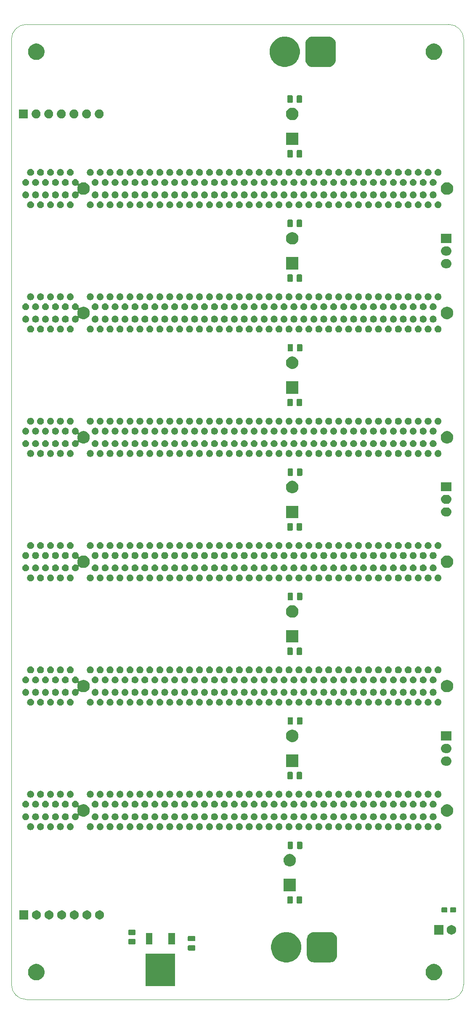
<source format=gts>
G04 #@! TF.GenerationSoftware,KiCad,Pcbnew,(5.1.5)-3*
G04 #@! TF.CreationDate,2020-02-02T15:47:31+09:00*
G04 #@! TF.ProjectId,MotherBoard_PCIe,4d6f7468-6572-4426-9f61-72645f504349,rev?*
G04 #@! TF.SameCoordinates,Original*
G04 #@! TF.FileFunction,Soldermask,Top*
G04 #@! TF.FilePolarity,Negative*
%FSLAX46Y46*%
G04 Gerber Fmt 4.6, Leading zero omitted, Abs format (unit mm)*
G04 Created by KiCad (PCBNEW (5.1.5)-3) date 2020-02-02 15:47:31*
%MOMM*%
%LPD*%
G04 APERTURE LIST*
%ADD10C,0.050000*%
%ADD11C,0.100000*%
G04 APERTURE END LIST*
D10*
X78000000Y-193000000D02*
G75*
G02X75000000Y-190000000I0J3000000D01*
G01*
X166000000Y-190000000D02*
G75*
G02X163000000Y-193000000I-3000000J0D01*
G01*
X75000000Y0D02*
G75*
G02X78000000Y3000000I3000000J0D01*
G01*
X163000000Y3000000D02*
G75*
G02X166000000Y0I0J-3000000D01*
G01*
X78000000Y3000000D02*
X163000000Y3000000D01*
X75000000Y-190000000D02*
X75000000Y0D01*
X163000000Y-193000000D02*
X78000000Y-193000000D01*
X166000000Y0D02*
X166000000Y-190000000D01*
D11*
G36*
X107926000Y-190326000D02*
G01*
X102024000Y-190326000D01*
X102024000Y-183824000D01*
X107926000Y-183824000D01*
X107926000Y-190326000D01*
G37*
G36*
X160375256Y-185891298D02*
G01*
X160481579Y-185912447D01*
X160782042Y-186036903D01*
X161052451Y-186217585D01*
X161282415Y-186447549D01*
X161463097Y-186717958D01*
X161587553Y-187018421D01*
X161651000Y-187337391D01*
X161651000Y-187662609D01*
X161587553Y-187981579D01*
X161463097Y-188282042D01*
X161282415Y-188552451D01*
X161052451Y-188782415D01*
X160782042Y-188963097D01*
X160481579Y-189087553D01*
X160375256Y-189108702D01*
X160162611Y-189151000D01*
X159837389Y-189151000D01*
X159624744Y-189108702D01*
X159518421Y-189087553D01*
X159217958Y-188963097D01*
X158947549Y-188782415D01*
X158717585Y-188552451D01*
X158536903Y-188282042D01*
X158412447Y-187981579D01*
X158349000Y-187662609D01*
X158349000Y-187337391D01*
X158412447Y-187018421D01*
X158536903Y-186717958D01*
X158717585Y-186447549D01*
X158947549Y-186217585D01*
X159217958Y-186036903D01*
X159518421Y-185912447D01*
X159624744Y-185891298D01*
X159837389Y-185849000D01*
X160162611Y-185849000D01*
X160375256Y-185891298D01*
G37*
G36*
X80375256Y-185891298D02*
G01*
X80481579Y-185912447D01*
X80782042Y-186036903D01*
X81052451Y-186217585D01*
X81282415Y-186447549D01*
X81463097Y-186717958D01*
X81587553Y-187018421D01*
X81651000Y-187337391D01*
X81651000Y-187662609D01*
X81587553Y-187981579D01*
X81463097Y-188282042D01*
X81282415Y-188552451D01*
X81052451Y-188782415D01*
X80782042Y-188963097D01*
X80481579Y-189087553D01*
X80375256Y-189108702D01*
X80162611Y-189151000D01*
X79837389Y-189151000D01*
X79624744Y-189108702D01*
X79518421Y-189087553D01*
X79217958Y-188963097D01*
X78947549Y-188782415D01*
X78717585Y-188552451D01*
X78536903Y-188282042D01*
X78412447Y-187981579D01*
X78349000Y-187662609D01*
X78349000Y-187337391D01*
X78412447Y-187018421D01*
X78536903Y-186717958D01*
X78717585Y-186447549D01*
X78947549Y-186217585D01*
X79217958Y-186036903D01*
X79518421Y-185912447D01*
X79624744Y-185891298D01*
X79837389Y-185849000D01*
X80162611Y-185849000D01*
X80375256Y-185891298D01*
G37*
G36*
X139373297Y-179477704D02*
G01*
X139647637Y-179560924D01*
X139900462Y-179696062D01*
X140122070Y-179877930D01*
X140303938Y-180099538D01*
X140439076Y-180352363D01*
X140522296Y-180626703D01*
X140551000Y-180918140D01*
X140551000Y-184081860D01*
X140522296Y-184373297D01*
X140439076Y-184647637D01*
X140303938Y-184900462D01*
X140122070Y-185122070D01*
X139900462Y-185303938D01*
X139647637Y-185439076D01*
X139373297Y-185522296D01*
X139081860Y-185551000D01*
X135918140Y-185551000D01*
X135626703Y-185522296D01*
X135352363Y-185439076D01*
X135099538Y-185303938D01*
X134877930Y-185122070D01*
X134696062Y-184900462D01*
X134560924Y-184647637D01*
X134477704Y-184373297D01*
X134449000Y-184081860D01*
X134449000Y-180918140D01*
X134477704Y-180626703D01*
X134560924Y-180352363D01*
X134696062Y-180099538D01*
X134877930Y-179877930D01*
X135099538Y-179696062D01*
X135352363Y-179560924D01*
X135626703Y-179477704D01*
X135918140Y-179449000D01*
X139081860Y-179449000D01*
X139373297Y-179477704D01*
G37*
G36*
X131189943Y-179566248D02*
G01*
X131745189Y-179796238D01*
X131867449Y-179877930D01*
X132244899Y-180130134D01*
X132669866Y-180555101D01*
X132669867Y-180555103D01*
X133003762Y-181054811D01*
X133233752Y-181610057D01*
X133351000Y-182199501D01*
X133351000Y-182800499D01*
X133233752Y-183389943D01*
X133003762Y-183945189D01*
X133003761Y-183945190D01*
X132669866Y-184444899D01*
X132244899Y-184869866D01*
X131993347Y-185037948D01*
X131745189Y-185203762D01*
X131189943Y-185433752D01*
X130600499Y-185551000D01*
X129999501Y-185551000D01*
X129410057Y-185433752D01*
X128854811Y-185203762D01*
X128606653Y-185037948D01*
X128355101Y-184869866D01*
X127930134Y-184444899D01*
X127596239Y-183945190D01*
X127596238Y-183945189D01*
X127366248Y-183389943D01*
X127249000Y-182800499D01*
X127249000Y-182199501D01*
X127366248Y-181610057D01*
X127596238Y-181054811D01*
X127930133Y-180555103D01*
X127930134Y-180555101D01*
X128355101Y-180130134D01*
X128732551Y-179877930D01*
X128854811Y-179796238D01*
X129410057Y-179566248D01*
X129999501Y-179449000D01*
X130600499Y-179449000D01*
X131189943Y-179566248D01*
G37*
G36*
X111834468Y-182091065D02*
G01*
X111873138Y-182102796D01*
X111908777Y-182121846D01*
X111940017Y-182147483D01*
X111965654Y-182178723D01*
X111984704Y-182214362D01*
X111996435Y-182253032D01*
X112001000Y-182299388D01*
X112001000Y-182950612D01*
X111996435Y-182996968D01*
X111984704Y-183035638D01*
X111965654Y-183071277D01*
X111940017Y-183102517D01*
X111908777Y-183128154D01*
X111873138Y-183147204D01*
X111834468Y-183158935D01*
X111788112Y-183163500D01*
X110711888Y-183163500D01*
X110665532Y-183158935D01*
X110626862Y-183147204D01*
X110591223Y-183128154D01*
X110559983Y-183102517D01*
X110534346Y-183071277D01*
X110515296Y-183035638D01*
X110503565Y-182996968D01*
X110499000Y-182950612D01*
X110499000Y-182299388D01*
X110503565Y-182253032D01*
X110515296Y-182214362D01*
X110534346Y-182178723D01*
X110559983Y-182147483D01*
X110591223Y-182121846D01*
X110626862Y-182102796D01*
X110665532Y-182091065D01*
X110711888Y-182086500D01*
X111788112Y-182086500D01*
X111834468Y-182091065D01*
G37*
G36*
X107906000Y-181926000D02*
G01*
X106604000Y-181926000D01*
X106604000Y-179624000D01*
X107906000Y-179624000D01*
X107906000Y-181926000D01*
G37*
G36*
X103346000Y-181926000D02*
G01*
X102044000Y-181926000D01*
X102044000Y-179624000D01*
X103346000Y-179624000D01*
X103346000Y-181926000D01*
G37*
G36*
X99834468Y-180841065D02*
G01*
X99873138Y-180852796D01*
X99908777Y-180871846D01*
X99940017Y-180897483D01*
X99965654Y-180928723D01*
X99984704Y-180964362D01*
X99996435Y-181003032D01*
X100001000Y-181049388D01*
X100001000Y-181700612D01*
X99996435Y-181746968D01*
X99984704Y-181785638D01*
X99965654Y-181821277D01*
X99940017Y-181852517D01*
X99908777Y-181878154D01*
X99873138Y-181897204D01*
X99834468Y-181908935D01*
X99788112Y-181913500D01*
X98711888Y-181913500D01*
X98665532Y-181908935D01*
X98626862Y-181897204D01*
X98591223Y-181878154D01*
X98559983Y-181852517D01*
X98534346Y-181821277D01*
X98515296Y-181785638D01*
X98503565Y-181746968D01*
X98499000Y-181700612D01*
X98499000Y-181049388D01*
X98503565Y-181003032D01*
X98515296Y-180964362D01*
X98534346Y-180928723D01*
X98559983Y-180897483D01*
X98591223Y-180871846D01*
X98626862Y-180852796D01*
X98665532Y-180841065D01*
X98711888Y-180836500D01*
X99788112Y-180836500D01*
X99834468Y-180841065D01*
G37*
G36*
X111834468Y-180216065D02*
G01*
X111873138Y-180227796D01*
X111908777Y-180246846D01*
X111940017Y-180272483D01*
X111965654Y-180303723D01*
X111984704Y-180339362D01*
X111996435Y-180378032D01*
X112001000Y-180424388D01*
X112001000Y-181075612D01*
X111996435Y-181121968D01*
X111984704Y-181160638D01*
X111965654Y-181196277D01*
X111940017Y-181227517D01*
X111908777Y-181253154D01*
X111873138Y-181272204D01*
X111834468Y-181283935D01*
X111788112Y-181288500D01*
X110711888Y-181288500D01*
X110665532Y-181283935D01*
X110626862Y-181272204D01*
X110591223Y-181253154D01*
X110559983Y-181227517D01*
X110534346Y-181196277D01*
X110515296Y-181160638D01*
X110503565Y-181121968D01*
X110499000Y-181075612D01*
X110499000Y-180424388D01*
X110503565Y-180378032D01*
X110515296Y-180339362D01*
X110534346Y-180303723D01*
X110559983Y-180272483D01*
X110591223Y-180246846D01*
X110626862Y-180227796D01*
X110665532Y-180216065D01*
X110711888Y-180211500D01*
X111788112Y-180211500D01*
X111834468Y-180216065D01*
G37*
G36*
X99834468Y-178966065D02*
G01*
X99873138Y-178977796D01*
X99908777Y-178996846D01*
X99940017Y-179022483D01*
X99965654Y-179053723D01*
X99984704Y-179089362D01*
X99996435Y-179128032D01*
X100001000Y-179174388D01*
X100001000Y-179825612D01*
X99996435Y-179871968D01*
X99984704Y-179910638D01*
X99965654Y-179946277D01*
X99940017Y-179977517D01*
X99908777Y-180003154D01*
X99873138Y-180022204D01*
X99834468Y-180033935D01*
X99788112Y-180038500D01*
X98711888Y-180038500D01*
X98665532Y-180033935D01*
X98626862Y-180022204D01*
X98591223Y-180003154D01*
X98559983Y-179977517D01*
X98534346Y-179946277D01*
X98515296Y-179910638D01*
X98503565Y-179871968D01*
X98499000Y-179825612D01*
X98499000Y-179174388D01*
X98503565Y-179128032D01*
X98515296Y-179089362D01*
X98534346Y-179053723D01*
X98559983Y-179022483D01*
X98591223Y-178996846D01*
X98626862Y-178977796D01*
X98665532Y-178966065D01*
X98711888Y-178961500D01*
X99788112Y-178961500D01*
X99834468Y-178966065D01*
G37*
G36*
X163817395Y-178085546D02*
G01*
X163990466Y-178157234D01*
X163990467Y-178157235D01*
X164146227Y-178261310D01*
X164278690Y-178393773D01*
X164278691Y-178393775D01*
X164382766Y-178549534D01*
X164454454Y-178722605D01*
X164491000Y-178906333D01*
X164491000Y-179093667D01*
X164454454Y-179277395D01*
X164382766Y-179450466D01*
X164382765Y-179450467D01*
X164278690Y-179606227D01*
X164146227Y-179738690D01*
X164067818Y-179791081D01*
X163990466Y-179842766D01*
X163817395Y-179914454D01*
X163633667Y-179951000D01*
X163446333Y-179951000D01*
X163262605Y-179914454D01*
X163089534Y-179842766D01*
X163012182Y-179791081D01*
X162933773Y-179738690D01*
X162801310Y-179606227D01*
X162697235Y-179450467D01*
X162697234Y-179450466D01*
X162625546Y-179277395D01*
X162589000Y-179093667D01*
X162589000Y-178906333D01*
X162625546Y-178722605D01*
X162697234Y-178549534D01*
X162801309Y-178393775D01*
X162801310Y-178393773D01*
X162933773Y-178261310D01*
X163089533Y-178157235D01*
X163089534Y-178157234D01*
X163262605Y-178085546D01*
X163446333Y-178049000D01*
X163633667Y-178049000D01*
X163817395Y-178085546D01*
G37*
G36*
X161951000Y-179951000D02*
G01*
X160049000Y-179951000D01*
X160049000Y-178049000D01*
X161951000Y-178049000D01*
X161951000Y-179951000D01*
G37*
G36*
X80153512Y-175103927D02*
G01*
X80302812Y-175133624D01*
X80466784Y-175201544D01*
X80614354Y-175300147D01*
X80739853Y-175425646D01*
X80838456Y-175573216D01*
X80906376Y-175737188D01*
X80941000Y-175911259D01*
X80941000Y-176088741D01*
X80906376Y-176262812D01*
X80838456Y-176426784D01*
X80739853Y-176574354D01*
X80614354Y-176699853D01*
X80466784Y-176798456D01*
X80302812Y-176866376D01*
X80153512Y-176896073D01*
X80128742Y-176901000D01*
X79951258Y-176901000D01*
X79926488Y-176896073D01*
X79777188Y-176866376D01*
X79613216Y-176798456D01*
X79465646Y-176699853D01*
X79340147Y-176574354D01*
X79241544Y-176426784D01*
X79173624Y-176262812D01*
X79139000Y-176088741D01*
X79139000Y-175911259D01*
X79173624Y-175737188D01*
X79241544Y-175573216D01*
X79340147Y-175425646D01*
X79465646Y-175300147D01*
X79613216Y-175201544D01*
X79777188Y-175133624D01*
X79926488Y-175103927D01*
X79951258Y-175099000D01*
X80128742Y-175099000D01*
X80153512Y-175103927D01*
G37*
G36*
X92853512Y-175103927D02*
G01*
X93002812Y-175133624D01*
X93166784Y-175201544D01*
X93314354Y-175300147D01*
X93439853Y-175425646D01*
X93538456Y-175573216D01*
X93606376Y-175737188D01*
X93641000Y-175911259D01*
X93641000Y-176088741D01*
X93606376Y-176262812D01*
X93538456Y-176426784D01*
X93439853Y-176574354D01*
X93314354Y-176699853D01*
X93166784Y-176798456D01*
X93002812Y-176866376D01*
X92853512Y-176896073D01*
X92828742Y-176901000D01*
X92651258Y-176901000D01*
X92626488Y-176896073D01*
X92477188Y-176866376D01*
X92313216Y-176798456D01*
X92165646Y-176699853D01*
X92040147Y-176574354D01*
X91941544Y-176426784D01*
X91873624Y-176262812D01*
X91839000Y-176088741D01*
X91839000Y-175911259D01*
X91873624Y-175737188D01*
X91941544Y-175573216D01*
X92040147Y-175425646D01*
X92165646Y-175300147D01*
X92313216Y-175201544D01*
X92477188Y-175133624D01*
X92626488Y-175103927D01*
X92651258Y-175099000D01*
X92828742Y-175099000D01*
X92853512Y-175103927D01*
G37*
G36*
X90313512Y-175103927D02*
G01*
X90462812Y-175133624D01*
X90626784Y-175201544D01*
X90774354Y-175300147D01*
X90899853Y-175425646D01*
X90998456Y-175573216D01*
X91066376Y-175737188D01*
X91101000Y-175911259D01*
X91101000Y-176088741D01*
X91066376Y-176262812D01*
X90998456Y-176426784D01*
X90899853Y-176574354D01*
X90774354Y-176699853D01*
X90626784Y-176798456D01*
X90462812Y-176866376D01*
X90313512Y-176896073D01*
X90288742Y-176901000D01*
X90111258Y-176901000D01*
X90086488Y-176896073D01*
X89937188Y-176866376D01*
X89773216Y-176798456D01*
X89625646Y-176699853D01*
X89500147Y-176574354D01*
X89401544Y-176426784D01*
X89333624Y-176262812D01*
X89299000Y-176088741D01*
X89299000Y-175911259D01*
X89333624Y-175737188D01*
X89401544Y-175573216D01*
X89500147Y-175425646D01*
X89625646Y-175300147D01*
X89773216Y-175201544D01*
X89937188Y-175133624D01*
X90086488Y-175103927D01*
X90111258Y-175099000D01*
X90288742Y-175099000D01*
X90313512Y-175103927D01*
G37*
G36*
X87773512Y-175103927D02*
G01*
X87922812Y-175133624D01*
X88086784Y-175201544D01*
X88234354Y-175300147D01*
X88359853Y-175425646D01*
X88458456Y-175573216D01*
X88526376Y-175737188D01*
X88561000Y-175911259D01*
X88561000Y-176088741D01*
X88526376Y-176262812D01*
X88458456Y-176426784D01*
X88359853Y-176574354D01*
X88234354Y-176699853D01*
X88086784Y-176798456D01*
X87922812Y-176866376D01*
X87773512Y-176896073D01*
X87748742Y-176901000D01*
X87571258Y-176901000D01*
X87546488Y-176896073D01*
X87397188Y-176866376D01*
X87233216Y-176798456D01*
X87085646Y-176699853D01*
X86960147Y-176574354D01*
X86861544Y-176426784D01*
X86793624Y-176262812D01*
X86759000Y-176088741D01*
X86759000Y-175911259D01*
X86793624Y-175737188D01*
X86861544Y-175573216D01*
X86960147Y-175425646D01*
X87085646Y-175300147D01*
X87233216Y-175201544D01*
X87397188Y-175133624D01*
X87546488Y-175103927D01*
X87571258Y-175099000D01*
X87748742Y-175099000D01*
X87773512Y-175103927D01*
G37*
G36*
X85233512Y-175103927D02*
G01*
X85382812Y-175133624D01*
X85546784Y-175201544D01*
X85694354Y-175300147D01*
X85819853Y-175425646D01*
X85918456Y-175573216D01*
X85986376Y-175737188D01*
X86021000Y-175911259D01*
X86021000Y-176088741D01*
X85986376Y-176262812D01*
X85918456Y-176426784D01*
X85819853Y-176574354D01*
X85694354Y-176699853D01*
X85546784Y-176798456D01*
X85382812Y-176866376D01*
X85233512Y-176896073D01*
X85208742Y-176901000D01*
X85031258Y-176901000D01*
X85006488Y-176896073D01*
X84857188Y-176866376D01*
X84693216Y-176798456D01*
X84545646Y-176699853D01*
X84420147Y-176574354D01*
X84321544Y-176426784D01*
X84253624Y-176262812D01*
X84219000Y-176088741D01*
X84219000Y-175911259D01*
X84253624Y-175737188D01*
X84321544Y-175573216D01*
X84420147Y-175425646D01*
X84545646Y-175300147D01*
X84693216Y-175201544D01*
X84857188Y-175133624D01*
X85006488Y-175103927D01*
X85031258Y-175099000D01*
X85208742Y-175099000D01*
X85233512Y-175103927D01*
G37*
G36*
X82693512Y-175103927D02*
G01*
X82842812Y-175133624D01*
X83006784Y-175201544D01*
X83154354Y-175300147D01*
X83279853Y-175425646D01*
X83378456Y-175573216D01*
X83446376Y-175737188D01*
X83481000Y-175911259D01*
X83481000Y-176088741D01*
X83446376Y-176262812D01*
X83378456Y-176426784D01*
X83279853Y-176574354D01*
X83154354Y-176699853D01*
X83006784Y-176798456D01*
X82842812Y-176866376D01*
X82693512Y-176896073D01*
X82668742Y-176901000D01*
X82491258Y-176901000D01*
X82466488Y-176896073D01*
X82317188Y-176866376D01*
X82153216Y-176798456D01*
X82005646Y-176699853D01*
X81880147Y-176574354D01*
X81781544Y-176426784D01*
X81713624Y-176262812D01*
X81679000Y-176088741D01*
X81679000Y-175911259D01*
X81713624Y-175737188D01*
X81781544Y-175573216D01*
X81880147Y-175425646D01*
X82005646Y-175300147D01*
X82153216Y-175201544D01*
X82317188Y-175133624D01*
X82466488Y-175103927D01*
X82491258Y-175099000D01*
X82668742Y-175099000D01*
X82693512Y-175103927D01*
G37*
G36*
X78401000Y-176901000D02*
G01*
X76599000Y-176901000D01*
X76599000Y-175099000D01*
X78401000Y-175099000D01*
X78401000Y-176901000D01*
G37*
G36*
X164289499Y-174478445D02*
G01*
X164326995Y-174489820D01*
X164361554Y-174508292D01*
X164391847Y-174533153D01*
X164416708Y-174563446D01*
X164435180Y-174598005D01*
X164446555Y-174635501D01*
X164451000Y-174680638D01*
X164451000Y-175319362D01*
X164446555Y-175364499D01*
X164435180Y-175401995D01*
X164416708Y-175436554D01*
X164391847Y-175466847D01*
X164361554Y-175491708D01*
X164326995Y-175510180D01*
X164289499Y-175521555D01*
X164244362Y-175526000D01*
X163505638Y-175526000D01*
X163460501Y-175521555D01*
X163423005Y-175510180D01*
X163388446Y-175491708D01*
X163358153Y-175466847D01*
X163333292Y-175436554D01*
X163314820Y-175401995D01*
X163303445Y-175364499D01*
X163299000Y-175319362D01*
X163299000Y-174680638D01*
X163303445Y-174635501D01*
X163314820Y-174598005D01*
X163333292Y-174563446D01*
X163358153Y-174533153D01*
X163388446Y-174508292D01*
X163423005Y-174489820D01*
X163460501Y-174478445D01*
X163505638Y-174474000D01*
X164244362Y-174474000D01*
X164289499Y-174478445D01*
G37*
G36*
X162539499Y-174478445D02*
G01*
X162576995Y-174489820D01*
X162611554Y-174508292D01*
X162641847Y-174533153D01*
X162666708Y-174563446D01*
X162685180Y-174598005D01*
X162696555Y-174635501D01*
X162701000Y-174680638D01*
X162701000Y-175319362D01*
X162696555Y-175364499D01*
X162685180Y-175401995D01*
X162666708Y-175436554D01*
X162641847Y-175466847D01*
X162611554Y-175491708D01*
X162576995Y-175510180D01*
X162539499Y-175521555D01*
X162494362Y-175526000D01*
X161755638Y-175526000D01*
X161710501Y-175521555D01*
X161673005Y-175510180D01*
X161638446Y-175491708D01*
X161608153Y-175466847D01*
X161583292Y-175436554D01*
X161564820Y-175401995D01*
X161553445Y-175364499D01*
X161549000Y-175319362D01*
X161549000Y-174680638D01*
X161553445Y-174635501D01*
X161564820Y-174598005D01*
X161583292Y-174563446D01*
X161608153Y-174533153D01*
X161638446Y-174508292D01*
X161673005Y-174489820D01*
X161710501Y-174478445D01*
X161755638Y-174474000D01*
X162494362Y-174474000D01*
X162539499Y-174478445D01*
G37*
G36*
X133309468Y-172253565D02*
G01*
X133348138Y-172265296D01*
X133383777Y-172284346D01*
X133415017Y-172309983D01*
X133440654Y-172341223D01*
X133459704Y-172376862D01*
X133471435Y-172415532D01*
X133476000Y-172461888D01*
X133476000Y-173538112D01*
X133471435Y-173584468D01*
X133459704Y-173623138D01*
X133440654Y-173658777D01*
X133415017Y-173690017D01*
X133383777Y-173715654D01*
X133348138Y-173734704D01*
X133309468Y-173746435D01*
X133263112Y-173751000D01*
X132611888Y-173751000D01*
X132565532Y-173746435D01*
X132526862Y-173734704D01*
X132491223Y-173715654D01*
X132459983Y-173690017D01*
X132434346Y-173658777D01*
X132415296Y-173623138D01*
X132403565Y-173584468D01*
X132399000Y-173538112D01*
X132399000Y-172461888D01*
X132403565Y-172415532D01*
X132415296Y-172376862D01*
X132434346Y-172341223D01*
X132459983Y-172309983D01*
X132491223Y-172284346D01*
X132526862Y-172265296D01*
X132565532Y-172253565D01*
X132611888Y-172249000D01*
X133263112Y-172249000D01*
X133309468Y-172253565D01*
G37*
G36*
X131434468Y-172253565D02*
G01*
X131473138Y-172265296D01*
X131508777Y-172284346D01*
X131540017Y-172309983D01*
X131565654Y-172341223D01*
X131584704Y-172376862D01*
X131596435Y-172415532D01*
X131601000Y-172461888D01*
X131601000Y-173538112D01*
X131596435Y-173584468D01*
X131584704Y-173623138D01*
X131565654Y-173658777D01*
X131540017Y-173690017D01*
X131508777Y-173715654D01*
X131473138Y-173734704D01*
X131434468Y-173746435D01*
X131388112Y-173751000D01*
X130736888Y-173751000D01*
X130690532Y-173746435D01*
X130651862Y-173734704D01*
X130616223Y-173715654D01*
X130584983Y-173690017D01*
X130559346Y-173658777D01*
X130540296Y-173623138D01*
X130528565Y-173584468D01*
X130524000Y-173538112D01*
X130524000Y-172461888D01*
X130528565Y-172415532D01*
X130540296Y-172376862D01*
X130559346Y-172341223D01*
X130584983Y-172309983D01*
X130616223Y-172284346D01*
X130651862Y-172265296D01*
X130690532Y-172253565D01*
X130736888Y-172249000D01*
X131388112Y-172249000D01*
X131434468Y-172253565D01*
G37*
G36*
X132251000Y-171251000D02*
G01*
X129749000Y-171251000D01*
X129749000Y-168749000D01*
X132251000Y-168749000D01*
X132251000Y-171251000D01*
G37*
G36*
X131364903Y-163797075D02*
G01*
X131592571Y-163891378D01*
X131797466Y-164028285D01*
X131971715Y-164202534D01*
X132108622Y-164407429D01*
X132202925Y-164635097D01*
X132251000Y-164876787D01*
X132251000Y-165123213D01*
X132202925Y-165364903D01*
X132108622Y-165592571D01*
X131971715Y-165797466D01*
X131797466Y-165971715D01*
X131592571Y-166108622D01*
X131592570Y-166108623D01*
X131592569Y-166108623D01*
X131364903Y-166202925D01*
X131123214Y-166251000D01*
X130876786Y-166251000D01*
X130635097Y-166202925D01*
X130407431Y-166108623D01*
X130407430Y-166108623D01*
X130407429Y-166108622D01*
X130202534Y-165971715D01*
X130028285Y-165797466D01*
X129891378Y-165592571D01*
X129797075Y-165364903D01*
X129749000Y-165123213D01*
X129749000Y-164876787D01*
X129797075Y-164635097D01*
X129891378Y-164407429D01*
X130028285Y-164202534D01*
X130202534Y-164028285D01*
X130407429Y-163891378D01*
X130635097Y-163797075D01*
X130876786Y-163749000D01*
X131123214Y-163749000D01*
X131364903Y-163797075D01*
G37*
G36*
X133371968Y-161253565D02*
G01*
X133410638Y-161265296D01*
X133446277Y-161284346D01*
X133477517Y-161309983D01*
X133503154Y-161341223D01*
X133522204Y-161376862D01*
X133533935Y-161415532D01*
X133538500Y-161461888D01*
X133538500Y-162538112D01*
X133533935Y-162584468D01*
X133522204Y-162623138D01*
X133503154Y-162658777D01*
X133477517Y-162690017D01*
X133446277Y-162715654D01*
X133410638Y-162734704D01*
X133371968Y-162746435D01*
X133325612Y-162751000D01*
X132674388Y-162751000D01*
X132628032Y-162746435D01*
X132589362Y-162734704D01*
X132553723Y-162715654D01*
X132522483Y-162690017D01*
X132496846Y-162658777D01*
X132477796Y-162623138D01*
X132466065Y-162584468D01*
X132461500Y-162538112D01*
X132461500Y-161461888D01*
X132466065Y-161415532D01*
X132477796Y-161376862D01*
X132496846Y-161341223D01*
X132522483Y-161309983D01*
X132553723Y-161284346D01*
X132589362Y-161265296D01*
X132628032Y-161253565D01*
X132674388Y-161249000D01*
X133325612Y-161249000D01*
X133371968Y-161253565D01*
G37*
G36*
X131496968Y-161253565D02*
G01*
X131535638Y-161265296D01*
X131571277Y-161284346D01*
X131602517Y-161309983D01*
X131628154Y-161341223D01*
X131647204Y-161376862D01*
X131658935Y-161415532D01*
X131663500Y-161461888D01*
X131663500Y-162538112D01*
X131658935Y-162584468D01*
X131647204Y-162623138D01*
X131628154Y-162658777D01*
X131602517Y-162690017D01*
X131571277Y-162715654D01*
X131535638Y-162734704D01*
X131496968Y-162746435D01*
X131450612Y-162751000D01*
X130799388Y-162751000D01*
X130753032Y-162746435D01*
X130714362Y-162734704D01*
X130678723Y-162715654D01*
X130647483Y-162690017D01*
X130621846Y-162658777D01*
X130602796Y-162623138D01*
X130591065Y-162584468D01*
X130586500Y-162538112D01*
X130586500Y-161461888D01*
X130591065Y-161415532D01*
X130602796Y-161376862D01*
X130621846Y-161341223D01*
X130647483Y-161309983D01*
X130678723Y-161284346D01*
X130714362Y-161265296D01*
X130753032Y-161253565D01*
X130799388Y-161249000D01*
X131450612Y-161249000D01*
X131496968Y-161253565D01*
G37*
G36*
X97051557Y-157585555D02*
G01*
X97177310Y-157637643D01*
X97290486Y-157713265D01*
X97386735Y-157809514D01*
X97462357Y-157922690D01*
X97514445Y-158048443D01*
X97541000Y-158181943D01*
X97541000Y-158318057D01*
X97514445Y-158451557D01*
X97462357Y-158577310D01*
X97386735Y-158690486D01*
X97290486Y-158786735D01*
X97177310Y-158862357D01*
X97051557Y-158914445D01*
X96918058Y-158941000D01*
X96781942Y-158941000D01*
X96648443Y-158914445D01*
X96522690Y-158862357D01*
X96409514Y-158786735D01*
X96313265Y-158690486D01*
X96237643Y-158577310D01*
X96185555Y-158451557D01*
X96159000Y-158318057D01*
X96159000Y-158181943D01*
X96185555Y-158048443D01*
X96237643Y-157922690D01*
X96313265Y-157809514D01*
X96409514Y-157713265D01*
X96522690Y-157637643D01*
X96648443Y-157585555D01*
X96781942Y-157559000D01*
X96918058Y-157559000D01*
X97051557Y-157585555D01*
G37*
G36*
X95051557Y-157585555D02*
G01*
X95177310Y-157637643D01*
X95290486Y-157713265D01*
X95386735Y-157809514D01*
X95462357Y-157922690D01*
X95514445Y-158048443D01*
X95541000Y-158181943D01*
X95541000Y-158318057D01*
X95514445Y-158451557D01*
X95462357Y-158577310D01*
X95386735Y-158690486D01*
X95290486Y-158786735D01*
X95177310Y-158862357D01*
X95051557Y-158914445D01*
X94918058Y-158941000D01*
X94781942Y-158941000D01*
X94648443Y-158914445D01*
X94522690Y-158862357D01*
X94409514Y-158786735D01*
X94313265Y-158690486D01*
X94237643Y-158577310D01*
X94185555Y-158451557D01*
X94159000Y-158318057D01*
X94159000Y-158181943D01*
X94185555Y-158048443D01*
X94237643Y-157922690D01*
X94313265Y-157809514D01*
X94409514Y-157713265D01*
X94522690Y-157637643D01*
X94648443Y-157585555D01*
X94781942Y-157559000D01*
X94918058Y-157559000D01*
X95051557Y-157585555D01*
G37*
G36*
X93051557Y-157585555D02*
G01*
X93177310Y-157637643D01*
X93290486Y-157713265D01*
X93386735Y-157809514D01*
X93462357Y-157922690D01*
X93514445Y-158048443D01*
X93541000Y-158181943D01*
X93541000Y-158318057D01*
X93514445Y-158451557D01*
X93462357Y-158577310D01*
X93386735Y-158690486D01*
X93290486Y-158786735D01*
X93177310Y-158862357D01*
X93051557Y-158914445D01*
X92918058Y-158941000D01*
X92781942Y-158941000D01*
X92648443Y-158914445D01*
X92522690Y-158862357D01*
X92409514Y-158786735D01*
X92313265Y-158690486D01*
X92237643Y-158577310D01*
X92185555Y-158451557D01*
X92159000Y-158318057D01*
X92159000Y-158181943D01*
X92185555Y-158048443D01*
X92237643Y-157922690D01*
X92313265Y-157809514D01*
X92409514Y-157713265D01*
X92522690Y-157637643D01*
X92648443Y-157585555D01*
X92781942Y-157559000D01*
X92918058Y-157559000D01*
X93051557Y-157585555D01*
G37*
G36*
X79051557Y-157585555D02*
G01*
X79177310Y-157637643D01*
X79290486Y-157713265D01*
X79386735Y-157809514D01*
X79462357Y-157922690D01*
X79514445Y-158048443D01*
X79541000Y-158181943D01*
X79541000Y-158318057D01*
X79514445Y-158451557D01*
X79462357Y-158577310D01*
X79386735Y-158690486D01*
X79290486Y-158786735D01*
X79177310Y-158862357D01*
X79051557Y-158914445D01*
X78918058Y-158941000D01*
X78781942Y-158941000D01*
X78648443Y-158914445D01*
X78522690Y-158862357D01*
X78409514Y-158786735D01*
X78313265Y-158690486D01*
X78237643Y-158577310D01*
X78185555Y-158451557D01*
X78159000Y-158318057D01*
X78159000Y-158181943D01*
X78185555Y-158048443D01*
X78237643Y-157922690D01*
X78313265Y-157809514D01*
X78409514Y-157713265D01*
X78522690Y-157637643D01*
X78648443Y-157585555D01*
X78781942Y-157559000D01*
X78918058Y-157559000D01*
X79051557Y-157585555D01*
G37*
G36*
X91051557Y-157585555D02*
G01*
X91177310Y-157637643D01*
X91290486Y-157713265D01*
X91386735Y-157809514D01*
X91462357Y-157922690D01*
X91514445Y-158048443D01*
X91541000Y-158181943D01*
X91541000Y-158318057D01*
X91514445Y-158451557D01*
X91462357Y-158577310D01*
X91386735Y-158690486D01*
X91290486Y-158786735D01*
X91177310Y-158862357D01*
X91051557Y-158914445D01*
X90918058Y-158941000D01*
X90781942Y-158941000D01*
X90648443Y-158914445D01*
X90522690Y-158862357D01*
X90409514Y-158786735D01*
X90313265Y-158690486D01*
X90237643Y-158577310D01*
X90185555Y-158451557D01*
X90159000Y-158318057D01*
X90159000Y-158181943D01*
X90185555Y-158048443D01*
X90237643Y-157922690D01*
X90313265Y-157809514D01*
X90409514Y-157713265D01*
X90522690Y-157637643D01*
X90648443Y-157585555D01*
X90781942Y-157559000D01*
X90918058Y-157559000D01*
X91051557Y-157585555D01*
G37*
G36*
X81051557Y-157585555D02*
G01*
X81177310Y-157637643D01*
X81290486Y-157713265D01*
X81386735Y-157809514D01*
X81462357Y-157922690D01*
X81514445Y-158048443D01*
X81541000Y-158181943D01*
X81541000Y-158318057D01*
X81514445Y-158451557D01*
X81462357Y-158577310D01*
X81386735Y-158690486D01*
X81290486Y-158786735D01*
X81177310Y-158862357D01*
X81051557Y-158914445D01*
X80918058Y-158941000D01*
X80781942Y-158941000D01*
X80648443Y-158914445D01*
X80522690Y-158862357D01*
X80409514Y-158786735D01*
X80313265Y-158690486D01*
X80237643Y-158577310D01*
X80185555Y-158451557D01*
X80159000Y-158318057D01*
X80159000Y-158181943D01*
X80185555Y-158048443D01*
X80237643Y-157922690D01*
X80313265Y-157809514D01*
X80409514Y-157713265D01*
X80522690Y-157637643D01*
X80648443Y-157585555D01*
X80781942Y-157559000D01*
X80918058Y-157559000D01*
X81051557Y-157585555D01*
G37*
G36*
X83051557Y-157585555D02*
G01*
X83177310Y-157637643D01*
X83290486Y-157713265D01*
X83386735Y-157809514D01*
X83462357Y-157922690D01*
X83514445Y-158048443D01*
X83541000Y-158181943D01*
X83541000Y-158318057D01*
X83514445Y-158451557D01*
X83462357Y-158577310D01*
X83386735Y-158690486D01*
X83290486Y-158786735D01*
X83177310Y-158862357D01*
X83051557Y-158914445D01*
X82918058Y-158941000D01*
X82781942Y-158941000D01*
X82648443Y-158914445D01*
X82522690Y-158862357D01*
X82409514Y-158786735D01*
X82313265Y-158690486D01*
X82237643Y-158577310D01*
X82185555Y-158451557D01*
X82159000Y-158318057D01*
X82159000Y-158181943D01*
X82185555Y-158048443D01*
X82237643Y-157922690D01*
X82313265Y-157809514D01*
X82409514Y-157713265D01*
X82522690Y-157637643D01*
X82648443Y-157585555D01*
X82781942Y-157559000D01*
X82918058Y-157559000D01*
X83051557Y-157585555D01*
G37*
G36*
X85051557Y-157585555D02*
G01*
X85177310Y-157637643D01*
X85290486Y-157713265D01*
X85386735Y-157809514D01*
X85462357Y-157922690D01*
X85514445Y-158048443D01*
X85541000Y-158181943D01*
X85541000Y-158318057D01*
X85514445Y-158451557D01*
X85462357Y-158577310D01*
X85386735Y-158690486D01*
X85290486Y-158786735D01*
X85177310Y-158862357D01*
X85051557Y-158914445D01*
X84918058Y-158941000D01*
X84781942Y-158941000D01*
X84648443Y-158914445D01*
X84522690Y-158862357D01*
X84409514Y-158786735D01*
X84313265Y-158690486D01*
X84237643Y-158577310D01*
X84185555Y-158451557D01*
X84159000Y-158318057D01*
X84159000Y-158181943D01*
X84185555Y-158048443D01*
X84237643Y-157922690D01*
X84313265Y-157809514D01*
X84409514Y-157713265D01*
X84522690Y-157637643D01*
X84648443Y-157585555D01*
X84781942Y-157559000D01*
X84918058Y-157559000D01*
X85051557Y-157585555D01*
G37*
G36*
X87051557Y-157585555D02*
G01*
X87177310Y-157637643D01*
X87290486Y-157713265D01*
X87386735Y-157809514D01*
X87462357Y-157922690D01*
X87514445Y-158048443D01*
X87541000Y-158181943D01*
X87541000Y-158318057D01*
X87514445Y-158451557D01*
X87462357Y-158577310D01*
X87386735Y-158690486D01*
X87290486Y-158786735D01*
X87177310Y-158862357D01*
X87051557Y-158914445D01*
X86918058Y-158941000D01*
X86781942Y-158941000D01*
X86648443Y-158914445D01*
X86522690Y-158862357D01*
X86409514Y-158786735D01*
X86313265Y-158690486D01*
X86237643Y-158577310D01*
X86185555Y-158451557D01*
X86159000Y-158318057D01*
X86159000Y-158181943D01*
X86185555Y-158048443D01*
X86237643Y-157922690D01*
X86313265Y-157809514D01*
X86409514Y-157713265D01*
X86522690Y-157637643D01*
X86648443Y-157585555D01*
X86781942Y-157559000D01*
X86918058Y-157559000D01*
X87051557Y-157585555D01*
G37*
G36*
X103051557Y-157585555D02*
G01*
X103177310Y-157637643D01*
X103290486Y-157713265D01*
X103386735Y-157809514D01*
X103462357Y-157922690D01*
X103514445Y-158048443D01*
X103541000Y-158181943D01*
X103541000Y-158318057D01*
X103514445Y-158451557D01*
X103462357Y-158577310D01*
X103386735Y-158690486D01*
X103290486Y-158786735D01*
X103177310Y-158862357D01*
X103051557Y-158914445D01*
X102918058Y-158941000D01*
X102781942Y-158941000D01*
X102648443Y-158914445D01*
X102522690Y-158862357D01*
X102409514Y-158786735D01*
X102313265Y-158690486D01*
X102237643Y-158577310D01*
X102185555Y-158451557D01*
X102159000Y-158318057D01*
X102159000Y-158181943D01*
X102185555Y-158048443D01*
X102237643Y-157922690D01*
X102313265Y-157809514D01*
X102409514Y-157713265D01*
X102522690Y-157637643D01*
X102648443Y-157585555D01*
X102781942Y-157559000D01*
X102918058Y-157559000D01*
X103051557Y-157585555D01*
G37*
G36*
X107051557Y-157585555D02*
G01*
X107177310Y-157637643D01*
X107290486Y-157713265D01*
X107386735Y-157809514D01*
X107462357Y-157922690D01*
X107514445Y-158048443D01*
X107541000Y-158181943D01*
X107541000Y-158318057D01*
X107514445Y-158451557D01*
X107462357Y-158577310D01*
X107386735Y-158690486D01*
X107290486Y-158786735D01*
X107177310Y-158862357D01*
X107051557Y-158914445D01*
X106918058Y-158941000D01*
X106781942Y-158941000D01*
X106648443Y-158914445D01*
X106522690Y-158862357D01*
X106409514Y-158786735D01*
X106313265Y-158690486D01*
X106237643Y-158577310D01*
X106185555Y-158451557D01*
X106159000Y-158318057D01*
X106159000Y-158181943D01*
X106185555Y-158048443D01*
X106237643Y-157922690D01*
X106313265Y-157809514D01*
X106409514Y-157713265D01*
X106522690Y-157637643D01*
X106648443Y-157585555D01*
X106781942Y-157559000D01*
X106918058Y-157559000D01*
X107051557Y-157585555D01*
G37*
G36*
X109051557Y-157585555D02*
G01*
X109177310Y-157637643D01*
X109290486Y-157713265D01*
X109386735Y-157809514D01*
X109462357Y-157922690D01*
X109514445Y-158048443D01*
X109541000Y-158181943D01*
X109541000Y-158318057D01*
X109514445Y-158451557D01*
X109462357Y-158577310D01*
X109386735Y-158690486D01*
X109290486Y-158786735D01*
X109177310Y-158862357D01*
X109051557Y-158914445D01*
X108918058Y-158941000D01*
X108781942Y-158941000D01*
X108648443Y-158914445D01*
X108522690Y-158862357D01*
X108409514Y-158786735D01*
X108313265Y-158690486D01*
X108237643Y-158577310D01*
X108185555Y-158451557D01*
X108159000Y-158318057D01*
X108159000Y-158181943D01*
X108185555Y-158048443D01*
X108237643Y-157922690D01*
X108313265Y-157809514D01*
X108409514Y-157713265D01*
X108522690Y-157637643D01*
X108648443Y-157585555D01*
X108781942Y-157559000D01*
X108918058Y-157559000D01*
X109051557Y-157585555D01*
G37*
G36*
X111051557Y-157585555D02*
G01*
X111177310Y-157637643D01*
X111290486Y-157713265D01*
X111386735Y-157809514D01*
X111462357Y-157922690D01*
X111514445Y-158048443D01*
X111541000Y-158181943D01*
X111541000Y-158318057D01*
X111514445Y-158451557D01*
X111462357Y-158577310D01*
X111386735Y-158690486D01*
X111290486Y-158786735D01*
X111177310Y-158862357D01*
X111051557Y-158914445D01*
X110918058Y-158941000D01*
X110781942Y-158941000D01*
X110648443Y-158914445D01*
X110522690Y-158862357D01*
X110409514Y-158786735D01*
X110313265Y-158690486D01*
X110237643Y-158577310D01*
X110185555Y-158451557D01*
X110159000Y-158318057D01*
X110159000Y-158181943D01*
X110185555Y-158048443D01*
X110237643Y-157922690D01*
X110313265Y-157809514D01*
X110409514Y-157713265D01*
X110522690Y-157637643D01*
X110648443Y-157585555D01*
X110781942Y-157559000D01*
X110918058Y-157559000D01*
X111051557Y-157585555D01*
G37*
G36*
X113051557Y-157585555D02*
G01*
X113177310Y-157637643D01*
X113290486Y-157713265D01*
X113386735Y-157809514D01*
X113462357Y-157922690D01*
X113514445Y-158048443D01*
X113541000Y-158181943D01*
X113541000Y-158318057D01*
X113514445Y-158451557D01*
X113462357Y-158577310D01*
X113386735Y-158690486D01*
X113290486Y-158786735D01*
X113177310Y-158862357D01*
X113051557Y-158914445D01*
X112918058Y-158941000D01*
X112781942Y-158941000D01*
X112648443Y-158914445D01*
X112522690Y-158862357D01*
X112409514Y-158786735D01*
X112313265Y-158690486D01*
X112237643Y-158577310D01*
X112185555Y-158451557D01*
X112159000Y-158318057D01*
X112159000Y-158181943D01*
X112185555Y-158048443D01*
X112237643Y-157922690D01*
X112313265Y-157809514D01*
X112409514Y-157713265D01*
X112522690Y-157637643D01*
X112648443Y-157585555D01*
X112781942Y-157559000D01*
X112918058Y-157559000D01*
X113051557Y-157585555D01*
G37*
G36*
X115051557Y-157585555D02*
G01*
X115177310Y-157637643D01*
X115290486Y-157713265D01*
X115386735Y-157809514D01*
X115462357Y-157922690D01*
X115514445Y-158048443D01*
X115541000Y-158181943D01*
X115541000Y-158318057D01*
X115514445Y-158451557D01*
X115462357Y-158577310D01*
X115386735Y-158690486D01*
X115290486Y-158786735D01*
X115177310Y-158862357D01*
X115051557Y-158914445D01*
X114918058Y-158941000D01*
X114781942Y-158941000D01*
X114648443Y-158914445D01*
X114522690Y-158862357D01*
X114409514Y-158786735D01*
X114313265Y-158690486D01*
X114237643Y-158577310D01*
X114185555Y-158451557D01*
X114159000Y-158318057D01*
X114159000Y-158181943D01*
X114185555Y-158048443D01*
X114237643Y-157922690D01*
X114313265Y-157809514D01*
X114409514Y-157713265D01*
X114522690Y-157637643D01*
X114648443Y-157585555D01*
X114781942Y-157559000D01*
X114918058Y-157559000D01*
X115051557Y-157585555D01*
G37*
G36*
X117051557Y-157585555D02*
G01*
X117177310Y-157637643D01*
X117290486Y-157713265D01*
X117386735Y-157809514D01*
X117462357Y-157922690D01*
X117514445Y-158048443D01*
X117541000Y-158181943D01*
X117541000Y-158318057D01*
X117514445Y-158451557D01*
X117462357Y-158577310D01*
X117386735Y-158690486D01*
X117290486Y-158786735D01*
X117177310Y-158862357D01*
X117051557Y-158914445D01*
X116918058Y-158941000D01*
X116781942Y-158941000D01*
X116648443Y-158914445D01*
X116522690Y-158862357D01*
X116409514Y-158786735D01*
X116313265Y-158690486D01*
X116237643Y-158577310D01*
X116185555Y-158451557D01*
X116159000Y-158318057D01*
X116159000Y-158181943D01*
X116185555Y-158048443D01*
X116237643Y-157922690D01*
X116313265Y-157809514D01*
X116409514Y-157713265D01*
X116522690Y-157637643D01*
X116648443Y-157585555D01*
X116781942Y-157559000D01*
X116918058Y-157559000D01*
X117051557Y-157585555D01*
G37*
G36*
X119051557Y-157585555D02*
G01*
X119177310Y-157637643D01*
X119290486Y-157713265D01*
X119386735Y-157809514D01*
X119462357Y-157922690D01*
X119514445Y-158048443D01*
X119541000Y-158181943D01*
X119541000Y-158318057D01*
X119514445Y-158451557D01*
X119462357Y-158577310D01*
X119386735Y-158690486D01*
X119290486Y-158786735D01*
X119177310Y-158862357D01*
X119051557Y-158914445D01*
X118918058Y-158941000D01*
X118781942Y-158941000D01*
X118648443Y-158914445D01*
X118522690Y-158862357D01*
X118409514Y-158786735D01*
X118313265Y-158690486D01*
X118237643Y-158577310D01*
X118185555Y-158451557D01*
X118159000Y-158318057D01*
X118159000Y-158181943D01*
X118185555Y-158048443D01*
X118237643Y-157922690D01*
X118313265Y-157809514D01*
X118409514Y-157713265D01*
X118522690Y-157637643D01*
X118648443Y-157585555D01*
X118781942Y-157559000D01*
X118918058Y-157559000D01*
X119051557Y-157585555D01*
G37*
G36*
X121051557Y-157585555D02*
G01*
X121177310Y-157637643D01*
X121290486Y-157713265D01*
X121386735Y-157809514D01*
X121462357Y-157922690D01*
X121514445Y-158048443D01*
X121541000Y-158181943D01*
X121541000Y-158318057D01*
X121514445Y-158451557D01*
X121462357Y-158577310D01*
X121386735Y-158690486D01*
X121290486Y-158786735D01*
X121177310Y-158862357D01*
X121051557Y-158914445D01*
X120918058Y-158941000D01*
X120781942Y-158941000D01*
X120648443Y-158914445D01*
X120522690Y-158862357D01*
X120409514Y-158786735D01*
X120313265Y-158690486D01*
X120237643Y-158577310D01*
X120185555Y-158451557D01*
X120159000Y-158318057D01*
X120159000Y-158181943D01*
X120185555Y-158048443D01*
X120237643Y-157922690D01*
X120313265Y-157809514D01*
X120409514Y-157713265D01*
X120522690Y-157637643D01*
X120648443Y-157585555D01*
X120781942Y-157559000D01*
X120918058Y-157559000D01*
X121051557Y-157585555D01*
G37*
G36*
X125051557Y-157585555D02*
G01*
X125177310Y-157637643D01*
X125290486Y-157713265D01*
X125386735Y-157809514D01*
X125462357Y-157922690D01*
X125514445Y-158048443D01*
X125541000Y-158181943D01*
X125541000Y-158318057D01*
X125514445Y-158451557D01*
X125462357Y-158577310D01*
X125386735Y-158690486D01*
X125290486Y-158786735D01*
X125177310Y-158862357D01*
X125051557Y-158914445D01*
X124918058Y-158941000D01*
X124781942Y-158941000D01*
X124648443Y-158914445D01*
X124522690Y-158862357D01*
X124409514Y-158786735D01*
X124313265Y-158690486D01*
X124237643Y-158577310D01*
X124185555Y-158451557D01*
X124159000Y-158318057D01*
X124159000Y-158181943D01*
X124185555Y-158048443D01*
X124237643Y-157922690D01*
X124313265Y-157809514D01*
X124409514Y-157713265D01*
X124522690Y-157637643D01*
X124648443Y-157585555D01*
X124781942Y-157559000D01*
X124918058Y-157559000D01*
X125051557Y-157585555D01*
G37*
G36*
X123051557Y-157585555D02*
G01*
X123177310Y-157637643D01*
X123290486Y-157713265D01*
X123386735Y-157809514D01*
X123462357Y-157922690D01*
X123514445Y-158048443D01*
X123541000Y-158181943D01*
X123541000Y-158318057D01*
X123514445Y-158451557D01*
X123462357Y-158577310D01*
X123386735Y-158690486D01*
X123290486Y-158786735D01*
X123177310Y-158862357D01*
X123051557Y-158914445D01*
X122918058Y-158941000D01*
X122781942Y-158941000D01*
X122648443Y-158914445D01*
X122522690Y-158862357D01*
X122409514Y-158786735D01*
X122313265Y-158690486D01*
X122237643Y-158577310D01*
X122185555Y-158451557D01*
X122159000Y-158318057D01*
X122159000Y-158181943D01*
X122185555Y-158048443D01*
X122237643Y-157922690D01*
X122313265Y-157809514D01*
X122409514Y-157713265D01*
X122522690Y-157637643D01*
X122648443Y-157585555D01*
X122781942Y-157559000D01*
X122918058Y-157559000D01*
X123051557Y-157585555D01*
G37*
G36*
X101051557Y-157585555D02*
G01*
X101177310Y-157637643D01*
X101290486Y-157713265D01*
X101386735Y-157809514D01*
X101462357Y-157922690D01*
X101514445Y-158048443D01*
X101541000Y-158181943D01*
X101541000Y-158318057D01*
X101514445Y-158451557D01*
X101462357Y-158577310D01*
X101386735Y-158690486D01*
X101290486Y-158786735D01*
X101177310Y-158862357D01*
X101051557Y-158914445D01*
X100918058Y-158941000D01*
X100781942Y-158941000D01*
X100648443Y-158914445D01*
X100522690Y-158862357D01*
X100409514Y-158786735D01*
X100313265Y-158690486D01*
X100237643Y-158577310D01*
X100185555Y-158451557D01*
X100159000Y-158318057D01*
X100159000Y-158181943D01*
X100185555Y-158048443D01*
X100237643Y-157922690D01*
X100313265Y-157809514D01*
X100409514Y-157713265D01*
X100522690Y-157637643D01*
X100648443Y-157585555D01*
X100781942Y-157559000D01*
X100918058Y-157559000D01*
X101051557Y-157585555D01*
G37*
G36*
X99051557Y-157585555D02*
G01*
X99177310Y-157637643D01*
X99290486Y-157713265D01*
X99386735Y-157809514D01*
X99462357Y-157922690D01*
X99514445Y-158048443D01*
X99541000Y-158181943D01*
X99541000Y-158318057D01*
X99514445Y-158451557D01*
X99462357Y-158577310D01*
X99386735Y-158690486D01*
X99290486Y-158786735D01*
X99177310Y-158862357D01*
X99051557Y-158914445D01*
X98918058Y-158941000D01*
X98781942Y-158941000D01*
X98648443Y-158914445D01*
X98522690Y-158862357D01*
X98409514Y-158786735D01*
X98313265Y-158690486D01*
X98237643Y-158577310D01*
X98185555Y-158451557D01*
X98159000Y-158318057D01*
X98159000Y-158181943D01*
X98185555Y-158048443D01*
X98237643Y-157922690D01*
X98313265Y-157809514D01*
X98409514Y-157713265D01*
X98522690Y-157637643D01*
X98648443Y-157585555D01*
X98781942Y-157559000D01*
X98918058Y-157559000D01*
X99051557Y-157585555D01*
G37*
G36*
X137051557Y-157585555D02*
G01*
X137177310Y-157637643D01*
X137290486Y-157713265D01*
X137386735Y-157809514D01*
X137462357Y-157922690D01*
X137514445Y-158048443D01*
X137541000Y-158181943D01*
X137541000Y-158318057D01*
X137514445Y-158451557D01*
X137462357Y-158577310D01*
X137386735Y-158690486D01*
X137290486Y-158786735D01*
X137177310Y-158862357D01*
X137051557Y-158914445D01*
X136918058Y-158941000D01*
X136781942Y-158941000D01*
X136648443Y-158914445D01*
X136522690Y-158862357D01*
X136409514Y-158786735D01*
X136313265Y-158690486D01*
X136237643Y-158577310D01*
X136185555Y-158451557D01*
X136159000Y-158318057D01*
X136159000Y-158181943D01*
X136185555Y-158048443D01*
X136237643Y-157922690D01*
X136313265Y-157809514D01*
X136409514Y-157713265D01*
X136522690Y-157637643D01*
X136648443Y-157585555D01*
X136781942Y-157559000D01*
X136918058Y-157559000D01*
X137051557Y-157585555D01*
G37*
G36*
X129051557Y-157585555D02*
G01*
X129177310Y-157637643D01*
X129290486Y-157713265D01*
X129386735Y-157809514D01*
X129462357Y-157922690D01*
X129514445Y-158048443D01*
X129541000Y-158181943D01*
X129541000Y-158318057D01*
X129514445Y-158451557D01*
X129462357Y-158577310D01*
X129386735Y-158690486D01*
X129290486Y-158786735D01*
X129177310Y-158862357D01*
X129051557Y-158914445D01*
X128918058Y-158941000D01*
X128781942Y-158941000D01*
X128648443Y-158914445D01*
X128522690Y-158862357D01*
X128409514Y-158786735D01*
X128313265Y-158690486D01*
X128237643Y-158577310D01*
X128185555Y-158451557D01*
X128159000Y-158318057D01*
X128159000Y-158181943D01*
X128185555Y-158048443D01*
X128237643Y-157922690D01*
X128313265Y-157809514D01*
X128409514Y-157713265D01*
X128522690Y-157637643D01*
X128648443Y-157585555D01*
X128781942Y-157559000D01*
X128918058Y-157559000D01*
X129051557Y-157585555D01*
G37*
G36*
X153051557Y-157585555D02*
G01*
X153177310Y-157637643D01*
X153290486Y-157713265D01*
X153386735Y-157809514D01*
X153462357Y-157922690D01*
X153514445Y-158048443D01*
X153541000Y-158181943D01*
X153541000Y-158318057D01*
X153514445Y-158451557D01*
X153462357Y-158577310D01*
X153386735Y-158690486D01*
X153290486Y-158786735D01*
X153177310Y-158862357D01*
X153051557Y-158914445D01*
X152918058Y-158941000D01*
X152781942Y-158941000D01*
X152648443Y-158914445D01*
X152522690Y-158862357D01*
X152409514Y-158786735D01*
X152313265Y-158690486D01*
X152237643Y-158577310D01*
X152185555Y-158451557D01*
X152159000Y-158318057D01*
X152159000Y-158181943D01*
X152185555Y-158048443D01*
X152237643Y-157922690D01*
X152313265Y-157809514D01*
X152409514Y-157713265D01*
X152522690Y-157637643D01*
X152648443Y-157585555D01*
X152781942Y-157559000D01*
X152918058Y-157559000D01*
X153051557Y-157585555D01*
G37*
G36*
X155051557Y-157585555D02*
G01*
X155177310Y-157637643D01*
X155290486Y-157713265D01*
X155386735Y-157809514D01*
X155462357Y-157922690D01*
X155514445Y-158048443D01*
X155541000Y-158181943D01*
X155541000Y-158318057D01*
X155514445Y-158451557D01*
X155462357Y-158577310D01*
X155386735Y-158690486D01*
X155290486Y-158786735D01*
X155177310Y-158862357D01*
X155051557Y-158914445D01*
X154918058Y-158941000D01*
X154781942Y-158941000D01*
X154648443Y-158914445D01*
X154522690Y-158862357D01*
X154409514Y-158786735D01*
X154313265Y-158690486D01*
X154237643Y-158577310D01*
X154185555Y-158451557D01*
X154159000Y-158318057D01*
X154159000Y-158181943D01*
X154185555Y-158048443D01*
X154237643Y-157922690D01*
X154313265Y-157809514D01*
X154409514Y-157713265D01*
X154522690Y-157637643D01*
X154648443Y-157585555D01*
X154781942Y-157559000D01*
X154918058Y-157559000D01*
X155051557Y-157585555D01*
G37*
G36*
X157051557Y-157585555D02*
G01*
X157177310Y-157637643D01*
X157290486Y-157713265D01*
X157386735Y-157809514D01*
X157462357Y-157922690D01*
X157514445Y-158048443D01*
X157541000Y-158181943D01*
X157541000Y-158318057D01*
X157514445Y-158451557D01*
X157462357Y-158577310D01*
X157386735Y-158690486D01*
X157290486Y-158786735D01*
X157177310Y-158862357D01*
X157051557Y-158914445D01*
X156918058Y-158941000D01*
X156781942Y-158941000D01*
X156648443Y-158914445D01*
X156522690Y-158862357D01*
X156409514Y-158786735D01*
X156313265Y-158690486D01*
X156237643Y-158577310D01*
X156185555Y-158451557D01*
X156159000Y-158318057D01*
X156159000Y-158181943D01*
X156185555Y-158048443D01*
X156237643Y-157922690D01*
X156313265Y-157809514D01*
X156409514Y-157713265D01*
X156522690Y-157637643D01*
X156648443Y-157585555D01*
X156781942Y-157559000D01*
X156918058Y-157559000D01*
X157051557Y-157585555D01*
G37*
G36*
X159051557Y-157585555D02*
G01*
X159177310Y-157637643D01*
X159290486Y-157713265D01*
X159386735Y-157809514D01*
X159462357Y-157922690D01*
X159514445Y-158048443D01*
X159541000Y-158181943D01*
X159541000Y-158318057D01*
X159514445Y-158451557D01*
X159462357Y-158577310D01*
X159386735Y-158690486D01*
X159290486Y-158786735D01*
X159177310Y-158862357D01*
X159051557Y-158914445D01*
X158918058Y-158941000D01*
X158781942Y-158941000D01*
X158648443Y-158914445D01*
X158522690Y-158862357D01*
X158409514Y-158786735D01*
X158313265Y-158690486D01*
X158237643Y-158577310D01*
X158185555Y-158451557D01*
X158159000Y-158318057D01*
X158159000Y-158181943D01*
X158185555Y-158048443D01*
X158237643Y-157922690D01*
X158313265Y-157809514D01*
X158409514Y-157713265D01*
X158522690Y-157637643D01*
X158648443Y-157585555D01*
X158781942Y-157559000D01*
X158918058Y-157559000D01*
X159051557Y-157585555D01*
G37*
G36*
X161051557Y-157585555D02*
G01*
X161177310Y-157637643D01*
X161290486Y-157713265D01*
X161386735Y-157809514D01*
X161462357Y-157922690D01*
X161514445Y-158048443D01*
X161541000Y-158181943D01*
X161541000Y-158318057D01*
X161514445Y-158451557D01*
X161462357Y-158577310D01*
X161386735Y-158690486D01*
X161290486Y-158786735D01*
X161177310Y-158862357D01*
X161051557Y-158914445D01*
X160918058Y-158941000D01*
X160781942Y-158941000D01*
X160648443Y-158914445D01*
X160522690Y-158862357D01*
X160409514Y-158786735D01*
X160313265Y-158690486D01*
X160237643Y-158577310D01*
X160185555Y-158451557D01*
X160159000Y-158318057D01*
X160159000Y-158181943D01*
X160185555Y-158048443D01*
X160237643Y-157922690D01*
X160313265Y-157809514D01*
X160409514Y-157713265D01*
X160522690Y-157637643D01*
X160648443Y-157585555D01*
X160781942Y-157559000D01*
X160918058Y-157559000D01*
X161051557Y-157585555D01*
G37*
G36*
X131051557Y-157585555D02*
G01*
X131177310Y-157637643D01*
X131290486Y-157713265D01*
X131386735Y-157809514D01*
X131462357Y-157922690D01*
X131514445Y-158048443D01*
X131541000Y-158181943D01*
X131541000Y-158318057D01*
X131514445Y-158451557D01*
X131462357Y-158577310D01*
X131386735Y-158690486D01*
X131290486Y-158786735D01*
X131177310Y-158862357D01*
X131051557Y-158914445D01*
X130918058Y-158941000D01*
X130781942Y-158941000D01*
X130648443Y-158914445D01*
X130522690Y-158862357D01*
X130409514Y-158786735D01*
X130313265Y-158690486D01*
X130237643Y-158577310D01*
X130185555Y-158451557D01*
X130159000Y-158318057D01*
X130159000Y-158181943D01*
X130185555Y-158048443D01*
X130237643Y-157922690D01*
X130313265Y-157809514D01*
X130409514Y-157713265D01*
X130522690Y-157637643D01*
X130648443Y-157585555D01*
X130781942Y-157559000D01*
X130918058Y-157559000D01*
X131051557Y-157585555D01*
G37*
G36*
X133051557Y-157585555D02*
G01*
X133177310Y-157637643D01*
X133290486Y-157713265D01*
X133386735Y-157809514D01*
X133462357Y-157922690D01*
X133514445Y-158048443D01*
X133541000Y-158181943D01*
X133541000Y-158318057D01*
X133514445Y-158451557D01*
X133462357Y-158577310D01*
X133386735Y-158690486D01*
X133290486Y-158786735D01*
X133177310Y-158862357D01*
X133051557Y-158914445D01*
X132918058Y-158941000D01*
X132781942Y-158941000D01*
X132648443Y-158914445D01*
X132522690Y-158862357D01*
X132409514Y-158786735D01*
X132313265Y-158690486D01*
X132237643Y-158577310D01*
X132185555Y-158451557D01*
X132159000Y-158318057D01*
X132159000Y-158181943D01*
X132185555Y-158048443D01*
X132237643Y-157922690D01*
X132313265Y-157809514D01*
X132409514Y-157713265D01*
X132522690Y-157637643D01*
X132648443Y-157585555D01*
X132781942Y-157559000D01*
X132918058Y-157559000D01*
X133051557Y-157585555D01*
G37*
G36*
X127051557Y-157585555D02*
G01*
X127177310Y-157637643D01*
X127290486Y-157713265D01*
X127386735Y-157809514D01*
X127462357Y-157922690D01*
X127514445Y-158048443D01*
X127541000Y-158181943D01*
X127541000Y-158318057D01*
X127514445Y-158451557D01*
X127462357Y-158577310D01*
X127386735Y-158690486D01*
X127290486Y-158786735D01*
X127177310Y-158862357D01*
X127051557Y-158914445D01*
X126918058Y-158941000D01*
X126781942Y-158941000D01*
X126648443Y-158914445D01*
X126522690Y-158862357D01*
X126409514Y-158786735D01*
X126313265Y-158690486D01*
X126237643Y-158577310D01*
X126185555Y-158451557D01*
X126159000Y-158318057D01*
X126159000Y-158181943D01*
X126185555Y-158048443D01*
X126237643Y-157922690D01*
X126313265Y-157809514D01*
X126409514Y-157713265D01*
X126522690Y-157637643D01*
X126648443Y-157585555D01*
X126781942Y-157559000D01*
X126918058Y-157559000D01*
X127051557Y-157585555D01*
G37*
G36*
X105051557Y-157585555D02*
G01*
X105177310Y-157637643D01*
X105290486Y-157713265D01*
X105386735Y-157809514D01*
X105462357Y-157922690D01*
X105514445Y-158048443D01*
X105541000Y-158181943D01*
X105541000Y-158318057D01*
X105514445Y-158451557D01*
X105462357Y-158577310D01*
X105386735Y-158690486D01*
X105290486Y-158786735D01*
X105177310Y-158862357D01*
X105051557Y-158914445D01*
X104918058Y-158941000D01*
X104781942Y-158941000D01*
X104648443Y-158914445D01*
X104522690Y-158862357D01*
X104409514Y-158786735D01*
X104313265Y-158690486D01*
X104237643Y-158577310D01*
X104185555Y-158451557D01*
X104159000Y-158318057D01*
X104159000Y-158181943D01*
X104185555Y-158048443D01*
X104237643Y-157922690D01*
X104313265Y-157809514D01*
X104409514Y-157713265D01*
X104522690Y-157637643D01*
X104648443Y-157585555D01*
X104781942Y-157559000D01*
X104918058Y-157559000D01*
X105051557Y-157585555D01*
G37*
G36*
X151051557Y-157585555D02*
G01*
X151177310Y-157637643D01*
X151290486Y-157713265D01*
X151386735Y-157809514D01*
X151462357Y-157922690D01*
X151514445Y-158048443D01*
X151541000Y-158181943D01*
X151541000Y-158318057D01*
X151514445Y-158451557D01*
X151462357Y-158577310D01*
X151386735Y-158690486D01*
X151290486Y-158786735D01*
X151177310Y-158862357D01*
X151051557Y-158914445D01*
X150918058Y-158941000D01*
X150781942Y-158941000D01*
X150648443Y-158914445D01*
X150522690Y-158862357D01*
X150409514Y-158786735D01*
X150313265Y-158690486D01*
X150237643Y-158577310D01*
X150185555Y-158451557D01*
X150159000Y-158318057D01*
X150159000Y-158181943D01*
X150185555Y-158048443D01*
X150237643Y-157922690D01*
X150313265Y-157809514D01*
X150409514Y-157713265D01*
X150522690Y-157637643D01*
X150648443Y-157585555D01*
X150781942Y-157559000D01*
X150918058Y-157559000D01*
X151051557Y-157585555D01*
G37*
G36*
X135051557Y-157585555D02*
G01*
X135177310Y-157637643D01*
X135290486Y-157713265D01*
X135386735Y-157809514D01*
X135462357Y-157922690D01*
X135514445Y-158048443D01*
X135541000Y-158181943D01*
X135541000Y-158318057D01*
X135514445Y-158451557D01*
X135462357Y-158577310D01*
X135386735Y-158690486D01*
X135290486Y-158786735D01*
X135177310Y-158862357D01*
X135051557Y-158914445D01*
X134918058Y-158941000D01*
X134781942Y-158941000D01*
X134648443Y-158914445D01*
X134522690Y-158862357D01*
X134409514Y-158786735D01*
X134313265Y-158690486D01*
X134237643Y-158577310D01*
X134185555Y-158451557D01*
X134159000Y-158318057D01*
X134159000Y-158181943D01*
X134185555Y-158048443D01*
X134237643Y-157922690D01*
X134313265Y-157809514D01*
X134409514Y-157713265D01*
X134522690Y-157637643D01*
X134648443Y-157585555D01*
X134781942Y-157559000D01*
X134918058Y-157559000D01*
X135051557Y-157585555D01*
G37*
G36*
X149051557Y-157585555D02*
G01*
X149177310Y-157637643D01*
X149290486Y-157713265D01*
X149386735Y-157809514D01*
X149462357Y-157922690D01*
X149514445Y-158048443D01*
X149541000Y-158181943D01*
X149541000Y-158318057D01*
X149514445Y-158451557D01*
X149462357Y-158577310D01*
X149386735Y-158690486D01*
X149290486Y-158786735D01*
X149177310Y-158862357D01*
X149051557Y-158914445D01*
X148918058Y-158941000D01*
X148781942Y-158941000D01*
X148648443Y-158914445D01*
X148522690Y-158862357D01*
X148409514Y-158786735D01*
X148313265Y-158690486D01*
X148237643Y-158577310D01*
X148185555Y-158451557D01*
X148159000Y-158318057D01*
X148159000Y-158181943D01*
X148185555Y-158048443D01*
X148237643Y-157922690D01*
X148313265Y-157809514D01*
X148409514Y-157713265D01*
X148522690Y-157637643D01*
X148648443Y-157585555D01*
X148781942Y-157559000D01*
X148918058Y-157559000D01*
X149051557Y-157585555D01*
G37*
G36*
X147051557Y-157585555D02*
G01*
X147177310Y-157637643D01*
X147290486Y-157713265D01*
X147386735Y-157809514D01*
X147462357Y-157922690D01*
X147514445Y-158048443D01*
X147541000Y-158181943D01*
X147541000Y-158318057D01*
X147514445Y-158451557D01*
X147462357Y-158577310D01*
X147386735Y-158690486D01*
X147290486Y-158786735D01*
X147177310Y-158862357D01*
X147051557Y-158914445D01*
X146918058Y-158941000D01*
X146781942Y-158941000D01*
X146648443Y-158914445D01*
X146522690Y-158862357D01*
X146409514Y-158786735D01*
X146313265Y-158690486D01*
X146237643Y-158577310D01*
X146185555Y-158451557D01*
X146159000Y-158318057D01*
X146159000Y-158181943D01*
X146185555Y-158048443D01*
X146237643Y-157922690D01*
X146313265Y-157809514D01*
X146409514Y-157713265D01*
X146522690Y-157637643D01*
X146648443Y-157585555D01*
X146781942Y-157559000D01*
X146918058Y-157559000D01*
X147051557Y-157585555D01*
G37*
G36*
X145051557Y-157585555D02*
G01*
X145177310Y-157637643D01*
X145290486Y-157713265D01*
X145386735Y-157809514D01*
X145462357Y-157922690D01*
X145514445Y-158048443D01*
X145541000Y-158181943D01*
X145541000Y-158318057D01*
X145514445Y-158451557D01*
X145462357Y-158577310D01*
X145386735Y-158690486D01*
X145290486Y-158786735D01*
X145177310Y-158862357D01*
X145051557Y-158914445D01*
X144918058Y-158941000D01*
X144781942Y-158941000D01*
X144648443Y-158914445D01*
X144522690Y-158862357D01*
X144409514Y-158786735D01*
X144313265Y-158690486D01*
X144237643Y-158577310D01*
X144185555Y-158451557D01*
X144159000Y-158318057D01*
X144159000Y-158181943D01*
X144185555Y-158048443D01*
X144237643Y-157922690D01*
X144313265Y-157809514D01*
X144409514Y-157713265D01*
X144522690Y-157637643D01*
X144648443Y-157585555D01*
X144781942Y-157559000D01*
X144918058Y-157559000D01*
X145051557Y-157585555D01*
G37*
G36*
X143051557Y-157585555D02*
G01*
X143177310Y-157637643D01*
X143290486Y-157713265D01*
X143386735Y-157809514D01*
X143462357Y-157922690D01*
X143514445Y-158048443D01*
X143541000Y-158181943D01*
X143541000Y-158318057D01*
X143514445Y-158451557D01*
X143462357Y-158577310D01*
X143386735Y-158690486D01*
X143290486Y-158786735D01*
X143177310Y-158862357D01*
X143051557Y-158914445D01*
X142918058Y-158941000D01*
X142781942Y-158941000D01*
X142648443Y-158914445D01*
X142522690Y-158862357D01*
X142409514Y-158786735D01*
X142313265Y-158690486D01*
X142237643Y-158577310D01*
X142185555Y-158451557D01*
X142159000Y-158318057D01*
X142159000Y-158181943D01*
X142185555Y-158048443D01*
X142237643Y-157922690D01*
X142313265Y-157809514D01*
X142409514Y-157713265D01*
X142522690Y-157637643D01*
X142648443Y-157585555D01*
X142781942Y-157559000D01*
X142918058Y-157559000D01*
X143051557Y-157585555D01*
G37*
G36*
X141051557Y-157585555D02*
G01*
X141177310Y-157637643D01*
X141290486Y-157713265D01*
X141386735Y-157809514D01*
X141462357Y-157922690D01*
X141514445Y-158048443D01*
X141541000Y-158181943D01*
X141541000Y-158318057D01*
X141514445Y-158451557D01*
X141462357Y-158577310D01*
X141386735Y-158690486D01*
X141290486Y-158786735D01*
X141177310Y-158862357D01*
X141051557Y-158914445D01*
X140918058Y-158941000D01*
X140781942Y-158941000D01*
X140648443Y-158914445D01*
X140522690Y-158862357D01*
X140409514Y-158786735D01*
X140313265Y-158690486D01*
X140237643Y-158577310D01*
X140185555Y-158451557D01*
X140159000Y-158318057D01*
X140159000Y-158181943D01*
X140185555Y-158048443D01*
X140237643Y-157922690D01*
X140313265Y-157809514D01*
X140409514Y-157713265D01*
X140522690Y-157637643D01*
X140648443Y-157585555D01*
X140781942Y-157559000D01*
X140918058Y-157559000D01*
X141051557Y-157585555D01*
G37*
G36*
X139051557Y-157585555D02*
G01*
X139177310Y-157637643D01*
X139290486Y-157713265D01*
X139386735Y-157809514D01*
X139462357Y-157922690D01*
X139514445Y-158048443D01*
X139541000Y-158181943D01*
X139541000Y-158318057D01*
X139514445Y-158451557D01*
X139462357Y-158577310D01*
X139386735Y-158690486D01*
X139290486Y-158786735D01*
X139177310Y-158862357D01*
X139051557Y-158914445D01*
X138918058Y-158941000D01*
X138781942Y-158941000D01*
X138648443Y-158914445D01*
X138522690Y-158862357D01*
X138409514Y-158786735D01*
X138313265Y-158690486D01*
X138237643Y-158577310D01*
X138185555Y-158451557D01*
X138159000Y-158318057D01*
X138159000Y-158181943D01*
X138185555Y-158048443D01*
X138237643Y-157922690D01*
X138313265Y-157809514D01*
X138409514Y-157713265D01*
X138522690Y-157637643D01*
X138648443Y-157585555D01*
X138781942Y-157559000D01*
X138918058Y-157559000D01*
X139051557Y-157585555D01*
G37*
G36*
X150051557Y-155585555D02*
G01*
X150177310Y-155637643D01*
X150290486Y-155713265D01*
X150386735Y-155809514D01*
X150462357Y-155922690D01*
X150514445Y-156048443D01*
X150526887Y-156110990D01*
X150541000Y-156181943D01*
X150541000Y-156318057D01*
X150514445Y-156451557D01*
X150462357Y-156577310D01*
X150386735Y-156690486D01*
X150290486Y-156786735D01*
X150177310Y-156862357D01*
X150051557Y-156914445D01*
X149918058Y-156941000D01*
X149781942Y-156941000D01*
X149648443Y-156914445D01*
X149522690Y-156862357D01*
X149409514Y-156786735D01*
X149313265Y-156690486D01*
X149237643Y-156577310D01*
X149185555Y-156451557D01*
X149159000Y-156318057D01*
X149159000Y-156181943D01*
X149173114Y-156110990D01*
X149185555Y-156048443D01*
X149237643Y-155922690D01*
X149313265Y-155809514D01*
X149409514Y-155713265D01*
X149522690Y-155637643D01*
X149648443Y-155585555D01*
X149781942Y-155559000D01*
X149918058Y-155559000D01*
X150051557Y-155585555D01*
G37*
G36*
X92051557Y-155585555D02*
G01*
X92177310Y-155637643D01*
X92290486Y-155713265D01*
X92386735Y-155809514D01*
X92462357Y-155922690D01*
X92514445Y-156048443D01*
X92526887Y-156110990D01*
X92541000Y-156181943D01*
X92541000Y-156318057D01*
X92514445Y-156451557D01*
X92462357Y-156577310D01*
X92386735Y-156690486D01*
X92290486Y-156786735D01*
X92177310Y-156862357D01*
X92051557Y-156914445D01*
X91918058Y-156941000D01*
X91781942Y-156941000D01*
X91648443Y-156914445D01*
X91522690Y-156862357D01*
X91409514Y-156786735D01*
X91313265Y-156690486D01*
X91237643Y-156577310D01*
X91185555Y-156451557D01*
X91159000Y-156318057D01*
X91159000Y-156181943D01*
X91173114Y-156110990D01*
X91185555Y-156048443D01*
X91237643Y-155922690D01*
X91313265Y-155809514D01*
X91409514Y-155713265D01*
X91522690Y-155637643D01*
X91648443Y-155585555D01*
X91781942Y-155559000D01*
X91918058Y-155559000D01*
X92051557Y-155585555D01*
G37*
G36*
X80051557Y-155585555D02*
G01*
X80177310Y-155637643D01*
X80290486Y-155713265D01*
X80386735Y-155809514D01*
X80462357Y-155922690D01*
X80514445Y-156048443D01*
X80526887Y-156110990D01*
X80541000Y-156181943D01*
X80541000Y-156318057D01*
X80514445Y-156451557D01*
X80462357Y-156577310D01*
X80386735Y-156690486D01*
X80290486Y-156786735D01*
X80177310Y-156862357D01*
X80051557Y-156914445D01*
X79918058Y-156941000D01*
X79781942Y-156941000D01*
X79648443Y-156914445D01*
X79522690Y-156862357D01*
X79409514Y-156786735D01*
X79313265Y-156690486D01*
X79237643Y-156577310D01*
X79185555Y-156451557D01*
X79159000Y-156318057D01*
X79159000Y-156181943D01*
X79173114Y-156110990D01*
X79185555Y-156048443D01*
X79237643Y-155922690D01*
X79313265Y-155809514D01*
X79409514Y-155713265D01*
X79522690Y-155637643D01*
X79648443Y-155585555D01*
X79781942Y-155559000D01*
X79918058Y-155559000D01*
X80051557Y-155585555D01*
G37*
G36*
X82051557Y-155585555D02*
G01*
X82177310Y-155637643D01*
X82290486Y-155713265D01*
X82386735Y-155809514D01*
X82462357Y-155922690D01*
X82514445Y-156048443D01*
X82526887Y-156110990D01*
X82541000Y-156181943D01*
X82541000Y-156318057D01*
X82514445Y-156451557D01*
X82462357Y-156577310D01*
X82386735Y-156690486D01*
X82290486Y-156786735D01*
X82177310Y-156862357D01*
X82051557Y-156914445D01*
X81918058Y-156941000D01*
X81781942Y-156941000D01*
X81648443Y-156914445D01*
X81522690Y-156862357D01*
X81409514Y-156786735D01*
X81313265Y-156690486D01*
X81237643Y-156577310D01*
X81185555Y-156451557D01*
X81159000Y-156318057D01*
X81159000Y-156181943D01*
X81173114Y-156110990D01*
X81185555Y-156048443D01*
X81237643Y-155922690D01*
X81313265Y-155809514D01*
X81409514Y-155713265D01*
X81522690Y-155637643D01*
X81648443Y-155585555D01*
X81781942Y-155559000D01*
X81918058Y-155559000D01*
X82051557Y-155585555D01*
G37*
G36*
X84051557Y-155585555D02*
G01*
X84177310Y-155637643D01*
X84290486Y-155713265D01*
X84386735Y-155809514D01*
X84462357Y-155922690D01*
X84514445Y-156048443D01*
X84526887Y-156110990D01*
X84541000Y-156181943D01*
X84541000Y-156318057D01*
X84514445Y-156451557D01*
X84462357Y-156577310D01*
X84386735Y-156690486D01*
X84290486Y-156786735D01*
X84177310Y-156862357D01*
X84051557Y-156914445D01*
X83918058Y-156941000D01*
X83781942Y-156941000D01*
X83648443Y-156914445D01*
X83522690Y-156862357D01*
X83409514Y-156786735D01*
X83313265Y-156690486D01*
X83237643Y-156577310D01*
X83185555Y-156451557D01*
X83159000Y-156318057D01*
X83159000Y-156181943D01*
X83173114Y-156110990D01*
X83185555Y-156048443D01*
X83237643Y-155922690D01*
X83313265Y-155809514D01*
X83409514Y-155713265D01*
X83522690Y-155637643D01*
X83648443Y-155585555D01*
X83781942Y-155559000D01*
X83918058Y-155559000D01*
X84051557Y-155585555D01*
G37*
G36*
X86051557Y-155585555D02*
G01*
X86177310Y-155637643D01*
X86290486Y-155713265D01*
X86386735Y-155809514D01*
X86462357Y-155922690D01*
X86514445Y-156048443D01*
X86526887Y-156110990D01*
X86541000Y-156181943D01*
X86541000Y-156318057D01*
X86514445Y-156451557D01*
X86462357Y-156577310D01*
X86386735Y-156690486D01*
X86290486Y-156786735D01*
X86177310Y-156862357D01*
X86051557Y-156914445D01*
X85918058Y-156941000D01*
X85781942Y-156941000D01*
X85648443Y-156914445D01*
X85522690Y-156862357D01*
X85409514Y-156786735D01*
X85313265Y-156690486D01*
X85237643Y-156577310D01*
X85185555Y-156451557D01*
X85159000Y-156318057D01*
X85159000Y-156181943D01*
X85173114Y-156110990D01*
X85185555Y-156048443D01*
X85237643Y-155922690D01*
X85313265Y-155809514D01*
X85409514Y-155713265D01*
X85522690Y-155637643D01*
X85648443Y-155585555D01*
X85781942Y-155559000D01*
X85918058Y-155559000D01*
X86051557Y-155585555D01*
G37*
G36*
X88051557Y-153085555D02*
G01*
X88177310Y-153137643D01*
X88290486Y-153213265D01*
X88386735Y-153309514D01*
X88462357Y-153422690D01*
X88514445Y-153548443D01*
X88541000Y-153681942D01*
X88541000Y-153818058D01*
X88526885Y-153889016D01*
X88524484Y-153913396D01*
X88526886Y-153937782D01*
X88533999Y-153961231D01*
X88545550Y-153982842D01*
X88561095Y-154001784D01*
X88580036Y-154017329D01*
X88601647Y-154028881D01*
X88625096Y-154035994D01*
X88649482Y-154038396D01*
X88673868Y-154035994D01*
X88697317Y-154028881D01*
X88718929Y-154017330D01*
X88874477Y-153913396D01*
X88907429Y-153891378D01*
X88913146Y-153889010D01*
X89135097Y-153797075D01*
X89376786Y-153749000D01*
X89623214Y-153749000D01*
X89864903Y-153797075D01*
X90086855Y-153889010D01*
X90092571Y-153891378D01*
X90297466Y-154028285D01*
X90471715Y-154202534D01*
X90608622Y-154407429D01*
X90702925Y-154635097D01*
X90751000Y-154876787D01*
X90751000Y-155123213D01*
X90702925Y-155364903D01*
X90608622Y-155592571D01*
X90471715Y-155797466D01*
X90297466Y-155971715D01*
X90092571Y-156108622D01*
X90092570Y-156108623D01*
X90092569Y-156108623D01*
X89864903Y-156202925D01*
X89623214Y-156251000D01*
X89376786Y-156251000D01*
X89135097Y-156202925D01*
X88907431Y-156108623D01*
X88907430Y-156108623D01*
X88907429Y-156108622D01*
X88718929Y-155982670D01*
X88697318Y-155971119D01*
X88673869Y-155964006D01*
X88649483Y-155961604D01*
X88625097Y-155964006D01*
X88601648Y-155971119D01*
X88580037Y-155982670D01*
X88561095Y-155998215D01*
X88545550Y-156017157D01*
X88533999Y-156038768D01*
X88526886Y-156062217D01*
X88524484Y-156086603D01*
X88526885Y-156110984D01*
X88541000Y-156181942D01*
X88541000Y-156318057D01*
X88514445Y-156451557D01*
X88462357Y-156577310D01*
X88386735Y-156690486D01*
X88290486Y-156786735D01*
X88177310Y-156862357D01*
X88051557Y-156914445D01*
X87918058Y-156941000D01*
X87781942Y-156941000D01*
X87648443Y-156914445D01*
X87522690Y-156862357D01*
X87409514Y-156786735D01*
X87313265Y-156690486D01*
X87237643Y-156577310D01*
X87185555Y-156451557D01*
X87159000Y-156318057D01*
X87159000Y-156181943D01*
X87173114Y-156110990D01*
X87185555Y-156048443D01*
X87237643Y-155922690D01*
X87313265Y-155809514D01*
X87409514Y-155713265D01*
X87522690Y-155637643D01*
X87648443Y-155585555D01*
X87781942Y-155559000D01*
X87918058Y-155559000D01*
X88051557Y-155585555D01*
X88179446Y-155638528D01*
X88202895Y-155645641D01*
X88227281Y-155648043D01*
X88251668Y-155645641D01*
X88275116Y-155638528D01*
X88296727Y-155626977D01*
X88315669Y-155611431D01*
X88331214Y-155592489D01*
X88342765Y-155570879D01*
X88349878Y-155547430D01*
X88352280Y-155523044D01*
X88349878Y-155498657D01*
X88342765Y-155475209D01*
X88297075Y-155364903D01*
X88249000Y-155123214D01*
X88249000Y-154876786D01*
X88297075Y-154635097D01*
X88342765Y-154524791D01*
X88349878Y-154501342D01*
X88352280Y-154476956D01*
X88349878Y-154452569D01*
X88342765Y-154429121D01*
X88331214Y-154407510D01*
X88315668Y-154388568D01*
X88296726Y-154373023D01*
X88275116Y-154361472D01*
X88251667Y-154354359D01*
X88227281Y-154351957D01*
X88202894Y-154354359D01*
X88179446Y-154361472D01*
X88177309Y-154362357D01*
X88051557Y-154414445D01*
X87918058Y-154441000D01*
X87781942Y-154441000D01*
X87648443Y-154414445D01*
X87585970Y-154388568D01*
X87522690Y-154362357D01*
X87409514Y-154286735D01*
X87313265Y-154190486D01*
X87237643Y-154077310D01*
X87185555Y-153951557D01*
X87177964Y-153913396D01*
X87159000Y-153818058D01*
X87159000Y-153681942D01*
X87185555Y-153548443D01*
X87237643Y-153422690D01*
X87313265Y-153309514D01*
X87409514Y-153213265D01*
X87522690Y-153137643D01*
X87648443Y-153085555D01*
X87781942Y-153059000D01*
X87918058Y-153059000D01*
X88051557Y-153085555D01*
G37*
G36*
X148051557Y-155585555D02*
G01*
X148177310Y-155637643D01*
X148290486Y-155713265D01*
X148386735Y-155809514D01*
X148462357Y-155922690D01*
X148514445Y-156048443D01*
X148526887Y-156110990D01*
X148541000Y-156181943D01*
X148541000Y-156318057D01*
X148514445Y-156451557D01*
X148462357Y-156577310D01*
X148386735Y-156690486D01*
X148290486Y-156786735D01*
X148177310Y-156862357D01*
X148051557Y-156914445D01*
X147918058Y-156941000D01*
X147781942Y-156941000D01*
X147648443Y-156914445D01*
X147522690Y-156862357D01*
X147409514Y-156786735D01*
X147313265Y-156690486D01*
X147237643Y-156577310D01*
X147185555Y-156451557D01*
X147159000Y-156318057D01*
X147159000Y-156181943D01*
X147173114Y-156110990D01*
X147185555Y-156048443D01*
X147237643Y-155922690D01*
X147313265Y-155809514D01*
X147409514Y-155713265D01*
X147522690Y-155637643D01*
X147648443Y-155585555D01*
X147781942Y-155559000D01*
X147918058Y-155559000D01*
X148051557Y-155585555D01*
G37*
G36*
X160051557Y-155585555D02*
G01*
X160177310Y-155637643D01*
X160290486Y-155713265D01*
X160386735Y-155809514D01*
X160462357Y-155922690D01*
X160514445Y-156048443D01*
X160526887Y-156110990D01*
X160541000Y-156181943D01*
X160541000Y-156318057D01*
X160514445Y-156451557D01*
X160462357Y-156577310D01*
X160386735Y-156690486D01*
X160290486Y-156786735D01*
X160177310Y-156862357D01*
X160051557Y-156914445D01*
X159918058Y-156941000D01*
X159781942Y-156941000D01*
X159648443Y-156914445D01*
X159522690Y-156862357D01*
X159409514Y-156786735D01*
X159313265Y-156690486D01*
X159237643Y-156577310D01*
X159185555Y-156451557D01*
X159159000Y-156318057D01*
X159159000Y-156181943D01*
X159173114Y-156110990D01*
X159185555Y-156048443D01*
X159237643Y-155922690D01*
X159313265Y-155809514D01*
X159409514Y-155713265D01*
X159522690Y-155637643D01*
X159648443Y-155585555D01*
X159781942Y-155559000D01*
X159918058Y-155559000D01*
X160051557Y-155585555D01*
G37*
G36*
X158051557Y-155585555D02*
G01*
X158177310Y-155637643D01*
X158290486Y-155713265D01*
X158386735Y-155809514D01*
X158462357Y-155922690D01*
X158514445Y-156048443D01*
X158526887Y-156110990D01*
X158541000Y-156181943D01*
X158541000Y-156318057D01*
X158514445Y-156451557D01*
X158462357Y-156577310D01*
X158386735Y-156690486D01*
X158290486Y-156786735D01*
X158177310Y-156862357D01*
X158051557Y-156914445D01*
X157918058Y-156941000D01*
X157781942Y-156941000D01*
X157648443Y-156914445D01*
X157522690Y-156862357D01*
X157409514Y-156786735D01*
X157313265Y-156690486D01*
X157237643Y-156577310D01*
X157185555Y-156451557D01*
X157159000Y-156318057D01*
X157159000Y-156181943D01*
X157173114Y-156110990D01*
X157185555Y-156048443D01*
X157237643Y-155922690D01*
X157313265Y-155809514D01*
X157409514Y-155713265D01*
X157522690Y-155637643D01*
X157648443Y-155585555D01*
X157781942Y-155559000D01*
X157918058Y-155559000D01*
X158051557Y-155585555D01*
G37*
G36*
X156051557Y-155585555D02*
G01*
X156177310Y-155637643D01*
X156290486Y-155713265D01*
X156386735Y-155809514D01*
X156462357Y-155922690D01*
X156514445Y-156048443D01*
X156526887Y-156110990D01*
X156541000Y-156181943D01*
X156541000Y-156318057D01*
X156514445Y-156451557D01*
X156462357Y-156577310D01*
X156386735Y-156690486D01*
X156290486Y-156786735D01*
X156177310Y-156862357D01*
X156051557Y-156914445D01*
X155918058Y-156941000D01*
X155781942Y-156941000D01*
X155648443Y-156914445D01*
X155522690Y-156862357D01*
X155409514Y-156786735D01*
X155313265Y-156690486D01*
X155237643Y-156577310D01*
X155185555Y-156451557D01*
X155159000Y-156318057D01*
X155159000Y-156181943D01*
X155173114Y-156110990D01*
X155185555Y-156048443D01*
X155237643Y-155922690D01*
X155313265Y-155809514D01*
X155409514Y-155713265D01*
X155522690Y-155637643D01*
X155648443Y-155585555D01*
X155781942Y-155559000D01*
X155918058Y-155559000D01*
X156051557Y-155585555D01*
G37*
G36*
X154051557Y-155585555D02*
G01*
X154177310Y-155637643D01*
X154290486Y-155713265D01*
X154386735Y-155809514D01*
X154462357Y-155922690D01*
X154514445Y-156048443D01*
X154526887Y-156110990D01*
X154541000Y-156181943D01*
X154541000Y-156318057D01*
X154514445Y-156451557D01*
X154462357Y-156577310D01*
X154386735Y-156690486D01*
X154290486Y-156786735D01*
X154177310Y-156862357D01*
X154051557Y-156914445D01*
X153918058Y-156941000D01*
X153781942Y-156941000D01*
X153648443Y-156914445D01*
X153522690Y-156862357D01*
X153409514Y-156786735D01*
X153313265Y-156690486D01*
X153237643Y-156577310D01*
X153185555Y-156451557D01*
X153159000Y-156318057D01*
X153159000Y-156181943D01*
X153173114Y-156110990D01*
X153185555Y-156048443D01*
X153237643Y-155922690D01*
X153313265Y-155809514D01*
X153409514Y-155713265D01*
X153522690Y-155637643D01*
X153648443Y-155585555D01*
X153781942Y-155559000D01*
X153918058Y-155559000D01*
X154051557Y-155585555D01*
G37*
G36*
X152051557Y-155585555D02*
G01*
X152177310Y-155637643D01*
X152290486Y-155713265D01*
X152386735Y-155809514D01*
X152462357Y-155922690D01*
X152514445Y-156048443D01*
X152526887Y-156110990D01*
X152541000Y-156181943D01*
X152541000Y-156318057D01*
X152514445Y-156451557D01*
X152462357Y-156577310D01*
X152386735Y-156690486D01*
X152290486Y-156786735D01*
X152177310Y-156862357D01*
X152051557Y-156914445D01*
X151918058Y-156941000D01*
X151781942Y-156941000D01*
X151648443Y-156914445D01*
X151522690Y-156862357D01*
X151409514Y-156786735D01*
X151313265Y-156690486D01*
X151237643Y-156577310D01*
X151185555Y-156451557D01*
X151159000Y-156318057D01*
X151159000Y-156181943D01*
X151173114Y-156110990D01*
X151185555Y-156048443D01*
X151237643Y-155922690D01*
X151313265Y-155809514D01*
X151409514Y-155713265D01*
X151522690Y-155637643D01*
X151648443Y-155585555D01*
X151781942Y-155559000D01*
X151918058Y-155559000D01*
X152051557Y-155585555D01*
G37*
G36*
X78051557Y-155585555D02*
G01*
X78177310Y-155637643D01*
X78290486Y-155713265D01*
X78386735Y-155809514D01*
X78462357Y-155922690D01*
X78514445Y-156048443D01*
X78526887Y-156110990D01*
X78541000Y-156181943D01*
X78541000Y-156318057D01*
X78514445Y-156451557D01*
X78462357Y-156577310D01*
X78386735Y-156690486D01*
X78290486Y-156786735D01*
X78177310Y-156862357D01*
X78051557Y-156914445D01*
X77918058Y-156941000D01*
X77781942Y-156941000D01*
X77648443Y-156914445D01*
X77522690Y-156862357D01*
X77409514Y-156786735D01*
X77313265Y-156690486D01*
X77237643Y-156577310D01*
X77185555Y-156451557D01*
X77159000Y-156318057D01*
X77159000Y-156181943D01*
X77173114Y-156110990D01*
X77185555Y-156048443D01*
X77237643Y-155922690D01*
X77313265Y-155809514D01*
X77409514Y-155713265D01*
X77522690Y-155637643D01*
X77648443Y-155585555D01*
X77781942Y-155559000D01*
X77918058Y-155559000D01*
X78051557Y-155585555D01*
G37*
G36*
X104051557Y-155585555D02*
G01*
X104177310Y-155637643D01*
X104290486Y-155713265D01*
X104386735Y-155809514D01*
X104462357Y-155922690D01*
X104514445Y-156048443D01*
X104526887Y-156110990D01*
X104541000Y-156181943D01*
X104541000Y-156318057D01*
X104514445Y-156451557D01*
X104462357Y-156577310D01*
X104386735Y-156690486D01*
X104290486Y-156786735D01*
X104177310Y-156862357D01*
X104051557Y-156914445D01*
X103918058Y-156941000D01*
X103781942Y-156941000D01*
X103648443Y-156914445D01*
X103522690Y-156862357D01*
X103409514Y-156786735D01*
X103313265Y-156690486D01*
X103237643Y-156577310D01*
X103185555Y-156451557D01*
X103159000Y-156318057D01*
X103159000Y-156181943D01*
X103173114Y-156110990D01*
X103185555Y-156048443D01*
X103237643Y-155922690D01*
X103313265Y-155809514D01*
X103409514Y-155713265D01*
X103522690Y-155637643D01*
X103648443Y-155585555D01*
X103781942Y-155559000D01*
X103918058Y-155559000D01*
X104051557Y-155585555D01*
G37*
G36*
X102051557Y-155585555D02*
G01*
X102177310Y-155637643D01*
X102290486Y-155713265D01*
X102386735Y-155809514D01*
X102462357Y-155922690D01*
X102514445Y-156048443D01*
X102526887Y-156110990D01*
X102541000Y-156181943D01*
X102541000Y-156318057D01*
X102514445Y-156451557D01*
X102462357Y-156577310D01*
X102386735Y-156690486D01*
X102290486Y-156786735D01*
X102177310Y-156862357D01*
X102051557Y-156914445D01*
X101918058Y-156941000D01*
X101781942Y-156941000D01*
X101648443Y-156914445D01*
X101522690Y-156862357D01*
X101409514Y-156786735D01*
X101313265Y-156690486D01*
X101237643Y-156577310D01*
X101185555Y-156451557D01*
X101159000Y-156318057D01*
X101159000Y-156181943D01*
X101173114Y-156110990D01*
X101185555Y-156048443D01*
X101237643Y-155922690D01*
X101313265Y-155809514D01*
X101409514Y-155713265D01*
X101522690Y-155637643D01*
X101648443Y-155585555D01*
X101781942Y-155559000D01*
X101918058Y-155559000D01*
X102051557Y-155585555D01*
G37*
G36*
X100051557Y-155585555D02*
G01*
X100177310Y-155637643D01*
X100290486Y-155713265D01*
X100386735Y-155809514D01*
X100462357Y-155922690D01*
X100514445Y-156048443D01*
X100526887Y-156110990D01*
X100541000Y-156181943D01*
X100541000Y-156318057D01*
X100514445Y-156451557D01*
X100462357Y-156577310D01*
X100386735Y-156690486D01*
X100290486Y-156786735D01*
X100177310Y-156862357D01*
X100051557Y-156914445D01*
X99918058Y-156941000D01*
X99781942Y-156941000D01*
X99648443Y-156914445D01*
X99522690Y-156862357D01*
X99409514Y-156786735D01*
X99313265Y-156690486D01*
X99237643Y-156577310D01*
X99185555Y-156451557D01*
X99159000Y-156318057D01*
X99159000Y-156181943D01*
X99173114Y-156110990D01*
X99185555Y-156048443D01*
X99237643Y-155922690D01*
X99313265Y-155809514D01*
X99409514Y-155713265D01*
X99522690Y-155637643D01*
X99648443Y-155585555D01*
X99781942Y-155559000D01*
X99918058Y-155559000D01*
X100051557Y-155585555D01*
G37*
G36*
X98051557Y-155585555D02*
G01*
X98177310Y-155637643D01*
X98290486Y-155713265D01*
X98386735Y-155809514D01*
X98462357Y-155922690D01*
X98514445Y-156048443D01*
X98526887Y-156110990D01*
X98541000Y-156181943D01*
X98541000Y-156318057D01*
X98514445Y-156451557D01*
X98462357Y-156577310D01*
X98386735Y-156690486D01*
X98290486Y-156786735D01*
X98177310Y-156862357D01*
X98051557Y-156914445D01*
X97918058Y-156941000D01*
X97781942Y-156941000D01*
X97648443Y-156914445D01*
X97522690Y-156862357D01*
X97409514Y-156786735D01*
X97313265Y-156690486D01*
X97237643Y-156577310D01*
X97185555Y-156451557D01*
X97159000Y-156318057D01*
X97159000Y-156181943D01*
X97173114Y-156110990D01*
X97185555Y-156048443D01*
X97237643Y-155922690D01*
X97313265Y-155809514D01*
X97409514Y-155713265D01*
X97522690Y-155637643D01*
X97648443Y-155585555D01*
X97781942Y-155559000D01*
X97918058Y-155559000D01*
X98051557Y-155585555D01*
G37*
G36*
X96051557Y-155585555D02*
G01*
X96177310Y-155637643D01*
X96290486Y-155713265D01*
X96386735Y-155809514D01*
X96462357Y-155922690D01*
X96514445Y-156048443D01*
X96526887Y-156110990D01*
X96541000Y-156181943D01*
X96541000Y-156318057D01*
X96514445Y-156451557D01*
X96462357Y-156577310D01*
X96386735Y-156690486D01*
X96290486Y-156786735D01*
X96177310Y-156862357D01*
X96051557Y-156914445D01*
X95918058Y-156941000D01*
X95781942Y-156941000D01*
X95648443Y-156914445D01*
X95522690Y-156862357D01*
X95409514Y-156786735D01*
X95313265Y-156690486D01*
X95237643Y-156577310D01*
X95185555Y-156451557D01*
X95159000Y-156318057D01*
X95159000Y-156181943D01*
X95173114Y-156110990D01*
X95185555Y-156048443D01*
X95237643Y-155922690D01*
X95313265Y-155809514D01*
X95409514Y-155713265D01*
X95522690Y-155637643D01*
X95648443Y-155585555D01*
X95781942Y-155559000D01*
X95918058Y-155559000D01*
X96051557Y-155585555D01*
G37*
G36*
X94051557Y-155585555D02*
G01*
X94177310Y-155637643D01*
X94290486Y-155713265D01*
X94386735Y-155809514D01*
X94462357Y-155922690D01*
X94514445Y-156048443D01*
X94526887Y-156110990D01*
X94541000Y-156181943D01*
X94541000Y-156318057D01*
X94514445Y-156451557D01*
X94462357Y-156577310D01*
X94386735Y-156690486D01*
X94290486Y-156786735D01*
X94177310Y-156862357D01*
X94051557Y-156914445D01*
X93918058Y-156941000D01*
X93781942Y-156941000D01*
X93648443Y-156914445D01*
X93522690Y-156862357D01*
X93409514Y-156786735D01*
X93313265Y-156690486D01*
X93237643Y-156577310D01*
X93185555Y-156451557D01*
X93159000Y-156318057D01*
X93159000Y-156181943D01*
X93173114Y-156110990D01*
X93185555Y-156048443D01*
X93237643Y-155922690D01*
X93313265Y-155809514D01*
X93409514Y-155713265D01*
X93522690Y-155637643D01*
X93648443Y-155585555D01*
X93781942Y-155559000D01*
X93918058Y-155559000D01*
X94051557Y-155585555D01*
G37*
G36*
X144051557Y-155585555D02*
G01*
X144177310Y-155637643D01*
X144290486Y-155713265D01*
X144386735Y-155809514D01*
X144462357Y-155922690D01*
X144514445Y-156048443D01*
X144526887Y-156110990D01*
X144541000Y-156181943D01*
X144541000Y-156318057D01*
X144514445Y-156451557D01*
X144462357Y-156577310D01*
X144386735Y-156690486D01*
X144290486Y-156786735D01*
X144177310Y-156862357D01*
X144051557Y-156914445D01*
X143918058Y-156941000D01*
X143781942Y-156941000D01*
X143648443Y-156914445D01*
X143522690Y-156862357D01*
X143409514Y-156786735D01*
X143313265Y-156690486D01*
X143237643Y-156577310D01*
X143185555Y-156451557D01*
X143159000Y-156318057D01*
X143159000Y-156181943D01*
X143173114Y-156110990D01*
X143185555Y-156048443D01*
X143237643Y-155922690D01*
X143313265Y-155809514D01*
X143409514Y-155713265D01*
X143522690Y-155637643D01*
X143648443Y-155585555D01*
X143781942Y-155559000D01*
X143918058Y-155559000D01*
X144051557Y-155585555D01*
G37*
G36*
X128051557Y-155585555D02*
G01*
X128177310Y-155637643D01*
X128290486Y-155713265D01*
X128386735Y-155809514D01*
X128462357Y-155922690D01*
X128514445Y-156048443D01*
X128526887Y-156110990D01*
X128541000Y-156181943D01*
X128541000Y-156318057D01*
X128514445Y-156451557D01*
X128462357Y-156577310D01*
X128386735Y-156690486D01*
X128290486Y-156786735D01*
X128177310Y-156862357D01*
X128051557Y-156914445D01*
X127918058Y-156941000D01*
X127781942Y-156941000D01*
X127648443Y-156914445D01*
X127522690Y-156862357D01*
X127409514Y-156786735D01*
X127313265Y-156690486D01*
X127237643Y-156577310D01*
X127185555Y-156451557D01*
X127159000Y-156318057D01*
X127159000Y-156181943D01*
X127173114Y-156110990D01*
X127185555Y-156048443D01*
X127237643Y-155922690D01*
X127313265Y-155809514D01*
X127409514Y-155713265D01*
X127522690Y-155637643D01*
X127648443Y-155585555D01*
X127781942Y-155559000D01*
X127918058Y-155559000D01*
X128051557Y-155585555D01*
G37*
G36*
X108051557Y-155585555D02*
G01*
X108177310Y-155637643D01*
X108290486Y-155713265D01*
X108386735Y-155809514D01*
X108462357Y-155922690D01*
X108514445Y-156048443D01*
X108526887Y-156110990D01*
X108541000Y-156181943D01*
X108541000Y-156318057D01*
X108514445Y-156451557D01*
X108462357Y-156577310D01*
X108386735Y-156690486D01*
X108290486Y-156786735D01*
X108177310Y-156862357D01*
X108051557Y-156914445D01*
X107918058Y-156941000D01*
X107781942Y-156941000D01*
X107648443Y-156914445D01*
X107522690Y-156862357D01*
X107409514Y-156786735D01*
X107313265Y-156690486D01*
X107237643Y-156577310D01*
X107185555Y-156451557D01*
X107159000Y-156318057D01*
X107159000Y-156181943D01*
X107173114Y-156110990D01*
X107185555Y-156048443D01*
X107237643Y-155922690D01*
X107313265Y-155809514D01*
X107409514Y-155713265D01*
X107522690Y-155637643D01*
X107648443Y-155585555D01*
X107781942Y-155559000D01*
X107918058Y-155559000D01*
X108051557Y-155585555D01*
G37*
G36*
X114051557Y-155585555D02*
G01*
X114177310Y-155637643D01*
X114290486Y-155713265D01*
X114386735Y-155809514D01*
X114462357Y-155922690D01*
X114514445Y-156048443D01*
X114526887Y-156110990D01*
X114541000Y-156181943D01*
X114541000Y-156318057D01*
X114514445Y-156451557D01*
X114462357Y-156577310D01*
X114386735Y-156690486D01*
X114290486Y-156786735D01*
X114177310Y-156862357D01*
X114051557Y-156914445D01*
X113918058Y-156941000D01*
X113781942Y-156941000D01*
X113648443Y-156914445D01*
X113522690Y-156862357D01*
X113409514Y-156786735D01*
X113313265Y-156690486D01*
X113237643Y-156577310D01*
X113185555Y-156451557D01*
X113159000Y-156318057D01*
X113159000Y-156181943D01*
X113173114Y-156110990D01*
X113185555Y-156048443D01*
X113237643Y-155922690D01*
X113313265Y-155809514D01*
X113409514Y-155713265D01*
X113522690Y-155637643D01*
X113648443Y-155585555D01*
X113781942Y-155559000D01*
X113918058Y-155559000D01*
X114051557Y-155585555D01*
G37*
G36*
X110051557Y-155585555D02*
G01*
X110177310Y-155637643D01*
X110290486Y-155713265D01*
X110386735Y-155809514D01*
X110462357Y-155922690D01*
X110514445Y-156048443D01*
X110526887Y-156110990D01*
X110541000Y-156181943D01*
X110541000Y-156318057D01*
X110514445Y-156451557D01*
X110462357Y-156577310D01*
X110386735Y-156690486D01*
X110290486Y-156786735D01*
X110177310Y-156862357D01*
X110051557Y-156914445D01*
X109918058Y-156941000D01*
X109781942Y-156941000D01*
X109648443Y-156914445D01*
X109522690Y-156862357D01*
X109409514Y-156786735D01*
X109313265Y-156690486D01*
X109237643Y-156577310D01*
X109185555Y-156451557D01*
X109159000Y-156318057D01*
X109159000Y-156181943D01*
X109173114Y-156110990D01*
X109185555Y-156048443D01*
X109237643Y-155922690D01*
X109313265Y-155809514D01*
X109409514Y-155713265D01*
X109522690Y-155637643D01*
X109648443Y-155585555D01*
X109781942Y-155559000D01*
X109918058Y-155559000D01*
X110051557Y-155585555D01*
G37*
G36*
X118051557Y-155585555D02*
G01*
X118177310Y-155637643D01*
X118290486Y-155713265D01*
X118386735Y-155809514D01*
X118462357Y-155922690D01*
X118514445Y-156048443D01*
X118526887Y-156110990D01*
X118541000Y-156181943D01*
X118541000Y-156318057D01*
X118514445Y-156451557D01*
X118462357Y-156577310D01*
X118386735Y-156690486D01*
X118290486Y-156786735D01*
X118177310Y-156862357D01*
X118051557Y-156914445D01*
X117918058Y-156941000D01*
X117781942Y-156941000D01*
X117648443Y-156914445D01*
X117522690Y-156862357D01*
X117409514Y-156786735D01*
X117313265Y-156690486D01*
X117237643Y-156577310D01*
X117185555Y-156451557D01*
X117159000Y-156318057D01*
X117159000Y-156181943D01*
X117173114Y-156110990D01*
X117185555Y-156048443D01*
X117237643Y-155922690D01*
X117313265Y-155809514D01*
X117409514Y-155713265D01*
X117522690Y-155637643D01*
X117648443Y-155585555D01*
X117781942Y-155559000D01*
X117918058Y-155559000D01*
X118051557Y-155585555D01*
G37*
G36*
X112051557Y-155585555D02*
G01*
X112177310Y-155637643D01*
X112290486Y-155713265D01*
X112386735Y-155809514D01*
X112462357Y-155922690D01*
X112514445Y-156048443D01*
X112526887Y-156110990D01*
X112541000Y-156181943D01*
X112541000Y-156318057D01*
X112514445Y-156451557D01*
X112462357Y-156577310D01*
X112386735Y-156690486D01*
X112290486Y-156786735D01*
X112177310Y-156862357D01*
X112051557Y-156914445D01*
X111918058Y-156941000D01*
X111781942Y-156941000D01*
X111648443Y-156914445D01*
X111522690Y-156862357D01*
X111409514Y-156786735D01*
X111313265Y-156690486D01*
X111237643Y-156577310D01*
X111185555Y-156451557D01*
X111159000Y-156318057D01*
X111159000Y-156181943D01*
X111173114Y-156110990D01*
X111185555Y-156048443D01*
X111237643Y-155922690D01*
X111313265Y-155809514D01*
X111409514Y-155713265D01*
X111522690Y-155637643D01*
X111648443Y-155585555D01*
X111781942Y-155559000D01*
X111918058Y-155559000D01*
X112051557Y-155585555D01*
G37*
G36*
X116051557Y-155585555D02*
G01*
X116177310Y-155637643D01*
X116290486Y-155713265D01*
X116386735Y-155809514D01*
X116462357Y-155922690D01*
X116514445Y-156048443D01*
X116526887Y-156110990D01*
X116541000Y-156181943D01*
X116541000Y-156318057D01*
X116514445Y-156451557D01*
X116462357Y-156577310D01*
X116386735Y-156690486D01*
X116290486Y-156786735D01*
X116177310Y-156862357D01*
X116051557Y-156914445D01*
X115918058Y-156941000D01*
X115781942Y-156941000D01*
X115648443Y-156914445D01*
X115522690Y-156862357D01*
X115409514Y-156786735D01*
X115313265Y-156690486D01*
X115237643Y-156577310D01*
X115185555Y-156451557D01*
X115159000Y-156318057D01*
X115159000Y-156181943D01*
X115173114Y-156110990D01*
X115185555Y-156048443D01*
X115237643Y-155922690D01*
X115313265Y-155809514D01*
X115409514Y-155713265D01*
X115522690Y-155637643D01*
X115648443Y-155585555D01*
X115781942Y-155559000D01*
X115918058Y-155559000D01*
X116051557Y-155585555D01*
G37*
G36*
X106051557Y-155585555D02*
G01*
X106177310Y-155637643D01*
X106290486Y-155713265D01*
X106386735Y-155809514D01*
X106462357Y-155922690D01*
X106514445Y-156048443D01*
X106526887Y-156110990D01*
X106541000Y-156181943D01*
X106541000Y-156318057D01*
X106514445Y-156451557D01*
X106462357Y-156577310D01*
X106386735Y-156690486D01*
X106290486Y-156786735D01*
X106177310Y-156862357D01*
X106051557Y-156914445D01*
X105918058Y-156941000D01*
X105781942Y-156941000D01*
X105648443Y-156914445D01*
X105522690Y-156862357D01*
X105409514Y-156786735D01*
X105313265Y-156690486D01*
X105237643Y-156577310D01*
X105185555Y-156451557D01*
X105159000Y-156318057D01*
X105159000Y-156181943D01*
X105173114Y-156110990D01*
X105185555Y-156048443D01*
X105237643Y-155922690D01*
X105313265Y-155809514D01*
X105409514Y-155713265D01*
X105522690Y-155637643D01*
X105648443Y-155585555D01*
X105781942Y-155559000D01*
X105918058Y-155559000D01*
X106051557Y-155585555D01*
G37*
G36*
X120051557Y-155585555D02*
G01*
X120177310Y-155637643D01*
X120290486Y-155713265D01*
X120386735Y-155809514D01*
X120462357Y-155922690D01*
X120514445Y-156048443D01*
X120526887Y-156110990D01*
X120541000Y-156181943D01*
X120541000Y-156318057D01*
X120514445Y-156451557D01*
X120462357Y-156577310D01*
X120386735Y-156690486D01*
X120290486Y-156786735D01*
X120177310Y-156862357D01*
X120051557Y-156914445D01*
X119918058Y-156941000D01*
X119781942Y-156941000D01*
X119648443Y-156914445D01*
X119522690Y-156862357D01*
X119409514Y-156786735D01*
X119313265Y-156690486D01*
X119237643Y-156577310D01*
X119185555Y-156451557D01*
X119159000Y-156318057D01*
X119159000Y-156181943D01*
X119173114Y-156110990D01*
X119185555Y-156048443D01*
X119237643Y-155922690D01*
X119313265Y-155809514D01*
X119409514Y-155713265D01*
X119522690Y-155637643D01*
X119648443Y-155585555D01*
X119781942Y-155559000D01*
X119918058Y-155559000D01*
X120051557Y-155585555D01*
G37*
G36*
X122051557Y-155585555D02*
G01*
X122177310Y-155637643D01*
X122290486Y-155713265D01*
X122386735Y-155809514D01*
X122462357Y-155922690D01*
X122514445Y-156048443D01*
X122526887Y-156110990D01*
X122541000Y-156181943D01*
X122541000Y-156318057D01*
X122514445Y-156451557D01*
X122462357Y-156577310D01*
X122386735Y-156690486D01*
X122290486Y-156786735D01*
X122177310Y-156862357D01*
X122051557Y-156914445D01*
X121918058Y-156941000D01*
X121781942Y-156941000D01*
X121648443Y-156914445D01*
X121522690Y-156862357D01*
X121409514Y-156786735D01*
X121313265Y-156690486D01*
X121237643Y-156577310D01*
X121185555Y-156451557D01*
X121159000Y-156318057D01*
X121159000Y-156181943D01*
X121173114Y-156110990D01*
X121185555Y-156048443D01*
X121237643Y-155922690D01*
X121313265Y-155809514D01*
X121409514Y-155713265D01*
X121522690Y-155637643D01*
X121648443Y-155585555D01*
X121781942Y-155559000D01*
X121918058Y-155559000D01*
X122051557Y-155585555D01*
G37*
G36*
X124051557Y-155585555D02*
G01*
X124177310Y-155637643D01*
X124290486Y-155713265D01*
X124386735Y-155809514D01*
X124462357Y-155922690D01*
X124514445Y-156048443D01*
X124526887Y-156110990D01*
X124541000Y-156181943D01*
X124541000Y-156318057D01*
X124514445Y-156451557D01*
X124462357Y-156577310D01*
X124386735Y-156690486D01*
X124290486Y-156786735D01*
X124177310Y-156862357D01*
X124051557Y-156914445D01*
X123918058Y-156941000D01*
X123781942Y-156941000D01*
X123648443Y-156914445D01*
X123522690Y-156862357D01*
X123409514Y-156786735D01*
X123313265Y-156690486D01*
X123237643Y-156577310D01*
X123185555Y-156451557D01*
X123159000Y-156318057D01*
X123159000Y-156181943D01*
X123173114Y-156110990D01*
X123185555Y-156048443D01*
X123237643Y-155922690D01*
X123313265Y-155809514D01*
X123409514Y-155713265D01*
X123522690Y-155637643D01*
X123648443Y-155585555D01*
X123781942Y-155559000D01*
X123918058Y-155559000D01*
X124051557Y-155585555D01*
G37*
G36*
X126051557Y-155585555D02*
G01*
X126177310Y-155637643D01*
X126290486Y-155713265D01*
X126386735Y-155809514D01*
X126462357Y-155922690D01*
X126514445Y-156048443D01*
X126526887Y-156110990D01*
X126541000Y-156181943D01*
X126541000Y-156318057D01*
X126514445Y-156451557D01*
X126462357Y-156577310D01*
X126386735Y-156690486D01*
X126290486Y-156786735D01*
X126177310Y-156862357D01*
X126051557Y-156914445D01*
X125918058Y-156941000D01*
X125781942Y-156941000D01*
X125648443Y-156914445D01*
X125522690Y-156862357D01*
X125409514Y-156786735D01*
X125313265Y-156690486D01*
X125237643Y-156577310D01*
X125185555Y-156451557D01*
X125159000Y-156318057D01*
X125159000Y-156181943D01*
X125173114Y-156110990D01*
X125185555Y-156048443D01*
X125237643Y-155922690D01*
X125313265Y-155809514D01*
X125409514Y-155713265D01*
X125522690Y-155637643D01*
X125648443Y-155585555D01*
X125781942Y-155559000D01*
X125918058Y-155559000D01*
X126051557Y-155585555D01*
G37*
G36*
X130051557Y-155585555D02*
G01*
X130177310Y-155637643D01*
X130290486Y-155713265D01*
X130386735Y-155809514D01*
X130462357Y-155922690D01*
X130514445Y-156048443D01*
X130526887Y-156110990D01*
X130541000Y-156181943D01*
X130541000Y-156318057D01*
X130514445Y-156451557D01*
X130462357Y-156577310D01*
X130386735Y-156690486D01*
X130290486Y-156786735D01*
X130177310Y-156862357D01*
X130051557Y-156914445D01*
X129918058Y-156941000D01*
X129781942Y-156941000D01*
X129648443Y-156914445D01*
X129522690Y-156862357D01*
X129409514Y-156786735D01*
X129313265Y-156690486D01*
X129237643Y-156577310D01*
X129185555Y-156451557D01*
X129159000Y-156318057D01*
X129159000Y-156181943D01*
X129173114Y-156110990D01*
X129185555Y-156048443D01*
X129237643Y-155922690D01*
X129313265Y-155809514D01*
X129409514Y-155713265D01*
X129522690Y-155637643D01*
X129648443Y-155585555D01*
X129781942Y-155559000D01*
X129918058Y-155559000D01*
X130051557Y-155585555D01*
G37*
G36*
X132051557Y-155585555D02*
G01*
X132177310Y-155637643D01*
X132290486Y-155713265D01*
X132386735Y-155809514D01*
X132462357Y-155922690D01*
X132514445Y-156048443D01*
X132526887Y-156110990D01*
X132541000Y-156181943D01*
X132541000Y-156318057D01*
X132514445Y-156451557D01*
X132462357Y-156577310D01*
X132386735Y-156690486D01*
X132290486Y-156786735D01*
X132177310Y-156862357D01*
X132051557Y-156914445D01*
X131918058Y-156941000D01*
X131781942Y-156941000D01*
X131648443Y-156914445D01*
X131522690Y-156862357D01*
X131409514Y-156786735D01*
X131313265Y-156690486D01*
X131237643Y-156577310D01*
X131185555Y-156451557D01*
X131159000Y-156318057D01*
X131159000Y-156181943D01*
X131173114Y-156110990D01*
X131185555Y-156048443D01*
X131237643Y-155922690D01*
X131313265Y-155809514D01*
X131409514Y-155713265D01*
X131522690Y-155637643D01*
X131648443Y-155585555D01*
X131781942Y-155559000D01*
X131918058Y-155559000D01*
X132051557Y-155585555D01*
G37*
G36*
X134051557Y-155585555D02*
G01*
X134177310Y-155637643D01*
X134290486Y-155713265D01*
X134386735Y-155809514D01*
X134462357Y-155922690D01*
X134514445Y-156048443D01*
X134526887Y-156110990D01*
X134541000Y-156181943D01*
X134541000Y-156318057D01*
X134514445Y-156451557D01*
X134462357Y-156577310D01*
X134386735Y-156690486D01*
X134290486Y-156786735D01*
X134177310Y-156862357D01*
X134051557Y-156914445D01*
X133918058Y-156941000D01*
X133781942Y-156941000D01*
X133648443Y-156914445D01*
X133522690Y-156862357D01*
X133409514Y-156786735D01*
X133313265Y-156690486D01*
X133237643Y-156577310D01*
X133185555Y-156451557D01*
X133159000Y-156318057D01*
X133159000Y-156181943D01*
X133173114Y-156110990D01*
X133185555Y-156048443D01*
X133237643Y-155922690D01*
X133313265Y-155809514D01*
X133409514Y-155713265D01*
X133522690Y-155637643D01*
X133648443Y-155585555D01*
X133781942Y-155559000D01*
X133918058Y-155559000D01*
X134051557Y-155585555D01*
G37*
G36*
X136051557Y-155585555D02*
G01*
X136177310Y-155637643D01*
X136290486Y-155713265D01*
X136386735Y-155809514D01*
X136462357Y-155922690D01*
X136514445Y-156048443D01*
X136526887Y-156110990D01*
X136541000Y-156181943D01*
X136541000Y-156318057D01*
X136514445Y-156451557D01*
X136462357Y-156577310D01*
X136386735Y-156690486D01*
X136290486Y-156786735D01*
X136177310Y-156862357D01*
X136051557Y-156914445D01*
X135918058Y-156941000D01*
X135781942Y-156941000D01*
X135648443Y-156914445D01*
X135522690Y-156862357D01*
X135409514Y-156786735D01*
X135313265Y-156690486D01*
X135237643Y-156577310D01*
X135185555Y-156451557D01*
X135159000Y-156318057D01*
X135159000Y-156181943D01*
X135173114Y-156110990D01*
X135185555Y-156048443D01*
X135237643Y-155922690D01*
X135313265Y-155809514D01*
X135409514Y-155713265D01*
X135522690Y-155637643D01*
X135648443Y-155585555D01*
X135781942Y-155559000D01*
X135918058Y-155559000D01*
X136051557Y-155585555D01*
G37*
G36*
X138051557Y-155585555D02*
G01*
X138177310Y-155637643D01*
X138290486Y-155713265D01*
X138386735Y-155809514D01*
X138462357Y-155922690D01*
X138514445Y-156048443D01*
X138526887Y-156110990D01*
X138541000Y-156181943D01*
X138541000Y-156318057D01*
X138514445Y-156451557D01*
X138462357Y-156577310D01*
X138386735Y-156690486D01*
X138290486Y-156786735D01*
X138177310Y-156862357D01*
X138051557Y-156914445D01*
X137918058Y-156941000D01*
X137781942Y-156941000D01*
X137648443Y-156914445D01*
X137522690Y-156862357D01*
X137409514Y-156786735D01*
X137313265Y-156690486D01*
X137237643Y-156577310D01*
X137185555Y-156451557D01*
X137159000Y-156318057D01*
X137159000Y-156181943D01*
X137173114Y-156110990D01*
X137185555Y-156048443D01*
X137237643Y-155922690D01*
X137313265Y-155809514D01*
X137409514Y-155713265D01*
X137522690Y-155637643D01*
X137648443Y-155585555D01*
X137781942Y-155559000D01*
X137918058Y-155559000D01*
X138051557Y-155585555D01*
G37*
G36*
X140051557Y-155585555D02*
G01*
X140177310Y-155637643D01*
X140290486Y-155713265D01*
X140386735Y-155809514D01*
X140462357Y-155922690D01*
X140514445Y-156048443D01*
X140526887Y-156110990D01*
X140541000Y-156181943D01*
X140541000Y-156318057D01*
X140514445Y-156451557D01*
X140462357Y-156577310D01*
X140386735Y-156690486D01*
X140290486Y-156786735D01*
X140177310Y-156862357D01*
X140051557Y-156914445D01*
X139918058Y-156941000D01*
X139781942Y-156941000D01*
X139648443Y-156914445D01*
X139522690Y-156862357D01*
X139409514Y-156786735D01*
X139313265Y-156690486D01*
X139237643Y-156577310D01*
X139185555Y-156451557D01*
X139159000Y-156318057D01*
X139159000Y-156181943D01*
X139173114Y-156110990D01*
X139185555Y-156048443D01*
X139237643Y-155922690D01*
X139313265Y-155809514D01*
X139409514Y-155713265D01*
X139522690Y-155637643D01*
X139648443Y-155585555D01*
X139781942Y-155559000D01*
X139918058Y-155559000D01*
X140051557Y-155585555D01*
G37*
G36*
X142051557Y-155585555D02*
G01*
X142177310Y-155637643D01*
X142290486Y-155713265D01*
X142386735Y-155809514D01*
X142462357Y-155922690D01*
X142514445Y-156048443D01*
X142526887Y-156110990D01*
X142541000Y-156181943D01*
X142541000Y-156318057D01*
X142514445Y-156451557D01*
X142462357Y-156577310D01*
X142386735Y-156690486D01*
X142290486Y-156786735D01*
X142177310Y-156862357D01*
X142051557Y-156914445D01*
X141918058Y-156941000D01*
X141781942Y-156941000D01*
X141648443Y-156914445D01*
X141522690Y-156862357D01*
X141409514Y-156786735D01*
X141313265Y-156690486D01*
X141237643Y-156577310D01*
X141185555Y-156451557D01*
X141159000Y-156318057D01*
X141159000Y-156181943D01*
X141173114Y-156110990D01*
X141185555Y-156048443D01*
X141237643Y-155922690D01*
X141313265Y-155809514D01*
X141409514Y-155713265D01*
X141522690Y-155637643D01*
X141648443Y-155585555D01*
X141781942Y-155559000D01*
X141918058Y-155559000D01*
X142051557Y-155585555D01*
G37*
G36*
X146051557Y-155585555D02*
G01*
X146177310Y-155637643D01*
X146290486Y-155713265D01*
X146386735Y-155809514D01*
X146462357Y-155922690D01*
X146514445Y-156048443D01*
X146526887Y-156110990D01*
X146541000Y-156181943D01*
X146541000Y-156318057D01*
X146514445Y-156451557D01*
X146462357Y-156577310D01*
X146386735Y-156690486D01*
X146290486Y-156786735D01*
X146177310Y-156862357D01*
X146051557Y-156914445D01*
X145918058Y-156941000D01*
X145781942Y-156941000D01*
X145648443Y-156914445D01*
X145522690Y-156862357D01*
X145409514Y-156786735D01*
X145313265Y-156690486D01*
X145237643Y-156577310D01*
X145185555Y-156451557D01*
X145159000Y-156318057D01*
X145159000Y-156181943D01*
X145173114Y-156110990D01*
X145185555Y-156048443D01*
X145237643Y-155922690D01*
X145313265Y-155809514D01*
X145409514Y-155713265D01*
X145522690Y-155637643D01*
X145648443Y-155585555D01*
X145781942Y-155559000D01*
X145918058Y-155559000D01*
X146051557Y-155585555D01*
G37*
G36*
X163014903Y-153797075D02*
G01*
X163236855Y-153889010D01*
X163242571Y-153891378D01*
X163447466Y-154028285D01*
X163621715Y-154202534D01*
X163758622Y-154407429D01*
X163852925Y-154635097D01*
X163901000Y-154876787D01*
X163901000Y-155123213D01*
X163852925Y-155364903D01*
X163758622Y-155592571D01*
X163621715Y-155797466D01*
X163447466Y-155971715D01*
X163242571Y-156108622D01*
X163242570Y-156108623D01*
X163242569Y-156108623D01*
X163014903Y-156202925D01*
X162773214Y-156251000D01*
X162526786Y-156251000D01*
X162285097Y-156202925D01*
X162057431Y-156108623D01*
X162057430Y-156108623D01*
X162057429Y-156108622D01*
X161852534Y-155971715D01*
X161678285Y-155797466D01*
X161541378Y-155592571D01*
X161447075Y-155364903D01*
X161399000Y-155123213D01*
X161399000Y-154876787D01*
X161447075Y-154635097D01*
X161541378Y-154407429D01*
X161678285Y-154202534D01*
X161852534Y-154028285D01*
X162057429Y-153891378D01*
X162063146Y-153889010D01*
X162285097Y-153797075D01*
X162526786Y-153749000D01*
X162773214Y-153749000D01*
X163014903Y-153797075D01*
G37*
G36*
X118051557Y-153085555D02*
G01*
X118177310Y-153137643D01*
X118290486Y-153213265D01*
X118386735Y-153309514D01*
X118462357Y-153422690D01*
X118514445Y-153548443D01*
X118541000Y-153681942D01*
X118541000Y-153818058D01*
X118522036Y-153913396D01*
X118514445Y-153951557D01*
X118462357Y-154077310D01*
X118386735Y-154190486D01*
X118290486Y-154286735D01*
X118177310Y-154362357D01*
X118114030Y-154388568D01*
X118051557Y-154414445D01*
X117918058Y-154441000D01*
X117781942Y-154441000D01*
X117648443Y-154414445D01*
X117585970Y-154388568D01*
X117522690Y-154362357D01*
X117409514Y-154286735D01*
X117313265Y-154190486D01*
X117237643Y-154077310D01*
X117185555Y-153951557D01*
X117177964Y-153913396D01*
X117159000Y-153818058D01*
X117159000Y-153681942D01*
X117185555Y-153548443D01*
X117237643Y-153422690D01*
X117313265Y-153309514D01*
X117409514Y-153213265D01*
X117522690Y-153137643D01*
X117648443Y-153085555D01*
X117781942Y-153059000D01*
X117918058Y-153059000D01*
X118051557Y-153085555D01*
G37*
G36*
X150051557Y-153085555D02*
G01*
X150177310Y-153137643D01*
X150290486Y-153213265D01*
X150386735Y-153309514D01*
X150462357Y-153422690D01*
X150514445Y-153548443D01*
X150541000Y-153681942D01*
X150541000Y-153818058D01*
X150522036Y-153913396D01*
X150514445Y-153951557D01*
X150462357Y-154077310D01*
X150386735Y-154190486D01*
X150290486Y-154286735D01*
X150177310Y-154362357D01*
X150114030Y-154388568D01*
X150051557Y-154414445D01*
X149918058Y-154441000D01*
X149781942Y-154441000D01*
X149648443Y-154414445D01*
X149585970Y-154388568D01*
X149522690Y-154362357D01*
X149409514Y-154286735D01*
X149313265Y-154190486D01*
X149237643Y-154077310D01*
X149185555Y-153951557D01*
X149177964Y-153913396D01*
X149159000Y-153818058D01*
X149159000Y-153681942D01*
X149185555Y-153548443D01*
X149237643Y-153422690D01*
X149313265Y-153309514D01*
X149409514Y-153213265D01*
X149522690Y-153137643D01*
X149648443Y-153085555D01*
X149781942Y-153059000D01*
X149918058Y-153059000D01*
X150051557Y-153085555D01*
G37*
G36*
X146051557Y-153085555D02*
G01*
X146177310Y-153137643D01*
X146290486Y-153213265D01*
X146386735Y-153309514D01*
X146462357Y-153422690D01*
X146514445Y-153548443D01*
X146541000Y-153681942D01*
X146541000Y-153818058D01*
X146522036Y-153913396D01*
X146514445Y-153951557D01*
X146462357Y-154077310D01*
X146386735Y-154190486D01*
X146290486Y-154286735D01*
X146177310Y-154362357D01*
X146114030Y-154388568D01*
X146051557Y-154414445D01*
X145918058Y-154441000D01*
X145781942Y-154441000D01*
X145648443Y-154414445D01*
X145585970Y-154388568D01*
X145522690Y-154362357D01*
X145409514Y-154286735D01*
X145313265Y-154190486D01*
X145237643Y-154077310D01*
X145185555Y-153951557D01*
X145177964Y-153913396D01*
X145159000Y-153818058D01*
X145159000Y-153681942D01*
X145185555Y-153548443D01*
X145237643Y-153422690D01*
X145313265Y-153309514D01*
X145409514Y-153213265D01*
X145522690Y-153137643D01*
X145648443Y-153085555D01*
X145781942Y-153059000D01*
X145918058Y-153059000D01*
X146051557Y-153085555D01*
G37*
G36*
X148051557Y-153085555D02*
G01*
X148177310Y-153137643D01*
X148290486Y-153213265D01*
X148386735Y-153309514D01*
X148462357Y-153422690D01*
X148514445Y-153548443D01*
X148541000Y-153681942D01*
X148541000Y-153818058D01*
X148522036Y-153913396D01*
X148514445Y-153951557D01*
X148462357Y-154077310D01*
X148386735Y-154190486D01*
X148290486Y-154286735D01*
X148177310Y-154362357D01*
X148114030Y-154388568D01*
X148051557Y-154414445D01*
X147918058Y-154441000D01*
X147781942Y-154441000D01*
X147648443Y-154414445D01*
X147585970Y-154388568D01*
X147522690Y-154362357D01*
X147409514Y-154286735D01*
X147313265Y-154190486D01*
X147237643Y-154077310D01*
X147185555Y-153951557D01*
X147177964Y-153913396D01*
X147159000Y-153818058D01*
X147159000Y-153681942D01*
X147185555Y-153548443D01*
X147237643Y-153422690D01*
X147313265Y-153309514D01*
X147409514Y-153213265D01*
X147522690Y-153137643D01*
X147648443Y-153085555D01*
X147781942Y-153059000D01*
X147918058Y-153059000D01*
X148051557Y-153085555D01*
G37*
G36*
X120051557Y-153085555D02*
G01*
X120177310Y-153137643D01*
X120290486Y-153213265D01*
X120386735Y-153309514D01*
X120462357Y-153422690D01*
X120514445Y-153548443D01*
X120541000Y-153681942D01*
X120541000Y-153818058D01*
X120522036Y-153913396D01*
X120514445Y-153951557D01*
X120462357Y-154077310D01*
X120386735Y-154190486D01*
X120290486Y-154286735D01*
X120177310Y-154362357D01*
X120114030Y-154388568D01*
X120051557Y-154414445D01*
X119918058Y-154441000D01*
X119781942Y-154441000D01*
X119648443Y-154414445D01*
X119585970Y-154388568D01*
X119522690Y-154362357D01*
X119409514Y-154286735D01*
X119313265Y-154190486D01*
X119237643Y-154077310D01*
X119185555Y-153951557D01*
X119177964Y-153913396D01*
X119159000Y-153818058D01*
X119159000Y-153681942D01*
X119185555Y-153548443D01*
X119237643Y-153422690D01*
X119313265Y-153309514D01*
X119409514Y-153213265D01*
X119522690Y-153137643D01*
X119648443Y-153085555D01*
X119781942Y-153059000D01*
X119918058Y-153059000D01*
X120051557Y-153085555D01*
G37*
G36*
X158051557Y-153085555D02*
G01*
X158177310Y-153137643D01*
X158290486Y-153213265D01*
X158386735Y-153309514D01*
X158462357Y-153422690D01*
X158514445Y-153548443D01*
X158541000Y-153681942D01*
X158541000Y-153818058D01*
X158522036Y-153913396D01*
X158514445Y-153951557D01*
X158462357Y-154077310D01*
X158386735Y-154190486D01*
X158290486Y-154286735D01*
X158177310Y-154362357D01*
X158114030Y-154388568D01*
X158051557Y-154414445D01*
X157918058Y-154441000D01*
X157781942Y-154441000D01*
X157648443Y-154414445D01*
X157585970Y-154388568D01*
X157522690Y-154362357D01*
X157409514Y-154286735D01*
X157313265Y-154190486D01*
X157237643Y-154077310D01*
X157185555Y-153951557D01*
X157177964Y-153913396D01*
X157159000Y-153818058D01*
X157159000Y-153681942D01*
X157185555Y-153548443D01*
X157237643Y-153422690D01*
X157313265Y-153309514D01*
X157409514Y-153213265D01*
X157522690Y-153137643D01*
X157648443Y-153085555D01*
X157781942Y-153059000D01*
X157918058Y-153059000D01*
X158051557Y-153085555D01*
G37*
G36*
X80051557Y-153085555D02*
G01*
X80177310Y-153137643D01*
X80290486Y-153213265D01*
X80386735Y-153309514D01*
X80462357Y-153422690D01*
X80514445Y-153548443D01*
X80541000Y-153681942D01*
X80541000Y-153818058D01*
X80522036Y-153913396D01*
X80514445Y-153951557D01*
X80462357Y-154077310D01*
X80386735Y-154190486D01*
X80290486Y-154286735D01*
X80177310Y-154362357D01*
X80114030Y-154388568D01*
X80051557Y-154414445D01*
X79918058Y-154441000D01*
X79781942Y-154441000D01*
X79648443Y-154414445D01*
X79585970Y-154388568D01*
X79522690Y-154362357D01*
X79409514Y-154286735D01*
X79313265Y-154190486D01*
X79237643Y-154077310D01*
X79185555Y-153951557D01*
X79177964Y-153913396D01*
X79159000Y-153818058D01*
X79159000Y-153681942D01*
X79185555Y-153548443D01*
X79237643Y-153422690D01*
X79313265Y-153309514D01*
X79409514Y-153213265D01*
X79522690Y-153137643D01*
X79648443Y-153085555D01*
X79781942Y-153059000D01*
X79918058Y-153059000D01*
X80051557Y-153085555D01*
G37*
G36*
X108051557Y-153085555D02*
G01*
X108177310Y-153137643D01*
X108290486Y-153213265D01*
X108386735Y-153309514D01*
X108462357Y-153422690D01*
X108514445Y-153548443D01*
X108541000Y-153681942D01*
X108541000Y-153818058D01*
X108522036Y-153913396D01*
X108514445Y-153951557D01*
X108462357Y-154077310D01*
X108386735Y-154190486D01*
X108290486Y-154286735D01*
X108177310Y-154362357D01*
X108114030Y-154388568D01*
X108051557Y-154414445D01*
X107918058Y-154441000D01*
X107781942Y-154441000D01*
X107648443Y-154414445D01*
X107585970Y-154388568D01*
X107522690Y-154362357D01*
X107409514Y-154286735D01*
X107313265Y-154190486D01*
X107237643Y-154077310D01*
X107185555Y-153951557D01*
X107177964Y-153913396D01*
X107159000Y-153818058D01*
X107159000Y-153681942D01*
X107185555Y-153548443D01*
X107237643Y-153422690D01*
X107313265Y-153309514D01*
X107409514Y-153213265D01*
X107522690Y-153137643D01*
X107648443Y-153085555D01*
X107781942Y-153059000D01*
X107918058Y-153059000D01*
X108051557Y-153085555D01*
G37*
G36*
X142051557Y-153085555D02*
G01*
X142177310Y-153137643D01*
X142290486Y-153213265D01*
X142386735Y-153309514D01*
X142462357Y-153422690D01*
X142514445Y-153548443D01*
X142541000Y-153681942D01*
X142541000Y-153818058D01*
X142522036Y-153913396D01*
X142514445Y-153951557D01*
X142462357Y-154077310D01*
X142386735Y-154190486D01*
X142290486Y-154286735D01*
X142177310Y-154362357D01*
X142114030Y-154388568D01*
X142051557Y-154414445D01*
X141918058Y-154441000D01*
X141781942Y-154441000D01*
X141648443Y-154414445D01*
X141585970Y-154388568D01*
X141522690Y-154362357D01*
X141409514Y-154286735D01*
X141313265Y-154190486D01*
X141237643Y-154077310D01*
X141185555Y-153951557D01*
X141177964Y-153913396D01*
X141159000Y-153818058D01*
X141159000Y-153681942D01*
X141185555Y-153548443D01*
X141237643Y-153422690D01*
X141313265Y-153309514D01*
X141409514Y-153213265D01*
X141522690Y-153137643D01*
X141648443Y-153085555D01*
X141781942Y-153059000D01*
X141918058Y-153059000D01*
X142051557Y-153085555D01*
G37*
G36*
X110051557Y-153085555D02*
G01*
X110177310Y-153137643D01*
X110290486Y-153213265D01*
X110386735Y-153309514D01*
X110462357Y-153422690D01*
X110514445Y-153548443D01*
X110541000Y-153681942D01*
X110541000Y-153818058D01*
X110522036Y-153913396D01*
X110514445Y-153951557D01*
X110462357Y-154077310D01*
X110386735Y-154190486D01*
X110290486Y-154286735D01*
X110177310Y-154362357D01*
X110114030Y-154388568D01*
X110051557Y-154414445D01*
X109918058Y-154441000D01*
X109781942Y-154441000D01*
X109648443Y-154414445D01*
X109585970Y-154388568D01*
X109522690Y-154362357D01*
X109409514Y-154286735D01*
X109313265Y-154190486D01*
X109237643Y-154077310D01*
X109185555Y-153951557D01*
X109177964Y-153913396D01*
X109159000Y-153818058D01*
X109159000Y-153681942D01*
X109185555Y-153548443D01*
X109237643Y-153422690D01*
X109313265Y-153309514D01*
X109409514Y-153213265D01*
X109522690Y-153137643D01*
X109648443Y-153085555D01*
X109781942Y-153059000D01*
X109918058Y-153059000D01*
X110051557Y-153085555D01*
G37*
G36*
X116051557Y-153085555D02*
G01*
X116177310Y-153137643D01*
X116290486Y-153213265D01*
X116386735Y-153309514D01*
X116462357Y-153422690D01*
X116514445Y-153548443D01*
X116541000Y-153681942D01*
X116541000Y-153818058D01*
X116522036Y-153913396D01*
X116514445Y-153951557D01*
X116462357Y-154077310D01*
X116386735Y-154190486D01*
X116290486Y-154286735D01*
X116177310Y-154362357D01*
X116114030Y-154388568D01*
X116051557Y-154414445D01*
X115918058Y-154441000D01*
X115781942Y-154441000D01*
X115648443Y-154414445D01*
X115585970Y-154388568D01*
X115522690Y-154362357D01*
X115409514Y-154286735D01*
X115313265Y-154190486D01*
X115237643Y-154077310D01*
X115185555Y-153951557D01*
X115177964Y-153913396D01*
X115159000Y-153818058D01*
X115159000Y-153681942D01*
X115185555Y-153548443D01*
X115237643Y-153422690D01*
X115313265Y-153309514D01*
X115409514Y-153213265D01*
X115522690Y-153137643D01*
X115648443Y-153085555D01*
X115781942Y-153059000D01*
X115918058Y-153059000D01*
X116051557Y-153085555D01*
G37*
G36*
X78051557Y-153085555D02*
G01*
X78177310Y-153137643D01*
X78290486Y-153213265D01*
X78386735Y-153309514D01*
X78462357Y-153422690D01*
X78514445Y-153548443D01*
X78541000Y-153681942D01*
X78541000Y-153818058D01*
X78522036Y-153913396D01*
X78514445Y-153951557D01*
X78462357Y-154077310D01*
X78386735Y-154190486D01*
X78290486Y-154286735D01*
X78177310Y-154362357D01*
X78114030Y-154388568D01*
X78051557Y-154414445D01*
X77918058Y-154441000D01*
X77781942Y-154441000D01*
X77648443Y-154414445D01*
X77585970Y-154388568D01*
X77522690Y-154362357D01*
X77409514Y-154286735D01*
X77313265Y-154190486D01*
X77237643Y-154077310D01*
X77185555Y-153951557D01*
X77177964Y-153913396D01*
X77159000Y-153818058D01*
X77159000Y-153681942D01*
X77185555Y-153548443D01*
X77237643Y-153422690D01*
X77313265Y-153309514D01*
X77409514Y-153213265D01*
X77522690Y-153137643D01*
X77648443Y-153085555D01*
X77781942Y-153059000D01*
X77918058Y-153059000D01*
X78051557Y-153085555D01*
G37*
G36*
X100051557Y-153085555D02*
G01*
X100177310Y-153137643D01*
X100290486Y-153213265D01*
X100386735Y-153309514D01*
X100462357Y-153422690D01*
X100514445Y-153548443D01*
X100541000Y-153681942D01*
X100541000Y-153818058D01*
X100522036Y-153913396D01*
X100514445Y-153951557D01*
X100462357Y-154077310D01*
X100386735Y-154190486D01*
X100290486Y-154286735D01*
X100177310Y-154362357D01*
X100114030Y-154388568D01*
X100051557Y-154414445D01*
X99918058Y-154441000D01*
X99781942Y-154441000D01*
X99648443Y-154414445D01*
X99585970Y-154388568D01*
X99522690Y-154362357D01*
X99409514Y-154286735D01*
X99313265Y-154190486D01*
X99237643Y-154077310D01*
X99185555Y-153951557D01*
X99177964Y-153913396D01*
X99159000Y-153818058D01*
X99159000Y-153681942D01*
X99185555Y-153548443D01*
X99237643Y-153422690D01*
X99313265Y-153309514D01*
X99409514Y-153213265D01*
X99522690Y-153137643D01*
X99648443Y-153085555D01*
X99781942Y-153059000D01*
X99918058Y-153059000D01*
X100051557Y-153085555D01*
G37*
G36*
X160051557Y-153085555D02*
G01*
X160177310Y-153137643D01*
X160290486Y-153213265D01*
X160386735Y-153309514D01*
X160462357Y-153422690D01*
X160514445Y-153548443D01*
X160541000Y-153681942D01*
X160541000Y-153818058D01*
X160522036Y-153913396D01*
X160514445Y-153951557D01*
X160462357Y-154077310D01*
X160386735Y-154190486D01*
X160290486Y-154286735D01*
X160177310Y-154362357D01*
X160114030Y-154388568D01*
X160051557Y-154414445D01*
X159918058Y-154441000D01*
X159781942Y-154441000D01*
X159648443Y-154414445D01*
X159585970Y-154388568D01*
X159522690Y-154362357D01*
X159409514Y-154286735D01*
X159313265Y-154190486D01*
X159237643Y-154077310D01*
X159185555Y-153951557D01*
X159177964Y-153913396D01*
X159159000Y-153818058D01*
X159159000Y-153681942D01*
X159185555Y-153548443D01*
X159237643Y-153422690D01*
X159313265Y-153309514D01*
X159409514Y-153213265D01*
X159522690Y-153137643D01*
X159648443Y-153085555D01*
X159781942Y-153059000D01*
X159918058Y-153059000D01*
X160051557Y-153085555D01*
G37*
G36*
X102051557Y-153085555D02*
G01*
X102177310Y-153137643D01*
X102290486Y-153213265D01*
X102386735Y-153309514D01*
X102462357Y-153422690D01*
X102514445Y-153548443D01*
X102541000Y-153681942D01*
X102541000Y-153818058D01*
X102522036Y-153913396D01*
X102514445Y-153951557D01*
X102462357Y-154077310D01*
X102386735Y-154190486D01*
X102290486Y-154286735D01*
X102177310Y-154362357D01*
X102114030Y-154388568D01*
X102051557Y-154414445D01*
X101918058Y-154441000D01*
X101781942Y-154441000D01*
X101648443Y-154414445D01*
X101585970Y-154388568D01*
X101522690Y-154362357D01*
X101409514Y-154286735D01*
X101313265Y-154190486D01*
X101237643Y-154077310D01*
X101185555Y-153951557D01*
X101177964Y-153913396D01*
X101159000Y-153818058D01*
X101159000Y-153681942D01*
X101185555Y-153548443D01*
X101237643Y-153422690D01*
X101313265Y-153309514D01*
X101409514Y-153213265D01*
X101522690Y-153137643D01*
X101648443Y-153085555D01*
X101781942Y-153059000D01*
X101918058Y-153059000D01*
X102051557Y-153085555D01*
G37*
G36*
X104051557Y-153085555D02*
G01*
X104177310Y-153137643D01*
X104290486Y-153213265D01*
X104386735Y-153309514D01*
X104462357Y-153422690D01*
X104514445Y-153548443D01*
X104541000Y-153681942D01*
X104541000Y-153818058D01*
X104522036Y-153913396D01*
X104514445Y-153951557D01*
X104462357Y-154077310D01*
X104386735Y-154190486D01*
X104290486Y-154286735D01*
X104177310Y-154362357D01*
X104114030Y-154388568D01*
X104051557Y-154414445D01*
X103918058Y-154441000D01*
X103781942Y-154441000D01*
X103648443Y-154414445D01*
X103585970Y-154388568D01*
X103522690Y-154362357D01*
X103409514Y-154286735D01*
X103313265Y-154190486D01*
X103237643Y-154077310D01*
X103185555Y-153951557D01*
X103177964Y-153913396D01*
X103159000Y-153818058D01*
X103159000Y-153681942D01*
X103185555Y-153548443D01*
X103237643Y-153422690D01*
X103313265Y-153309514D01*
X103409514Y-153213265D01*
X103522690Y-153137643D01*
X103648443Y-153085555D01*
X103781942Y-153059000D01*
X103918058Y-153059000D01*
X104051557Y-153085555D01*
G37*
G36*
X122051557Y-153085555D02*
G01*
X122177310Y-153137643D01*
X122290486Y-153213265D01*
X122386735Y-153309514D01*
X122462357Y-153422690D01*
X122514445Y-153548443D01*
X122541000Y-153681942D01*
X122541000Y-153818058D01*
X122522036Y-153913396D01*
X122514445Y-153951557D01*
X122462357Y-154077310D01*
X122386735Y-154190486D01*
X122290486Y-154286735D01*
X122177310Y-154362357D01*
X122114030Y-154388568D01*
X122051557Y-154414445D01*
X121918058Y-154441000D01*
X121781942Y-154441000D01*
X121648443Y-154414445D01*
X121585970Y-154388568D01*
X121522690Y-154362357D01*
X121409514Y-154286735D01*
X121313265Y-154190486D01*
X121237643Y-154077310D01*
X121185555Y-153951557D01*
X121177964Y-153913396D01*
X121159000Y-153818058D01*
X121159000Y-153681942D01*
X121185555Y-153548443D01*
X121237643Y-153422690D01*
X121313265Y-153309514D01*
X121409514Y-153213265D01*
X121522690Y-153137643D01*
X121648443Y-153085555D01*
X121781942Y-153059000D01*
X121918058Y-153059000D01*
X122051557Y-153085555D01*
G37*
G36*
X154051557Y-153085555D02*
G01*
X154177310Y-153137643D01*
X154290486Y-153213265D01*
X154386735Y-153309514D01*
X154462357Y-153422690D01*
X154514445Y-153548443D01*
X154541000Y-153681942D01*
X154541000Y-153818058D01*
X154522036Y-153913396D01*
X154514445Y-153951557D01*
X154462357Y-154077310D01*
X154386735Y-154190486D01*
X154290486Y-154286735D01*
X154177310Y-154362357D01*
X154114030Y-154388568D01*
X154051557Y-154414445D01*
X153918058Y-154441000D01*
X153781942Y-154441000D01*
X153648443Y-154414445D01*
X153585970Y-154388568D01*
X153522690Y-154362357D01*
X153409514Y-154286735D01*
X153313265Y-154190486D01*
X153237643Y-154077310D01*
X153185555Y-153951557D01*
X153177964Y-153913396D01*
X153159000Y-153818058D01*
X153159000Y-153681942D01*
X153185555Y-153548443D01*
X153237643Y-153422690D01*
X153313265Y-153309514D01*
X153409514Y-153213265D01*
X153522690Y-153137643D01*
X153648443Y-153085555D01*
X153781942Y-153059000D01*
X153918058Y-153059000D01*
X154051557Y-153085555D01*
G37*
G36*
X98051557Y-153085555D02*
G01*
X98177310Y-153137643D01*
X98290486Y-153213265D01*
X98386735Y-153309514D01*
X98462357Y-153422690D01*
X98514445Y-153548443D01*
X98541000Y-153681942D01*
X98541000Y-153818058D01*
X98522036Y-153913396D01*
X98514445Y-153951557D01*
X98462357Y-154077310D01*
X98386735Y-154190486D01*
X98290486Y-154286735D01*
X98177310Y-154362357D01*
X98114030Y-154388568D01*
X98051557Y-154414445D01*
X97918058Y-154441000D01*
X97781942Y-154441000D01*
X97648443Y-154414445D01*
X97585970Y-154388568D01*
X97522690Y-154362357D01*
X97409514Y-154286735D01*
X97313265Y-154190486D01*
X97237643Y-154077310D01*
X97185555Y-153951557D01*
X97177964Y-153913396D01*
X97159000Y-153818058D01*
X97159000Y-153681942D01*
X97185555Y-153548443D01*
X97237643Y-153422690D01*
X97313265Y-153309514D01*
X97409514Y-153213265D01*
X97522690Y-153137643D01*
X97648443Y-153085555D01*
X97781942Y-153059000D01*
X97918058Y-153059000D01*
X98051557Y-153085555D01*
G37*
G36*
X112051557Y-153085555D02*
G01*
X112177310Y-153137643D01*
X112290486Y-153213265D01*
X112386735Y-153309514D01*
X112462357Y-153422690D01*
X112514445Y-153548443D01*
X112541000Y-153681942D01*
X112541000Y-153818058D01*
X112522036Y-153913396D01*
X112514445Y-153951557D01*
X112462357Y-154077310D01*
X112386735Y-154190486D01*
X112290486Y-154286735D01*
X112177310Y-154362357D01*
X112114030Y-154388568D01*
X112051557Y-154414445D01*
X111918058Y-154441000D01*
X111781942Y-154441000D01*
X111648443Y-154414445D01*
X111585970Y-154388568D01*
X111522690Y-154362357D01*
X111409514Y-154286735D01*
X111313265Y-154190486D01*
X111237643Y-154077310D01*
X111185555Y-153951557D01*
X111177964Y-153913396D01*
X111159000Y-153818058D01*
X111159000Y-153681942D01*
X111185555Y-153548443D01*
X111237643Y-153422690D01*
X111313265Y-153309514D01*
X111409514Y-153213265D01*
X111522690Y-153137643D01*
X111648443Y-153085555D01*
X111781942Y-153059000D01*
X111918058Y-153059000D01*
X112051557Y-153085555D01*
G37*
G36*
X156051557Y-153085555D02*
G01*
X156177310Y-153137643D01*
X156290486Y-153213265D01*
X156386735Y-153309514D01*
X156462357Y-153422690D01*
X156514445Y-153548443D01*
X156541000Y-153681942D01*
X156541000Y-153818058D01*
X156522036Y-153913396D01*
X156514445Y-153951557D01*
X156462357Y-154077310D01*
X156386735Y-154190486D01*
X156290486Y-154286735D01*
X156177310Y-154362357D01*
X156114030Y-154388568D01*
X156051557Y-154414445D01*
X155918058Y-154441000D01*
X155781942Y-154441000D01*
X155648443Y-154414445D01*
X155585970Y-154388568D01*
X155522690Y-154362357D01*
X155409514Y-154286735D01*
X155313265Y-154190486D01*
X155237643Y-154077310D01*
X155185555Y-153951557D01*
X155177964Y-153913396D01*
X155159000Y-153818058D01*
X155159000Y-153681942D01*
X155185555Y-153548443D01*
X155237643Y-153422690D01*
X155313265Y-153309514D01*
X155409514Y-153213265D01*
X155522690Y-153137643D01*
X155648443Y-153085555D01*
X155781942Y-153059000D01*
X155918058Y-153059000D01*
X156051557Y-153085555D01*
G37*
G36*
X114051557Y-153085555D02*
G01*
X114177310Y-153137643D01*
X114290486Y-153213265D01*
X114386735Y-153309514D01*
X114462357Y-153422690D01*
X114514445Y-153548443D01*
X114541000Y-153681942D01*
X114541000Y-153818058D01*
X114522036Y-153913396D01*
X114514445Y-153951557D01*
X114462357Y-154077310D01*
X114386735Y-154190486D01*
X114290486Y-154286735D01*
X114177310Y-154362357D01*
X114114030Y-154388568D01*
X114051557Y-154414445D01*
X113918058Y-154441000D01*
X113781942Y-154441000D01*
X113648443Y-154414445D01*
X113585970Y-154388568D01*
X113522690Y-154362357D01*
X113409514Y-154286735D01*
X113313265Y-154190486D01*
X113237643Y-154077310D01*
X113185555Y-153951557D01*
X113177964Y-153913396D01*
X113159000Y-153818058D01*
X113159000Y-153681942D01*
X113185555Y-153548443D01*
X113237643Y-153422690D01*
X113313265Y-153309514D01*
X113409514Y-153213265D01*
X113522690Y-153137643D01*
X113648443Y-153085555D01*
X113781942Y-153059000D01*
X113918058Y-153059000D01*
X114051557Y-153085555D01*
G37*
G36*
X84051557Y-153085555D02*
G01*
X84177310Y-153137643D01*
X84290486Y-153213265D01*
X84386735Y-153309514D01*
X84462357Y-153422690D01*
X84514445Y-153548443D01*
X84541000Y-153681942D01*
X84541000Y-153818058D01*
X84522036Y-153913396D01*
X84514445Y-153951557D01*
X84462357Y-154077310D01*
X84386735Y-154190486D01*
X84290486Y-154286735D01*
X84177310Y-154362357D01*
X84114030Y-154388568D01*
X84051557Y-154414445D01*
X83918058Y-154441000D01*
X83781942Y-154441000D01*
X83648443Y-154414445D01*
X83585970Y-154388568D01*
X83522690Y-154362357D01*
X83409514Y-154286735D01*
X83313265Y-154190486D01*
X83237643Y-154077310D01*
X83185555Y-153951557D01*
X83177964Y-153913396D01*
X83159000Y-153818058D01*
X83159000Y-153681942D01*
X83185555Y-153548443D01*
X83237643Y-153422690D01*
X83313265Y-153309514D01*
X83409514Y-153213265D01*
X83522690Y-153137643D01*
X83648443Y-153085555D01*
X83781942Y-153059000D01*
X83918058Y-153059000D01*
X84051557Y-153085555D01*
G37*
G36*
X128051557Y-153085555D02*
G01*
X128177310Y-153137643D01*
X128290486Y-153213265D01*
X128386735Y-153309514D01*
X128462357Y-153422690D01*
X128514445Y-153548443D01*
X128541000Y-153681942D01*
X128541000Y-153818058D01*
X128522036Y-153913396D01*
X128514445Y-153951557D01*
X128462357Y-154077310D01*
X128386735Y-154190486D01*
X128290486Y-154286735D01*
X128177310Y-154362357D01*
X128114030Y-154388568D01*
X128051557Y-154414445D01*
X127918058Y-154441000D01*
X127781942Y-154441000D01*
X127648443Y-154414445D01*
X127585970Y-154388568D01*
X127522690Y-154362357D01*
X127409514Y-154286735D01*
X127313265Y-154190486D01*
X127237643Y-154077310D01*
X127185555Y-153951557D01*
X127177964Y-153913396D01*
X127159000Y-153818058D01*
X127159000Y-153681942D01*
X127185555Y-153548443D01*
X127237643Y-153422690D01*
X127313265Y-153309514D01*
X127409514Y-153213265D01*
X127522690Y-153137643D01*
X127648443Y-153085555D01*
X127781942Y-153059000D01*
X127918058Y-153059000D01*
X128051557Y-153085555D01*
G37*
G36*
X136051557Y-153085555D02*
G01*
X136177310Y-153137643D01*
X136290486Y-153213265D01*
X136386735Y-153309514D01*
X136462357Y-153422690D01*
X136514445Y-153548443D01*
X136541000Y-153681942D01*
X136541000Y-153818058D01*
X136522036Y-153913396D01*
X136514445Y-153951557D01*
X136462357Y-154077310D01*
X136386735Y-154190486D01*
X136290486Y-154286735D01*
X136177310Y-154362357D01*
X136114030Y-154388568D01*
X136051557Y-154414445D01*
X135918058Y-154441000D01*
X135781942Y-154441000D01*
X135648443Y-154414445D01*
X135585970Y-154388568D01*
X135522690Y-154362357D01*
X135409514Y-154286735D01*
X135313265Y-154190486D01*
X135237643Y-154077310D01*
X135185555Y-153951557D01*
X135177964Y-153913396D01*
X135159000Y-153818058D01*
X135159000Y-153681942D01*
X135185555Y-153548443D01*
X135237643Y-153422690D01*
X135313265Y-153309514D01*
X135409514Y-153213265D01*
X135522690Y-153137643D01*
X135648443Y-153085555D01*
X135781942Y-153059000D01*
X135918058Y-153059000D01*
X136051557Y-153085555D01*
G37*
G36*
X106051557Y-153085555D02*
G01*
X106177310Y-153137643D01*
X106290486Y-153213265D01*
X106386735Y-153309514D01*
X106462357Y-153422690D01*
X106514445Y-153548443D01*
X106541000Y-153681942D01*
X106541000Y-153818058D01*
X106522036Y-153913396D01*
X106514445Y-153951557D01*
X106462357Y-154077310D01*
X106386735Y-154190486D01*
X106290486Y-154286735D01*
X106177310Y-154362357D01*
X106114030Y-154388568D01*
X106051557Y-154414445D01*
X105918058Y-154441000D01*
X105781942Y-154441000D01*
X105648443Y-154414445D01*
X105585970Y-154388568D01*
X105522690Y-154362357D01*
X105409514Y-154286735D01*
X105313265Y-154190486D01*
X105237643Y-154077310D01*
X105185555Y-153951557D01*
X105177964Y-153913396D01*
X105159000Y-153818058D01*
X105159000Y-153681942D01*
X105185555Y-153548443D01*
X105237643Y-153422690D01*
X105313265Y-153309514D01*
X105409514Y-153213265D01*
X105522690Y-153137643D01*
X105648443Y-153085555D01*
X105781942Y-153059000D01*
X105918058Y-153059000D01*
X106051557Y-153085555D01*
G37*
G36*
X138051557Y-153085555D02*
G01*
X138177310Y-153137643D01*
X138290486Y-153213265D01*
X138386735Y-153309514D01*
X138462357Y-153422690D01*
X138514445Y-153548443D01*
X138541000Y-153681942D01*
X138541000Y-153818058D01*
X138522036Y-153913396D01*
X138514445Y-153951557D01*
X138462357Y-154077310D01*
X138386735Y-154190486D01*
X138290486Y-154286735D01*
X138177310Y-154362357D01*
X138114030Y-154388568D01*
X138051557Y-154414445D01*
X137918058Y-154441000D01*
X137781942Y-154441000D01*
X137648443Y-154414445D01*
X137585970Y-154388568D01*
X137522690Y-154362357D01*
X137409514Y-154286735D01*
X137313265Y-154190486D01*
X137237643Y-154077310D01*
X137185555Y-153951557D01*
X137177964Y-153913396D01*
X137159000Y-153818058D01*
X137159000Y-153681942D01*
X137185555Y-153548443D01*
X137237643Y-153422690D01*
X137313265Y-153309514D01*
X137409514Y-153213265D01*
X137522690Y-153137643D01*
X137648443Y-153085555D01*
X137781942Y-153059000D01*
X137918058Y-153059000D01*
X138051557Y-153085555D01*
G37*
G36*
X82051557Y-153085555D02*
G01*
X82177310Y-153137643D01*
X82290486Y-153213265D01*
X82386735Y-153309514D01*
X82462357Y-153422690D01*
X82514445Y-153548443D01*
X82541000Y-153681942D01*
X82541000Y-153818058D01*
X82522036Y-153913396D01*
X82514445Y-153951557D01*
X82462357Y-154077310D01*
X82386735Y-154190486D01*
X82290486Y-154286735D01*
X82177310Y-154362357D01*
X82114030Y-154388568D01*
X82051557Y-154414445D01*
X81918058Y-154441000D01*
X81781942Y-154441000D01*
X81648443Y-154414445D01*
X81585970Y-154388568D01*
X81522690Y-154362357D01*
X81409514Y-154286735D01*
X81313265Y-154190486D01*
X81237643Y-154077310D01*
X81185555Y-153951557D01*
X81177964Y-153913396D01*
X81159000Y-153818058D01*
X81159000Y-153681942D01*
X81185555Y-153548443D01*
X81237643Y-153422690D01*
X81313265Y-153309514D01*
X81409514Y-153213265D01*
X81522690Y-153137643D01*
X81648443Y-153085555D01*
X81781942Y-153059000D01*
X81918058Y-153059000D01*
X82051557Y-153085555D01*
G37*
G36*
X124051557Y-153085555D02*
G01*
X124177310Y-153137643D01*
X124290486Y-153213265D01*
X124386735Y-153309514D01*
X124462357Y-153422690D01*
X124514445Y-153548443D01*
X124541000Y-153681942D01*
X124541000Y-153818058D01*
X124522036Y-153913396D01*
X124514445Y-153951557D01*
X124462357Y-154077310D01*
X124386735Y-154190486D01*
X124290486Y-154286735D01*
X124177310Y-154362357D01*
X124114030Y-154388568D01*
X124051557Y-154414445D01*
X123918058Y-154441000D01*
X123781942Y-154441000D01*
X123648443Y-154414445D01*
X123585970Y-154388568D01*
X123522690Y-154362357D01*
X123409514Y-154286735D01*
X123313265Y-154190486D01*
X123237643Y-154077310D01*
X123185555Y-153951557D01*
X123177964Y-153913396D01*
X123159000Y-153818058D01*
X123159000Y-153681942D01*
X123185555Y-153548443D01*
X123237643Y-153422690D01*
X123313265Y-153309514D01*
X123409514Y-153213265D01*
X123522690Y-153137643D01*
X123648443Y-153085555D01*
X123781942Y-153059000D01*
X123918058Y-153059000D01*
X124051557Y-153085555D01*
G37*
G36*
X96051557Y-153085555D02*
G01*
X96177310Y-153137643D01*
X96290486Y-153213265D01*
X96386735Y-153309514D01*
X96462357Y-153422690D01*
X96514445Y-153548443D01*
X96541000Y-153681942D01*
X96541000Y-153818058D01*
X96522036Y-153913396D01*
X96514445Y-153951557D01*
X96462357Y-154077310D01*
X96386735Y-154190486D01*
X96290486Y-154286735D01*
X96177310Y-154362357D01*
X96114030Y-154388568D01*
X96051557Y-154414445D01*
X95918058Y-154441000D01*
X95781942Y-154441000D01*
X95648443Y-154414445D01*
X95585970Y-154388568D01*
X95522690Y-154362357D01*
X95409514Y-154286735D01*
X95313265Y-154190486D01*
X95237643Y-154077310D01*
X95185555Y-153951557D01*
X95177964Y-153913396D01*
X95159000Y-153818058D01*
X95159000Y-153681942D01*
X95185555Y-153548443D01*
X95237643Y-153422690D01*
X95313265Y-153309514D01*
X95409514Y-153213265D01*
X95522690Y-153137643D01*
X95648443Y-153085555D01*
X95781942Y-153059000D01*
X95918058Y-153059000D01*
X96051557Y-153085555D01*
G37*
G36*
X130051557Y-153085555D02*
G01*
X130177310Y-153137643D01*
X130290486Y-153213265D01*
X130386735Y-153309514D01*
X130462357Y-153422690D01*
X130514445Y-153548443D01*
X130541000Y-153681942D01*
X130541000Y-153818058D01*
X130522036Y-153913396D01*
X130514445Y-153951557D01*
X130462357Y-154077310D01*
X130386735Y-154190486D01*
X130290486Y-154286735D01*
X130177310Y-154362357D01*
X130114030Y-154388568D01*
X130051557Y-154414445D01*
X129918058Y-154441000D01*
X129781942Y-154441000D01*
X129648443Y-154414445D01*
X129585970Y-154388568D01*
X129522690Y-154362357D01*
X129409514Y-154286735D01*
X129313265Y-154190486D01*
X129237643Y-154077310D01*
X129185555Y-153951557D01*
X129177964Y-153913396D01*
X129159000Y-153818058D01*
X129159000Y-153681942D01*
X129185555Y-153548443D01*
X129237643Y-153422690D01*
X129313265Y-153309514D01*
X129409514Y-153213265D01*
X129522690Y-153137643D01*
X129648443Y-153085555D01*
X129781942Y-153059000D01*
X129918058Y-153059000D01*
X130051557Y-153085555D01*
G37*
G36*
X126051557Y-153085555D02*
G01*
X126177310Y-153137643D01*
X126290486Y-153213265D01*
X126386735Y-153309514D01*
X126462357Y-153422690D01*
X126514445Y-153548443D01*
X126541000Y-153681942D01*
X126541000Y-153818058D01*
X126522036Y-153913396D01*
X126514445Y-153951557D01*
X126462357Y-154077310D01*
X126386735Y-154190486D01*
X126290486Y-154286735D01*
X126177310Y-154362357D01*
X126114030Y-154388568D01*
X126051557Y-154414445D01*
X125918058Y-154441000D01*
X125781942Y-154441000D01*
X125648443Y-154414445D01*
X125585970Y-154388568D01*
X125522690Y-154362357D01*
X125409514Y-154286735D01*
X125313265Y-154190486D01*
X125237643Y-154077310D01*
X125185555Y-153951557D01*
X125177964Y-153913396D01*
X125159000Y-153818058D01*
X125159000Y-153681942D01*
X125185555Y-153548443D01*
X125237643Y-153422690D01*
X125313265Y-153309514D01*
X125409514Y-153213265D01*
X125522690Y-153137643D01*
X125648443Y-153085555D01*
X125781942Y-153059000D01*
X125918058Y-153059000D01*
X126051557Y-153085555D01*
G37*
G36*
X92051557Y-153085555D02*
G01*
X92177310Y-153137643D01*
X92290486Y-153213265D01*
X92386735Y-153309514D01*
X92462357Y-153422690D01*
X92514445Y-153548443D01*
X92541000Y-153681942D01*
X92541000Y-153818058D01*
X92522036Y-153913396D01*
X92514445Y-153951557D01*
X92462357Y-154077310D01*
X92386735Y-154190486D01*
X92290486Y-154286735D01*
X92177310Y-154362357D01*
X92114030Y-154388568D01*
X92051557Y-154414445D01*
X91918058Y-154441000D01*
X91781942Y-154441000D01*
X91648443Y-154414445D01*
X91585970Y-154388568D01*
X91522690Y-154362357D01*
X91409514Y-154286735D01*
X91313265Y-154190486D01*
X91237643Y-154077310D01*
X91185555Y-153951557D01*
X91177964Y-153913396D01*
X91159000Y-153818058D01*
X91159000Y-153681942D01*
X91185555Y-153548443D01*
X91237643Y-153422690D01*
X91313265Y-153309514D01*
X91409514Y-153213265D01*
X91522690Y-153137643D01*
X91648443Y-153085555D01*
X91781942Y-153059000D01*
X91918058Y-153059000D01*
X92051557Y-153085555D01*
G37*
G36*
X86051557Y-153085555D02*
G01*
X86177310Y-153137643D01*
X86290486Y-153213265D01*
X86386735Y-153309514D01*
X86462357Y-153422690D01*
X86514445Y-153548443D01*
X86541000Y-153681942D01*
X86541000Y-153818058D01*
X86522036Y-153913396D01*
X86514445Y-153951557D01*
X86462357Y-154077310D01*
X86386735Y-154190486D01*
X86290486Y-154286735D01*
X86177310Y-154362357D01*
X86114030Y-154388568D01*
X86051557Y-154414445D01*
X85918058Y-154441000D01*
X85781942Y-154441000D01*
X85648443Y-154414445D01*
X85585970Y-154388568D01*
X85522690Y-154362357D01*
X85409514Y-154286735D01*
X85313265Y-154190486D01*
X85237643Y-154077310D01*
X85185555Y-153951557D01*
X85177964Y-153913396D01*
X85159000Y-153818058D01*
X85159000Y-153681942D01*
X85185555Y-153548443D01*
X85237643Y-153422690D01*
X85313265Y-153309514D01*
X85409514Y-153213265D01*
X85522690Y-153137643D01*
X85648443Y-153085555D01*
X85781942Y-153059000D01*
X85918058Y-153059000D01*
X86051557Y-153085555D01*
G37*
G36*
X132051557Y-153085555D02*
G01*
X132177310Y-153137643D01*
X132290486Y-153213265D01*
X132386735Y-153309514D01*
X132462357Y-153422690D01*
X132514445Y-153548443D01*
X132541000Y-153681942D01*
X132541000Y-153818058D01*
X132522036Y-153913396D01*
X132514445Y-153951557D01*
X132462357Y-154077310D01*
X132386735Y-154190486D01*
X132290486Y-154286735D01*
X132177310Y-154362357D01*
X132114030Y-154388568D01*
X132051557Y-154414445D01*
X131918058Y-154441000D01*
X131781942Y-154441000D01*
X131648443Y-154414445D01*
X131585970Y-154388568D01*
X131522690Y-154362357D01*
X131409514Y-154286735D01*
X131313265Y-154190486D01*
X131237643Y-154077310D01*
X131185555Y-153951557D01*
X131177964Y-153913396D01*
X131159000Y-153818058D01*
X131159000Y-153681942D01*
X131185555Y-153548443D01*
X131237643Y-153422690D01*
X131313265Y-153309514D01*
X131409514Y-153213265D01*
X131522690Y-153137643D01*
X131648443Y-153085555D01*
X131781942Y-153059000D01*
X131918058Y-153059000D01*
X132051557Y-153085555D01*
G37*
G36*
X134051557Y-153085555D02*
G01*
X134177310Y-153137643D01*
X134290486Y-153213265D01*
X134386735Y-153309514D01*
X134462357Y-153422690D01*
X134514445Y-153548443D01*
X134541000Y-153681942D01*
X134541000Y-153818058D01*
X134522036Y-153913396D01*
X134514445Y-153951557D01*
X134462357Y-154077310D01*
X134386735Y-154190486D01*
X134290486Y-154286735D01*
X134177310Y-154362357D01*
X134114030Y-154388568D01*
X134051557Y-154414445D01*
X133918058Y-154441000D01*
X133781942Y-154441000D01*
X133648443Y-154414445D01*
X133585970Y-154388568D01*
X133522690Y-154362357D01*
X133409514Y-154286735D01*
X133313265Y-154190486D01*
X133237643Y-154077310D01*
X133185555Y-153951557D01*
X133177964Y-153913396D01*
X133159000Y-153818058D01*
X133159000Y-153681942D01*
X133185555Y-153548443D01*
X133237643Y-153422690D01*
X133313265Y-153309514D01*
X133409514Y-153213265D01*
X133522690Y-153137643D01*
X133648443Y-153085555D01*
X133781942Y-153059000D01*
X133918058Y-153059000D01*
X134051557Y-153085555D01*
G37*
G36*
X152051557Y-153085555D02*
G01*
X152177310Y-153137643D01*
X152290486Y-153213265D01*
X152386735Y-153309514D01*
X152462357Y-153422690D01*
X152514445Y-153548443D01*
X152541000Y-153681942D01*
X152541000Y-153818058D01*
X152522036Y-153913396D01*
X152514445Y-153951557D01*
X152462357Y-154077310D01*
X152386735Y-154190486D01*
X152290486Y-154286735D01*
X152177310Y-154362357D01*
X152114030Y-154388568D01*
X152051557Y-154414445D01*
X151918058Y-154441000D01*
X151781942Y-154441000D01*
X151648443Y-154414445D01*
X151585970Y-154388568D01*
X151522690Y-154362357D01*
X151409514Y-154286735D01*
X151313265Y-154190486D01*
X151237643Y-154077310D01*
X151185555Y-153951557D01*
X151177964Y-153913396D01*
X151159000Y-153818058D01*
X151159000Y-153681942D01*
X151185555Y-153548443D01*
X151237643Y-153422690D01*
X151313265Y-153309514D01*
X151409514Y-153213265D01*
X151522690Y-153137643D01*
X151648443Y-153085555D01*
X151781942Y-153059000D01*
X151918058Y-153059000D01*
X152051557Y-153085555D01*
G37*
G36*
X140051557Y-153085555D02*
G01*
X140177310Y-153137643D01*
X140290486Y-153213265D01*
X140386735Y-153309514D01*
X140462357Y-153422690D01*
X140514445Y-153548443D01*
X140541000Y-153681942D01*
X140541000Y-153818058D01*
X140522036Y-153913396D01*
X140514445Y-153951557D01*
X140462357Y-154077310D01*
X140386735Y-154190486D01*
X140290486Y-154286735D01*
X140177310Y-154362357D01*
X140114030Y-154388568D01*
X140051557Y-154414445D01*
X139918058Y-154441000D01*
X139781942Y-154441000D01*
X139648443Y-154414445D01*
X139585970Y-154388568D01*
X139522690Y-154362357D01*
X139409514Y-154286735D01*
X139313265Y-154190486D01*
X139237643Y-154077310D01*
X139185555Y-153951557D01*
X139177964Y-153913396D01*
X139159000Y-153818058D01*
X139159000Y-153681942D01*
X139185555Y-153548443D01*
X139237643Y-153422690D01*
X139313265Y-153309514D01*
X139409514Y-153213265D01*
X139522690Y-153137643D01*
X139648443Y-153085555D01*
X139781942Y-153059000D01*
X139918058Y-153059000D01*
X140051557Y-153085555D01*
G37*
G36*
X144051557Y-153085555D02*
G01*
X144177310Y-153137643D01*
X144290486Y-153213265D01*
X144386735Y-153309514D01*
X144462357Y-153422690D01*
X144514445Y-153548443D01*
X144541000Y-153681942D01*
X144541000Y-153818058D01*
X144522036Y-153913396D01*
X144514445Y-153951557D01*
X144462357Y-154077310D01*
X144386735Y-154190486D01*
X144290486Y-154286735D01*
X144177310Y-154362357D01*
X144114030Y-154388568D01*
X144051557Y-154414445D01*
X143918058Y-154441000D01*
X143781942Y-154441000D01*
X143648443Y-154414445D01*
X143585970Y-154388568D01*
X143522690Y-154362357D01*
X143409514Y-154286735D01*
X143313265Y-154190486D01*
X143237643Y-154077310D01*
X143185555Y-153951557D01*
X143177964Y-153913396D01*
X143159000Y-153818058D01*
X143159000Y-153681942D01*
X143185555Y-153548443D01*
X143237643Y-153422690D01*
X143313265Y-153309514D01*
X143409514Y-153213265D01*
X143522690Y-153137643D01*
X143648443Y-153085555D01*
X143781942Y-153059000D01*
X143918058Y-153059000D01*
X144051557Y-153085555D01*
G37*
G36*
X94051557Y-153085555D02*
G01*
X94177310Y-153137643D01*
X94290486Y-153213265D01*
X94386735Y-153309514D01*
X94462357Y-153422690D01*
X94514445Y-153548443D01*
X94541000Y-153681942D01*
X94541000Y-153818058D01*
X94522036Y-153913396D01*
X94514445Y-153951557D01*
X94462357Y-154077310D01*
X94386735Y-154190486D01*
X94290486Y-154286735D01*
X94177310Y-154362357D01*
X94114030Y-154388568D01*
X94051557Y-154414445D01*
X93918058Y-154441000D01*
X93781942Y-154441000D01*
X93648443Y-154414445D01*
X93585970Y-154388568D01*
X93522690Y-154362357D01*
X93409514Y-154286735D01*
X93313265Y-154190486D01*
X93237643Y-154077310D01*
X93185555Y-153951557D01*
X93177964Y-153913396D01*
X93159000Y-153818058D01*
X93159000Y-153681942D01*
X93185555Y-153548443D01*
X93237643Y-153422690D01*
X93313265Y-153309514D01*
X93409514Y-153213265D01*
X93522690Y-153137643D01*
X93648443Y-153085555D01*
X93781942Y-153059000D01*
X93918058Y-153059000D01*
X94051557Y-153085555D01*
G37*
G36*
X109051557Y-151085555D02*
G01*
X109177310Y-151137643D01*
X109290486Y-151213265D01*
X109386735Y-151309514D01*
X109462357Y-151422690D01*
X109514445Y-151548443D01*
X109541000Y-151681943D01*
X109541000Y-151818057D01*
X109514445Y-151951557D01*
X109462357Y-152077310D01*
X109386735Y-152190486D01*
X109290486Y-152286735D01*
X109177310Y-152362357D01*
X109051557Y-152414445D01*
X108918058Y-152441000D01*
X108781942Y-152441000D01*
X108648443Y-152414445D01*
X108522690Y-152362357D01*
X108409514Y-152286735D01*
X108313265Y-152190486D01*
X108237643Y-152077310D01*
X108185555Y-151951557D01*
X108159000Y-151818057D01*
X108159000Y-151681943D01*
X108185555Y-151548443D01*
X108237643Y-151422690D01*
X108313265Y-151309514D01*
X108409514Y-151213265D01*
X108522690Y-151137643D01*
X108648443Y-151085555D01*
X108781942Y-151059000D01*
X108918058Y-151059000D01*
X109051557Y-151085555D01*
G37*
G36*
X157051557Y-151085555D02*
G01*
X157177310Y-151137643D01*
X157290486Y-151213265D01*
X157386735Y-151309514D01*
X157462357Y-151422690D01*
X157514445Y-151548443D01*
X157541000Y-151681943D01*
X157541000Y-151818057D01*
X157514445Y-151951557D01*
X157462357Y-152077310D01*
X157386735Y-152190486D01*
X157290486Y-152286735D01*
X157177310Y-152362357D01*
X157051557Y-152414445D01*
X156918058Y-152441000D01*
X156781942Y-152441000D01*
X156648443Y-152414445D01*
X156522690Y-152362357D01*
X156409514Y-152286735D01*
X156313265Y-152190486D01*
X156237643Y-152077310D01*
X156185555Y-151951557D01*
X156159000Y-151818057D01*
X156159000Y-151681943D01*
X156185555Y-151548443D01*
X156237643Y-151422690D01*
X156313265Y-151309514D01*
X156409514Y-151213265D01*
X156522690Y-151137643D01*
X156648443Y-151085555D01*
X156781942Y-151059000D01*
X156918058Y-151059000D01*
X157051557Y-151085555D01*
G37*
G36*
X141051557Y-151085555D02*
G01*
X141177310Y-151137643D01*
X141290486Y-151213265D01*
X141386735Y-151309514D01*
X141462357Y-151422690D01*
X141514445Y-151548443D01*
X141541000Y-151681943D01*
X141541000Y-151818057D01*
X141514445Y-151951557D01*
X141462357Y-152077310D01*
X141386735Y-152190486D01*
X141290486Y-152286735D01*
X141177310Y-152362357D01*
X141051557Y-152414445D01*
X140918058Y-152441000D01*
X140781942Y-152441000D01*
X140648443Y-152414445D01*
X140522690Y-152362357D01*
X140409514Y-152286735D01*
X140313265Y-152190486D01*
X140237643Y-152077310D01*
X140185555Y-151951557D01*
X140159000Y-151818057D01*
X140159000Y-151681943D01*
X140185555Y-151548443D01*
X140237643Y-151422690D01*
X140313265Y-151309514D01*
X140409514Y-151213265D01*
X140522690Y-151137643D01*
X140648443Y-151085555D01*
X140781942Y-151059000D01*
X140918058Y-151059000D01*
X141051557Y-151085555D01*
G37*
G36*
X143051557Y-151085555D02*
G01*
X143177310Y-151137643D01*
X143290486Y-151213265D01*
X143386735Y-151309514D01*
X143462357Y-151422690D01*
X143514445Y-151548443D01*
X143541000Y-151681943D01*
X143541000Y-151818057D01*
X143514445Y-151951557D01*
X143462357Y-152077310D01*
X143386735Y-152190486D01*
X143290486Y-152286735D01*
X143177310Y-152362357D01*
X143051557Y-152414445D01*
X142918058Y-152441000D01*
X142781942Y-152441000D01*
X142648443Y-152414445D01*
X142522690Y-152362357D01*
X142409514Y-152286735D01*
X142313265Y-152190486D01*
X142237643Y-152077310D01*
X142185555Y-151951557D01*
X142159000Y-151818057D01*
X142159000Y-151681943D01*
X142185555Y-151548443D01*
X142237643Y-151422690D01*
X142313265Y-151309514D01*
X142409514Y-151213265D01*
X142522690Y-151137643D01*
X142648443Y-151085555D01*
X142781942Y-151059000D01*
X142918058Y-151059000D01*
X143051557Y-151085555D01*
G37*
G36*
X145051557Y-151085555D02*
G01*
X145177310Y-151137643D01*
X145290486Y-151213265D01*
X145386735Y-151309514D01*
X145462357Y-151422690D01*
X145514445Y-151548443D01*
X145541000Y-151681943D01*
X145541000Y-151818057D01*
X145514445Y-151951557D01*
X145462357Y-152077310D01*
X145386735Y-152190486D01*
X145290486Y-152286735D01*
X145177310Y-152362357D01*
X145051557Y-152414445D01*
X144918058Y-152441000D01*
X144781942Y-152441000D01*
X144648443Y-152414445D01*
X144522690Y-152362357D01*
X144409514Y-152286735D01*
X144313265Y-152190486D01*
X144237643Y-152077310D01*
X144185555Y-151951557D01*
X144159000Y-151818057D01*
X144159000Y-151681943D01*
X144185555Y-151548443D01*
X144237643Y-151422690D01*
X144313265Y-151309514D01*
X144409514Y-151213265D01*
X144522690Y-151137643D01*
X144648443Y-151085555D01*
X144781942Y-151059000D01*
X144918058Y-151059000D01*
X145051557Y-151085555D01*
G37*
G36*
X147051557Y-151085555D02*
G01*
X147177310Y-151137643D01*
X147290486Y-151213265D01*
X147386735Y-151309514D01*
X147462357Y-151422690D01*
X147514445Y-151548443D01*
X147541000Y-151681943D01*
X147541000Y-151818057D01*
X147514445Y-151951557D01*
X147462357Y-152077310D01*
X147386735Y-152190486D01*
X147290486Y-152286735D01*
X147177310Y-152362357D01*
X147051557Y-152414445D01*
X146918058Y-152441000D01*
X146781942Y-152441000D01*
X146648443Y-152414445D01*
X146522690Y-152362357D01*
X146409514Y-152286735D01*
X146313265Y-152190486D01*
X146237643Y-152077310D01*
X146185555Y-151951557D01*
X146159000Y-151818057D01*
X146159000Y-151681943D01*
X146185555Y-151548443D01*
X146237643Y-151422690D01*
X146313265Y-151309514D01*
X146409514Y-151213265D01*
X146522690Y-151137643D01*
X146648443Y-151085555D01*
X146781942Y-151059000D01*
X146918058Y-151059000D01*
X147051557Y-151085555D01*
G37*
G36*
X149051557Y-151085555D02*
G01*
X149177310Y-151137643D01*
X149290486Y-151213265D01*
X149386735Y-151309514D01*
X149462357Y-151422690D01*
X149514445Y-151548443D01*
X149541000Y-151681943D01*
X149541000Y-151818057D01*
X149514445Y-151951557D01*
X149462357Y-152077310D01*
X149386735Y-152190486D01*
X149290486Y-152286735D01*
X149177310Y-152362357D01*
X149051557Y-152414445D01*
X148918058Y-152441000D01*
X148781942Y-152441000D01*
X148648443Y-152414445D01*
X148522690Y-152362357D01*
X148409514Y-152286735D01*
X148313265Y-152190486D01*
X148237643Y-152077310D01*
X148185555Y-151951557D01*
X148159000Y-151818057D01*
X148159000Y-151681943D01*
X148185555Y-151548443D01*
X148237643Y-151422690D01*
X148313265Y-151309514D01*
X148409514Y-151213265D01*
X148522690Y-151137643D01*
X148648443Y-151085555D01*
X148781942Y-151059000D01*
X148918058Y-151059000D01*
X149051557Y-151085555D01*
G37*
G36*
X153051557Y-151085555D02*
G01*
X153177310Y-151137643D01*
X153290486Y-151213265D01*
X153386735Y-151309514D01*
X153462357Y-151422690D01*
X153514445Y-151548443D01*
X153541000Y-151681943D01*
X153541000Y-151818057D01*
X153514445Y-151951557D01*
X153462357Y-152077310D01*
X153386735Y-152190486D01*
X153290486Y-152286735D01*
X153177310Y-152362357D01*
X153051557Y-152414445D01*
X152918058Y-152441000D01*
X152781942Y-152441000D01*
X152648443Y-152414445D01*
X152522690Y-152362357D01*
X152409514Y-152286735D01*
X152313265Y-152190486D01*
X152237643Y-152077310D01*
X152185555Y-151951557D01*
X152159000Y-151818057D01*
X152159000Y-151681943D01*
X152185555Y-151548443D01*
X152237643Y-151422690D01*
X152313265Y-151309514D01*
X152409514Y-151213265D01*
X152522690Y-151137643D01*
X152648443Y-151085555D01*
X152781942Y-151059000D01*
X152918058Y-151059000D01*
X153051557Y-151085555D01*
G37*
G36*
X155051557Y-151085555D02*
G01*
X155177310Y-151137643D01*
X155290486Y-151213265D01*
X155386735Y-151309514D01*
X155462357Y-151422690D01*
X155514445Y-151548443D01*
X155541000Y-151681943D01*
X155541000Y-151818057D01*
X155514445Y-151951557D01*
X155462357Y-152077310D01*
X155386735Y-152190486D01*
X155290486Y-152286735D01*
X155177310Y-152362357D01*
X155051557Y-152414445D01*
X154918058Y-152441000D01*
X154781942Y-152441000D01*
X154648443Y-152414445D01*
X154522690Y-152362357D01*
X154409514Y-152286735D01*
X154313265Y-152190486D01*
X154237643Y-152077310D01*
X154185555Y-151951557D01*
X154159000Y-151818057D01*
X154159000Y-151681943D01*
X154185555Y-151548443D01*
X154237643Y-151422690D01*
X154313265Y-151309514D01*
X154409514Y-151213265D01*
X154522690Y-151137643D01*
X154648443Y-151085555D01*
X154781942Y-151059000D01*
X154918058Y-151059000D01*
X155051557Y-151085555D01*
G37*
G36*
X93051557Y-151085555D02*
G01*
X93177310Y-151137643D01*
X93290486Y-151213265D01*
X93386735Y-151309514D01*
X93462357Y-151422690D01*
X93514445Y-151548443D01*
X93541000Y-151681943D01*
X93541000Y-151818057D01*
X93514445Y-151951557D01*
X93462357Y-152077310D01*
X93386735Y-152190486D01*
X93290486Y-152286735D01*
X93177310Y-152362357D01*
X93051557Y-152414445D01*
X92918058Y-152441000D01*
X92781942Y-152441000D01*
X92648443Y-152414445D01*
X92522690Y-152362357D01*
X92409514Y-152286735D01*
X92313265Y-152190486D01*
X92237643Y-152077310D01*
X92185555Y-151951557D01*
X92159000Y-151818057D01*
X92159000Y-151681943D01*
X92185555Y-151548443D01*
X92237643Y-151422690D01*
X92313265Y-151309514D01*
X92409514Y-151213265D01*
X92522690Y-151137643D01*
X92648443Y-151085555D01*
X92781942Y-151059000D01*
X92918058Y-151059000D01*
X93051557Y-151085555D01*
G37*
G36*
X139051557Y-151085555D02*
G01*
X139177310Y-151137643D01*
X139290486Y-151213265D01*
X139386735Y-151309514D01*
X139462357Y-151422690D01*
X139514445Y-151548443D01*
X139541000Y-151681943D01*
X139541000Y-151818057D01*
X139514445Y-151951557D01*
X139462357Y-152077310D01*
X139386735Y-152190486D01*
X139290486Y-152286735D01*
X139177310Y-152362357D01*
X139051557Y-152414445D01*
X138918058Y-152441000D01*
X138781942Y-152441000D01*
X138648443Y-152414445D01*
X138522690Y-152362357D01*
X138409514Y-152286735D01*
X138313265Y-152190486D01*
X138237643Y-152077310D01*
X138185555Y-151951557D01*
X138159000Y-151818057D01*
X138159000Y-151681943D01*
X138185555Y-151548443D01*
X138237643Y-151422690D01*
X138313265Y-151309514D01*
X138409514Y-151213265D01*
X138522690Y-151137643D01*
X138648443Y-151085555D01*
X138781942Y-151059000D01*
X138918058Y-151059000D01*
X139051557Y-151085555D01*
G37*
G36*
X137051557Y-151085555D02*
G01*
X137177310Y-151137643D01*
X137290486Y-151213265D01*
X137386735Y-151309514D01*
X137462357Y-151422690D01*
X137514445Y-151548443D01*
X137541000Y-151681943D01*
X137541000Y-151818057D01*
X137514445Y-151951557D01*
X137462357Y-152077310D01*
X137386735Y-152190486D01*
X137290486Y-152286735D01*
X137177310Y-152362357D01*
X137051557Y-152414445D01*
X136918058Y-152441000D01*
X136781942Y-152441000D01*
X136648443Y-152414445D01*
X136522690Y-152362357D01*
X136409514Y-152286735D01*
X136313265Y-152190486D01*
X136237643Y-152077310D01*
X136185555Y-151951557D01*
X136159000Y-151818057D01*
X136159000Y-151681943D01*
X136185555Y-151548443D01*
X136237643Y-151422690D01*
X136313265Y-151309514D01*
X136409514Y-151213265D01*
X136522690Y-151137643D01*
X136648443Y-151085555D01*
X136781942Y-151059000D01*
X136918058Y-151059000D01*
X137051557Y-151085555D01*
G37*
G36*
X111051557Y-151085555D02*
G01*
X111177310Y-151137643D01*
X111290486Y-151213265D01*
X111386735Y-151309514D01*
X111462357Y-151422690D01*
X111514445Y-151548443D01*
X111541000Y-151681943D01*
X111541000Y-151818057D01*
X111514445Y-151951557D01*
X111462357Y-152077310D01*
X111386735Y-152190486D01*
X111290486Y-152286735D01*
X111177310Y-152362357D01*
X111051557Y-152414445D01*
X110918058Y-152441000D01*
X110781942Y-152441000D01*
X110648443Y-152414445D01*
X110522690Y-152362357D01*
X110409514Y-152286735D01*
X110313265Y-152190486D01*
X110237643Y-152077310D01*
X110185555Y-151951557D01*
X110159000Y-151818057D01*
X110159000Y-151681943D01*
X110185555Y-151548443D01*
X110237643Y-151422690D01*
X110313265Y-151309514D01*
X110409514Y-151213265D01*
X110522690Y-151137643D01*
X110648443Y-151085555D01*
X110781942Y-151059000D01*
X110918058Y-151059000D01*
X111051557Y-151085555D01*
G37*
G36*
X135051557Y-151085555D02*
G01*
X135177310Y-151137643D01*
X135290486Y-151213265D01*
X135386735Y-151309514D01*
X135462357Y-151422690D01*
X135514445Y-151548443D01*
X135541000Y-151681943D01*
X135541000Y-151818057D01*
X135514445Y-151951557D01*
X135462357Y-152077310D01*
X135386735Y-152190486D01*
X135290486Y-152286735D01*
X135177310Y-152362357D01*
X135051557Y-152414445D01*
X134918058Y-152441000D01*
X134781942Y-152441000D01*
X134648443Y-152414445D01*
X134522690Y-152362357D01*
X134409514Y-152286735D01*
X134313265Y-152190486D01*
X134237643Y-152077310D01*
X134185555Y-151951557D01*
X134159000Y-151818057D01*
X134159000Y-151681943D01*
X134185555Y-151548443D01*
X134237643Y-151422690D01*
X134313265Y-151309514D01*
X134409514Y-151213265D01*
X134522690Y-151137643D01*
X134648443Y-151085555D01*
X134781942Y-151059000D01*
X134918058Y-151059000D01*
X135051557Y-151085555D01*
G37*
G36*
X133051557Y-151085555D02*
G01*
X133177310Y-151137643D01*
X133290486Y-151213265D01*
X133386735Y-151309514D01*
X133462357Y-151422690D01*
X133514445Y-151548443D01*
X133541000Y-151681943D01*
X133541000Y-151818057D01*
X133514445Y-151951557D01*
X133462357Y-152077310D01*
X133386735Y-152190486D01*
X133290486Y-152286735D01*
X133177310Y-152362357D01*
X133051557Y-152414445D01*
X132918058Y-152441000D01*
X132781942Y-152441000D01*
X132648443Y-152414445D01*
X132522690Y-152362357D01*
X132409514Y-152286735D01*
X132313265Y-152190486D01*
X132237643Y-152077310D01*
X132185555Y-151951557D01*
X132159000Y-151818057D01*
X132159000Y-151681943D01*
X132185555Y-151548443D01*
X132237643Y-151422690D01*
X132313265Y-151309514D01*
X132409514Y-151213265D01*
X132522690Y-151137643D01*
X132648443Y-151085555D01*
X132781942Y-151059000D01*
X132918058Y-151059000D01*
X133051557Y-151085555D01*
G37*
G36*
X81051557Y-151085555D02*
G01*
X81177310Y-151137643D01*
X81290486Y-151213265D01*
X81386735Y-151309514D01*
X81462357Y-151422690D01*
X81514445Y-151548443D01*
X81541000Y-151681943D01*
X81541000Y-151818057D01*
X81514445Y-151951557D01*
X81462357Y-152077310D01*
X81386735Y-152190486D01*
X81290486Y-152286735D01*
X81177310Y-152362357D01*
X81051557Y-152414445D01*
X80918058Y-152441000D01*
X80781942Y-152441000D01*
X80648443Y-152414445D01*
X80522690Y-152362357D01*
X80409514Y-152286735D01*
X80313265Y-152190486D01*
X80237643Y-152077310D01*
X80185555Y-151951557D01*
X80159000Y-151818057D01*
X80159000Y-151681943D01*
X80185555Y-151548443D01*
X80237643Y-151422690D01*
X80313265Y-151309514D01*
X80409514Y-151213265D01*
X80522690Y-151137643D01*
X80648443Y-151085555D01*
X80781942Y-151059000D01*
X80918058Y-151059000D01*
X81051557Y-151085555D01*
G37*
G36*
X79051557Y-151085555D02*
G01*
X79177310Y-151137643D01*
X79290486Y-151213265D01*
X79386735Y-151309514D01*
X79462357Y-151422690D01*
X79514445Y-151548443D01*
X79541000Y-151681943D01*
X79541000Y-151818057D01*
X79514445Y-151951557D01*
X79462357Y-152077310D01*
X79386735Y-152190486D01*
X79290486Y-152286735D01*
X79177310Y-152362357D01*
X79051557Y-152414445D01*
X78918058Y-152441000D01*
X78781942Y-152441000D01*
X78648443Y-152414445D01*
X78522690Y-152362357D01*
X78409514Y-152286735D01*
X78313265Y-152190486D01*
X78237643Y-152077310D01*
X78185555Y-151951557D01*
X78159000Y-151818057D01*
X78159000Y-151681943D01*
X78185555Y-151548443D01*
X78237643Y-151422690D01*
X78313265Y-151309514D01*
X78409514Y-151213265D01*
X78522690Y-151137643D01*
X78648443Y-151085555D01*
X78781942Y-151059000D01*
X78918058Y-151059000D01*
X79051557Y-151085555D01*
G37*
G36*
X87051557Y-151085555D02*
G01*
X87177310Y-151137643D01*
X87290486Y-151213265D01*
X87386735Y-151309514D01*
X87462357Y-151422690D01*
X87514445Y-151548443D01*
X87541000Y-151681943D01*
X87541000Y-151818057D01*
X87514445Y-151951557D01*
X87462357Y-152077310D01*
X87386735Y-152190486D01*
X87290486Y-152286735D01*
X87177310Y-152362357D01*
X87051557Y-152414445D01*
X86918058Y-152441000D01*
X86781942Y-152441000D01*
X86648443Y-152414445D01*
X86522690Y-152362357D01*
X86409514Y-152286735D01*
X86313265Y-152190486D01*
X86237643Y-152077310D01*
X86185555Y-151951557D01*
X86159000Y-151818057D01*
X86159000Y-151681943D01*
X86185555Y-151548443D01*
X86237643Y-151422690D01*
X86313265Y-151309514D01*
X86409514Y-151213265D01*
X86522690Y-151137643D01*
X86648443Y-151085555D01*
X86781942Y-151059000D01*
X86918058Y-151059000D01*
X87051557Y-151085555D01*
G37*
G36*
X85051557Y-151085555D02*
G01*
X85177310Y-151137643D01*
X85290486Y-151213265D01*
X85386735Y-151309514D01*
X85462357Y-151422690D01*
X85514445Y-151548443D01*
X85541000Y-151681943D01*
X85541000Y-151818057D01*
X85514445Y-151951557D01*
X85462357Y-152077310D01*
X85386735Y-152190486D01*
X85290486Y-152286735D01*
X85177310Y-152362357D01*
X85051557Y-152414445D01*
X84918058Y-152441000D01*
X84781942Y-152441000D01*
X84648443Y-152414445D01*
X84522690Y-152362357D01*
X84409514Y-152286735D01*
X84313265Y-152190486D01*
X84237643Y-152077310D01*
X84185555Y-151951557D01*
X84159000Y-151818057D01*
X84159000Y-151681943D01*
X84185555Y-151548443D01*
X84237643Y-151422690D01*
X84313265Y-151309514D01*
X84409514Y-151213265D01*
X84522690Y-151137643D01*
X84648443Y-151085555D01*
X84781942Y-151059000D01*
X84918058Y-151059000D01*
X85051557Y-151085555D01*
G37*
G36*
X83051557Y-151085555D02*
G01*
X83177310Y-151137643D01*
X83290486Y-151213265D01*
X83386735Y-151309514D01*
X83462357Y-151422690D01*
X83514445Y-151548443D01*
X83541000Y-151681943D01*
X83541000Y-151818057D01*
X83514445Y-151951557D01*
X83462357Y-152077310D01*
X83386735Y-152190486D01*
X83290486Y-152286735D01*
X83177310Y-152362357D01*
X83051557Y-152414445D01*
X82918058Y-152441000D01*
X82781942Y-152441000D01*
X82648443Y-152414445D01*
X82522690Y-152362357D01*
X82409514Y-152286735D01*
X82313265Y-152190486D01*
X82237643Y-152077310D01*
X82185555Y-151951557D01*
X82159000Y-151818057D01*
X82159000Y-151681943D01*
X82185555Y-151548443D01*
X82237643Y-151422690D01*
X82313265Y-151309514D01*
X82409514Y-151213265D01*
X82522690Y-151137643D01*
X82648443Y-151085555D01*
X82781942Y-151059000D01*
X82918058Y-151059000D01*
X83051557Y-151085555D01*
G37*
G36*
X91051557Y-151085555D02*
G01*
X91177310Y-151137643D01*
X91290486Y-151213265D01*
X91386735Y-151309514D01*
X91462357Y-151422690D01*
X91514445Y-151548443D01*
X91541000Y-151681943D01*
X91541000Y-151818057D01*
X91514445Y-151951557D01*
X91462357Y-152077310D01*
X91386735Y-152190486D01*
X91290486Y-152286735D01*
X91177310Y-152362357D01*
X91051557Y-152414445D01*
X90918058Y-152441000D01*
X90781942Y-152441000D01*
X90648443Y-152414445D01*
X90522690Y-152362357D01*
X90409514Y-152286735D01*
X90313265Y-152190486D01*
X90237643Y-152077310D01*
X90185555Y-151951557D01*
X90159000Y-151818057D01*
X90159000Y-151681943D01*
X90185555Y-151548443D01*
X90237643Y-151422690D01*
X90313265Y-151309514D01*
X90409514Y-151213265D01*
X90522690Y-151137643D01*
X90648443Y-151085555D01*
X90781942Y-151059000D01*
X90918058Y-151059000D01*
X91051557Y-151085555D01*
G37*
G36*
X161051557Y-151085555D02*
G01*
X161177310Y-151137643D01*
X161290486Y-151213265D01*
X161386735Y-151309514D01*
X161462357Y-151422690D01*
X161514445Y-151548443D01*
X161541000Y-151681943D01*
X161541000Y-151818057D01*
X161514445Y-151951557D01*
X161462357Y-152077310D01*
X161386735Y-152190486D01*
X161290486Y-152286735D01*
X161177310Y-152362357D01*
X161051557Y-152414445D01*
X160918058Y-152441000D01*
X160781942Y-152441000D01*
X160648443Y-152414445D01*
X160522690Y-152362357D01*
X160409514Y-152286735D01*
X160313265Y-152190486D01*
X160237643Y-152077310D01*
X160185555Y-151951557D01*
X160159000Y-151818057D01*
X160159000Y-151681943D01*
X160185555Y-151548443D01*
X160237643Y-151422690D01*
X160313265Y-151309514D01*
X160409514Y-151213265D01*
X160522690Y-151137643D01*
X160648443Y-151085555D01*
X160781942Y-151059000D01*
X160918058Y-151059000D01*
X161051557Y-151085555D01*
G37*
G36*
X129051557Y-151085555D02*
G01*
X129177310Y-151137643D01*
X129290486Y-151213265D01*
X129386735Y-151309514D01*
X129462357Y-151422690D01*
X129514445Y-151548443D01*
X129541000Y-151681943D01*
X129541000Y-151818057D01*
X129514445Y-151951557D01*
X129462357Y-152077310D01*
X129386735Y-152190486D01*
X129290486Y-152286735D01*
X129177310Y-152362357D01*
X129051557Y-152414445D01*
X128918058Y-152441000D01*
X128781942Y-152441000D01*
X128648443Y-152414445D01*
X128522690Y-152362357D01*
X128409514Y-152286735D01*
X128313265Y-152190486D01*
X128237643Y-152077310D01*
X128185555Y-151951557D01*
X128159000Y-151818057D01*
X128159000Y-151681943D01*
X128185555Y-151548443D01*
X128237643Y-151422690D01*
X128313265Y-151309514D01*
X128409514Y-151213265D01*
X128522690Y-151137643D01*
X128648443Y-151085555D01*
X128781942Y-151059000D01*
X128918058Y-151059000D01*
X129051557Y-151085555D01*
G37*
G36*
X115051557Y-151085555D02*
G01*
X115177310Y-151137643D01*
X115290486Y-151213265D01*
X115386735Y-151309514D01*
X115462357Y-151422690D01*
X115514445Y-151548443D01*
X115541000Y-151681943D01*
X115541000Y-151818057D01*
X115514445Y-151951557D01*
X115462357Y-152077310D01*
X115386735Y-152190486D01*
X115290486Y-152286735D01*
X115177310Y-152362357D01*
X115051557Y-152414445D01*
X114918058Y-152441000D01*
X114781942Y-152441000D01*
X114648443Y-152414445D01*
X114522690Y-152362357D01*
X114409514Y-152286735D01*
X114313265Y-152190486D01*
X114237643Y-152077310D01*
X114185555Y-151951557D01*
X114159000Y-151818057D01*
X114159000Y-151681943D01*
X114185555Y-151548443D01*
X114237643Y-151422690D01*
X114313265Y-151309514D01*
X114409514Y-151213265D01*
X114522690Y-151137643D01*
X114648443Y-151085555D01*
X114781942Y-151059000D01*
X114918058Y-151059000D01*
X115051557Y-151085555D01*
G37*
G36*
X131051557Y-151085555D02*
G01*
X131177310Y-151137643D01*
X131290486Y-151213265D01*
X131386735Y-151309514D01*
X131462357Y-151422690D01*
X131514445Y-151548443D01*
X131541000Y-151681943D01*
X131541000Y-151818057D01*
X131514445Y-151951557D01*
X131462357Y-152077310D01*
X131386735Y-152190486D01*
X131290486Y-152286735D01*
X131177310Y-152362357D01*
X131051557Y-152414445D01*
X130918058Y-152441000D01*
X130781942Y-152441000D01*
X130648443Y-152414445D01*
X130522690Y-152362357D01*
X130409514Y-152286735D01*
X130313265Y-152190486D01*
X130237643Y-152077310D01*
X130185555Y-151951557D01*
X130159000Y-151818057D01*
X130159000Y-151681943D01*
X130185555Y-151548443D01*
X130237643Y-151422690D01*
X130313265Y-151309514D01*
X130409514Y-151213265D01*
X130522690Y-151137643D01*
X130648443Y-151085555D01*
X130781942Y-151059000D01*
X130918058Y-151059000D01*
X131051557Y-151085555D01*
G37*
G36*
X119051557Y-151085555D02*
G01*
X119177310Y-151137643D01*
X119290486Y-151213265D01*
X119386735Y-151309514D01*
X119462357Y-151422690D01*
X119514445Y-151548443D01*
X119541000Y-151681943D01*
X119541000Y-151818057D01*
X119514445Y-151951557D01*
X119462357Y-152077310D01*
X119386735Y-152190486D01*
X119290486Y-152286735D01*
X119177310Y-152362357D01*
X119051557Y-152414445D01*
X118918058Y-152441000D01*
X118781942Y-152441000D01*
X118648443Y-152414445D01*
X118522690Y-152362357D01*
X118409514Y-152286735D01*
X118313265Y-152190486D01*
X118237643Y-152077310D01*
X118185555Y-151951557D01*
X118159000Y-151818057D01*
X118159000Y-151681943D01*
X118185555Y-151548443D01*
X118237643Y-151422690D01*
X118313265Y-151309514D01*
X118409514Y-151213265D01*
X118522690Y-151137643D01*
X118648443Y-151085555D01*
X118781942Y-151059000D01*
X118918058Y-151059000D01*
X119051557Y-151085555D01*
G37*
G36*
X113051557Y-151085555D02*
G01*
X113177310Y-151137643D01*
X113290486Y-151213265D01*
X113386735Y-151309514D01*
X113462357Y-151422690D01*
X113514445Y-151548443D01*
X113541000Y-151681943D01*
X113541000Y-151818057D01*
X113514445Y-151951557D01*
X113462357Y-152077310D01*
X113386735Y-152190486D01*
X113290486Y-152286735D01*
X113177310Y-152362357D01*
X113051557Y-152414445D01*
X112918058Y-152441000D01*
X112781942Y-152441000D01*
X112648443Y-152414445D01*
X112522690Y-152362357D01*
X112409514Y-152286735D01*
X112313265Y-152190486D01*
X112237643Y-152077310D01*
X112185555Y-151951557D01*
X112159000Y-151818057D01*
X112159000Y-151681943D01*
X112185555Y-151548443D01*
X112237643Y-151422690D01*
X112313265Y-151309514D01*
X112409514Y-151213265D01*
X112522690Y-151137643D01*
X112648443Y-151085555D01*
X112781942Y-151059000D01*
X112918058Y-151059000D01*
X113051557Y-151085555D01*
G37*
G36*
X127051557Y-151085555D02*
G01*
X127177310Y-151137643D01*
X127290486Y-151213265D01*
X127386735Y-151309514D01*
X127462357Y-151422690D01*
X127514445Y-151548443D01*
X127541000Y-151681943D01*
X127541000Y-151818057D01*
X127514445Y-151951557D01*
X127462357Y-152077310D01*
X127386735Y-152190486D01*
X127290486Y-152286735D01*
X127177310Y-152362357D01*
X127051557Y-152414445D01*
X126918058Y-152441000D01*
X126781942Y-152441000D01*
X126648443Y-152414445D01*
X126522690Y-152362357D01*
X126409514Y-152286735D01*
X126313265Y-152190486D01*
X126237643Y-152077310D01*
X126185555Y-151951557D01*
X126159000Y-151818057D01*
X126159000Y-151681943D01*
X126185555Y-151548443D01*
X126237643Y-151422690D01*
X126313265Y-151309514D01*
X126409514Y-151213265D01*
X126522690Y-151137643D01*
X126648443Y-151085555D01*
X126781942Y-151059000D01*
X126918058Y-151059000D01*
X127051557Y-151085555D01*
G37*
G36*
X125051557Y-151085555D02*
G01*
X125177310Y-151137643D01*
X125290486Y-151213265D01*
X125386735Y-151309514D01*
X125462357Y-151422690D01*
X125514445Y-151548443D01*
X125541000Y-151681943D01*
X125541000Y-151818057D01*
X125514445Y-151951557D01*
X125462357Y-152077310D01*
X125386735Y-152190486D01*
X125290486Y-152286735D01*
X125177310Y-152362357D01*
X125051557Y-152414445D01*
X124918058Y-152441000D01*
X124781942Y-152441000D01*
X124648443Y-152414445D01*
X124522690Y-152362357D01*
X124409514Y-152286735D01*
X124313265Y-152190486D01*
X124237643Y-152077310D01*
X124185555Y-151951557D01*
X124159000Y-151818057D01*
X124159000Y-151681943D01*
X124185555Y-151548443D01*
X124237643Y-151422690D01*
X124313265Y-151309514D01*
X124409514Y-151213265D01*
X124522690Y-151137643D01*
X124648443Y-151085555D01*
X124781942Y-151059000D01*
X124918058Y-151059000D01*
X125051557Y-151085555D01*
G37*
G36*
X99051557Y-151085555D02*
G01*
X99177310Y-151137643D01*
X99290486Y-151213265D01*
X99386735Y-151309514D01*
X99462357Y-151422690D01*
X99514445Y-151548443D01*
X99541000Y-151681943D01*
X99541000Y-151818057D01*
X99514445Y-151951557D01*
X99462357Y-152077310D01*
X99386735Y-152190486D01*
X99290486Y-152286735D01*
X99177310Y-152362357D01*
X99051557Y-152414445D01*
X98918058Y-152441000D01*
X98781942Y-152441000D01*
X98648443Y-152414445D01*
X98522690Y-152362357D01*
X98409514Y-152286735D01*
X98313265Y-152190486D01*
X98237643Y-152077310D01*
X98185555Y-151951557D01*
X98159000Y-151818057D01*
X98159000Y-151681943D01*
X98185555Y-151548443D01*
X98237643Y-151422690D01*
X98313265Y-151309514D01*
X98409514Y-151213265D01*
X98522690Y-151137643D01*
X98648443Y-151085555D01*
X98781942Y-151059000D01*
X98918058Y-151059000D01*
X99051557Y-151085555D01*
G37*
G36*
X117051557Y-151085555D02*
G01*
X117177310Y-151137643D01*
X117290486Y-151213265D01*
X117386735Y-151309514D01*
X117462357Y-151422690D01*
X117514445Y-151548443D01*
X117541000Y-151681943D01*
X117541000Y-151818057D01*
X117514445Y-151951557D01*
X117462357Y-152077310D01*
X117386735Y-152190486D01*
X117290486Y-152286735D01*
X117177310Y-152362357D01*
X117051557Y-152414445D01*
X116918058Y-152441000D01*
X116781942Y-152441000D01*
X116648443Y-152414445D01*
X116522690Y-152362357D01*
X116409514Y-152286735D01*
X116313265Y-152190486D01*
X116237643Y-152077310D01*
X116185555Y-151951557D01*
X116159000Y-151818057D01*
X116159000Y-151681943D01*
X116185555Y-151548443D01*
X116237643Y-151422690D01*
X116313265Y-151309514D01*
X116409514Y-151213265D01*
X116522690Y-151137643D01*
X116648443Y-151085555D01*
X116781942Y-151059000D01*
X116918058Y-151059000D01*
X117051557Y-151085555D01*
G37*
G36*
X123051557Y-151085555D02*
G01*
X123177310Y-151137643D01*
X123290486Y-151213265D01*
X123386735Y-151309514D01*
X123462357Y-151422690D01*
X123514445Y-151548443D01*
X123541000Y-151681943D01*
X123541000Y-151818057D01*
X123514445Y-151951557D01*
X123462357Y-152077310D01*
X123386735Y-152190486D01*
X123290486Y-152286735D01*
X123177310Y-152362357D01*
X123051557Y-152414445D01*
X122918058Y-152441000D01*
X122781942Y-152441000D01*
X122648443Y-152414445D01*
X122522690Y-152362357D01*
X122409514Y-152286735D01*
X122313265Y-152190486D01*
X122237643Y-152077310D01*
X122185555Y-151951557D01*
X122159000Y-151818057D01*
X122159000Y-151681943D01*
X122185555Y-151548443D01*
X122237643Y-151422690D01*
X122313265Y-151309514D01*
X122409514Y-151213265D01*
X122522690Y-151137643D01*
X122648443Y-151085555D01*
X122781942Y-151059000D01*
X122918058Y-151059000D01*
X123051557Y-151085555D01*
G37*
G36*
X121051557Y-151085555D02*
G01*
X121177310Y-151137643D01*
X121290486Y-151213265D01*
X121386735Y-151309514D01*
X121462357Y-151422690D01*
X121514445Y-151548443D01*
X121541000Y-151681943D01*
X121541000Y-151818057D01*
X121514445Y-151951557D01*
X121462357Y-152077310D01*
X121386735Y-152190486D01*
X121290486Y-152286735D01*
X121177310Y-152362357D01*
X121051557Y-152414445D01*
X120918058Y-152441000D01*
X120781942Y-152441000D01*
X120648443Y-152414445D01*
X120522690Y-152362357D01*
X120409514Y-152286735D01*
X120313265Y-152190486D01*
X120237643Y-152077310D01*
X120185555Y-151951557D01*
X120159000Y-151818057D01*
X120159000Y-151681943D01*
X120185555Y-151548443D01*
X120237643Y-151422690D01*
X120313265Y-151309514D01*
X120409514Y-151213265D01*
X120522690Y-151137643D01*
X120648443Y-151085555D01*
X120781942Y-151059000D01*
X120918058Y-151059000D01*
X121051557Y-151085555D01*
G37*
G36*
X151051557Y-151085555D02*
G01*
X151177310Y-151137643D01*
X151290486Y-151213265D01*
X151386735Y-151309514D01*
X151462357Y-151422690D01*
X151514445Y-151548443D01*
X151541000Y-151681943D01*
X151541000Y-151818057D01*
X151514445Y-151951557D01*
X151462357Y-152077310D01*
X151386735Y-152190486D01*
X151290486Y-152286735D01*
X151177310Y-152362357D01*
X151051557Y-152414445D01*
X150918058Y-152441000D01*
X150781942Y-152441000D01*
X150648443Y-152414445D01*
X150522690Y-152362357D01*
X150409514Y-152286735D01*
X150313265Y-152190486D01*
X150237643Y-152077310D01*
X150185555Y-151951557D01*
X150159000Y-151818057D01*
X150159000Y-151681943D01*
X150185555Y-151548443D01*
X150237643Y-151422690D01*
X150313265Y-151309514D01*
X150409514Y-151213265D01*
X150522690Y-151137643D01*
X150648443Y-151085555D01*
X150781942Y-151059000D01*
X150918058Y-151059000D01*
X151051557Y-151085555D01*
G37*
G36*
X101051557Y-151085555D02*
G01*
X101177310Y-151137643D01*
X101290486Y-151213265D01*
X101386735Y-151309514D01*
X101462357Y-151422690D01*
X101514445Y-151548443D01*
X101541000Y-151681943D01*
X101541000Y-151818057D01*
X101514445Y-151951557D01*
X101462357Y-152077310D01*
X101386735Y-152190486D01*
X101290486Y-152286735D01*
X101177310Y-152362357D01*
X101051557Y-152414445D01*
X100918058Y-152441000D01*
X100781942Y-152441000D01*
X100648443Y-152414445D01*
X100522690Y-152362357D01*
X100409514Y-152286735D01*
X100313265Y-152190486D01*
X100237643Y-152077310D01*
X100185555Y-151951557D01*
X100159000Y-151818057D01*
X100159000Y-151681943D01*
X100185555Y-151548443D01*
X100237643Y-151422690D01*
X100313265Y-151309514D01*
X100409514Y-151213265D01*
X100522690Y-151137643D01*
X100648443Y-151085555D01*
X100781942Y-151059000D01*
X100918058Y-151059000D01*
X101051557Y-151085555D01*
G37*
G36*
X97051557Y-151085555D02*
G01*
X97177310Y-151137643D01*
X97290486Y-151213265D01*
X97386735Y-151309514D01*
X97462357Y-151422690D01*
X97514445Y-151548443D01*
X97541000Y-151681943D01*
X97541000Y-151818057D01*
X97514445Y-151951557D01*
X97462357Y-152077310D01*
X97386735Y-152190486D01*
X97290486Y-152286735D01*
X97177310Y-152362357D01*
X97051557Y-152414445D01*
X96918058Y-152441000D01*
X96781942Y-152441000D01*
X96648443Y-152414445D01*
X96522690Y-152362357D01*
X96409514Y-152286735D01*
X96313265Y-152190486D01*
X96237643Y-152077310D01*
X96185555Y-151951557D01*
X96159000Y-151818057D01*
X96159000Y-151681943D01*
X96185555Y-151548443D01*
X96237643Y-151422690D01*
X96313265Y-151309514D01*
X96409514Y-151213265D01*
X96522690Y-151137643D01*
X96648443Y-151085555D01*
X96781942Y-151059000D01*
X96918058Y-151059000D01*
X97051557Y-151085555D01*
G37*
G36*
X103051557Y-151085555D02*
G01*
X103177310Y-151137643D01*
X103290486Y-151213265D01*
X103386735Y-151309514D01*
X103462357Y-151422690D01*
X103514445Y-151548443D01*
X103541000Y-151681943D01*
X103541000Y-151818057D01*
X103514445Y-151951557D01*
X103462357Y-152077310D01*
X103386735Y-152190486D01*
X103290486Y-152286735D01*
X103177310Y-152362357D01*
X103051557Y-152414445D01*
X102918058Y-152441000D01*
X102781942Y-152441000D01*
X102648443Y-152414445D01*
X102522690Y-152362357D01*
X102409514Y-152286735D01*
X102313265Y-152190486D01*
X102237643Y-152077310D01*
X102185555Y-151951557D01*
X102159000Y-151818057D01*
X102159000Y-151681943D01*
X102185555Y-151548443D01*
X102237643Y-151422690D01*
X102313265Y-151309514D01*
X102409514Y-151213265D01*
X102522690Y-151137643D01*
X102648443Y-151085555D01*
X102781942Y-151059000D01*
X102918058Y-151059000D01*
X103051557Y-151085555D01*
G37*
G36*
X95051557Y-151085555D02*
G01*
X95177310Y-151137643D01*
X95290486Y-151213265D01*
X95386735Y-151309514D01*
X95462357Y-151422690D01*
X95514445Y-151548443D01*
X95541000Y-151681943D01*
X95541000Y-151818057D01*
X95514445Y-151951557D01*
X95462357Y-152077310D01*
X95386735Y-152190486D01*
X95290486Y-152286735D01*
X95177310Y-152362357D01*
X95051557Y-152414445D01*
X94918058Y-152441000D01*
X94781942Y-152441000D01*
X94648443Y-152414445D01*
X94522690Y-152362357D01*
X94409514Y-152286735D01*
X94313265Y-152190486D01*
X94237643Y-152077310D01*
X94185555Y-151951557D01*
X94159000Y-151818057D01*
X94159000Y-151681943D01*
X94185555Y-151548443D01*
X94237643Y-151422690D01*
X94313265Y-151309514D01*
X94409514Y-151213265D01*
X94522690Y-151137643D01*
X94648443Y-151085555D01*
X94781942Y-151059000D01*
X94918058Y-151059000D01*
X95051557Y-151085555D01*
G37*
G36*
X105051557Y-151085555D02*
G01*
X105177310Y-151137643D01*
X105290486Y-151213265D01*
X105386735Y-151309514D01*
X105462357Y-151422690D01*
X105514445Y-151548443D01*
X105541000Y-151681943D01*
X105541000Y-151818057D01*
X105514445Y-151951557D01*
X105462357Y-152077310D01*
X105386735Y-152190486D01*
X105290486Y-152286735D01*
X105177310Y-152362357D01*
X105051557Y-152414445D01*
X104918058Y-152441000D01*
X104781942Y-152441000D01*
X104648443Y-152414445D01*
X104522690Y-152362357D01*
X104409514Y-152286735D01*
X104313265Y-152190486D01*
X104237643Y-152077310D01*
X104185555Y-151951557D01*
X104159000Y-151818057D01*
X104159000Y-151681943D01*
X104185555Y-151548443D01*
X104237643Y-151422690D01*
X104313265Y-151309514D01*
X104409514Y-151213265D01*
X104522690Y-151137643D01*
X104648443Y-151085555D01*
X104781942Y-151059000D01*
X104918058Y-151059000D01*
X105051557Y-151085555D01*
G37*
G36*
X107051557Y-151085555D02*
G01*
X107177310Y-151137643D01*
X107290486Y-151213265D01*
X107386735Y-151309514D01*
X107462357Y-151422690D01*
X107514445Y-151548443D01*
X107541000Y-151681943D01*
X107541000Y-151818057D01*
X107514445Y-151951557D01*
X107462357Y-152077310D01*
X107386735Y-152190486D01*
X107290486Y-152286735D01*
X107177310Y-152362357D01*
X107051557Y-152414445D01*
X106918058Y-152441000D01*
X106781942Y-152441000D01*
X106648443Y-152414445D01*
X106522690Y-152362357D01*
X106409514Y-152286735D01*
X106313265Y-152190486D01*
X106237643Y-152077310D01*
X106185555Y-151951557D01*
X106159000Y-151818057D01*
X106159000Y-151681943D01*
X106185555Y-151548443D01*
X106237643Y-151422690D01*
X106313265Y-151309514D01*
X106409514Y-151213265D01*
X106522690Y-151137643D01*
X106648443Y-151085555D01*
X106781942Y-151059000D01*
X106918058Y-151059000D01*
X107051557Y-151085555D01*
G37*
G36*
X159051557Y-151085555D02*
G01*
X159177310Y-151137643D01*
X159290486Y-151213265D01*
X159386735Y-151309514D01*
X159462357Y-151422690D01*
X159514445Y-151548443D01*
X159541000Y-151681943D01*
X159541000Y-151818057D01*
X159514445Y-151951557D01*
X159462357Y-152077310D01*
X159386735Y-152190486D01*
X159290486Y-152286735D01*
X159177310Y-152362357D01*
X159051557Y-152414445D01*
X158918058Y-152441000D01*
X158781942Y-152441000D01*
X158648443Y-152414445D01*
X158522690Y-152362357D01*
X158409514Y-152286735D01*
X158313265Y-152190486D01*
X158237643Y-152077310D01*
X158185555Y-151951557D01*
X158159000Y-151818057D01*
X158159000Y-151681943D01*
X158185555Y-151548443D01*
X158237643Y-151422690D01*
X158313265Y-151309514D01*
X158409514Y-151213265D01*
X158522690Y-151137643D01*
X158648443Y-151085555D01*
X158781942Y-151059000D01*
X158918058Y-151059000D01*
X159051557Y-151085555D01*
G37*
G36*
X131434468Y-147253565D02*
G01*
X131473138Y-147265296D01*
X131508777Y-147284346D01*
X131540017Y-147309983D01*
X131565654Y-147341223D01*
X131584704Y-147376862D01*
X131596435Y-147415532D01*
X131601000Y-147461888D01*
X131601000Y-148538112D01*
X131596435Y-148584468D01*
X131584704Y-148623138D01*
X131565654Y-148658777D01*
X131540017Y-148690017D01*
X131508777Y-148715654D01*
X131473138Y-148734704D01*
X131434468Y-148746435D01*
X131388112Y-148751000D01*
X130736888Y-148751000D01*
X130690532Y-148746435D01*
X130651862Y-148734704D01*
X130616223Y-148715654D01*
X130584983Y-148690017D01*
X130559346Y-148658777D01*
X130540296Y-148623138D01*
X130528565Y-148584468D01*
X130524000Y-148538112D01*
X130524000Y-147461888D01*
X130528565Y-147415532D01*
X130540296Y-147376862D01*
X130559346Y-147341223D01*
X130584983Y-147309983D01*
X130616223Y-147284346D01*
X130651862Y-147265296D01*
X130690532Y-147253565D01*
X130736888Y-147249000D01*
X131388112Y-147249000D01*
X131434468Y-147253565D01*
G37*
G36*
X133309468Y-147253565D02*
G01*
X133348138Y-147265296D01*
X133383777Y-147284346D01*
X133415017Y-147309983D01*
X133440654Y-147341223D01*
X133459704Y-147376862D01*
X133471435Y-147415532D01*
X133476000Y-147461888D01*
X133476000Y-148538112D01*
X133471435Y-148584468D01*
X133459704Y-148623138D01*
X133440654Y-148658777D01*
X133415017Y-148690017D01*
X133383777Y-148715654D01*
X133348138Y-148734704D01*
X133309468Y-148746435D01*
X133263112Y-148751000D01*
X132611888Y-148751000D01*
X132565532Y-148746435D01*
X132526862Y-148734704D01*
X132491223Y-148715654D01*
X132459983Y-148690017D01*
X132434346Y-148658777D01*
X132415296Y-148623138D01*
X132403565Y-148584468D01*
X132399000Y-148538112D01*
X132399000Y-147461888D01*
X132403565Y-147415532D01*
X132415296Y-147376862D01*
X132434346Y-147341223D01*
X132459983Y-147309983D01*
X132491223Y-147284346D01*
X132526862Y-147265296D01*
X132565532Y-147253565D01*
X132611888Y-147249000D01*
X133263112Y-147249000D01*
X133309468Y-147253565D01*
G37*
G36*
X132751000Y-146251000D02*
G01*
X130249000Y-146251000D01*
X130249000Y-143749000D01*
X132751000Y-143749000D01*
X132751000Y-146251000D01*
G37*
G36*
X162810343Y-144175361D02*
G01*
X162829568Y-144177254D01*
X162915900Y-144203443D01*
X163002234Y-144229632D01*
X163161365Y-144314689D01*
X163300844Y-144429156D01*
X163415311Y-144568635D01*
X163500368Y-144727766D01*
X163552746Y-144900433D01*
X163570432Y-145080000D01*
X163552746Y-145259567D01*
X163500368Y-145432234D01*
X163415311Y-145591365D01*
X163300844Y-145730844D01*
X163161365Y-145845311D01*
X163002234Y-145930368D01*
X162829568Y-145982746D01*
X162810343Y-145984639D01*
X162694998Y-145996000D01*
X162305002Y-145996000D01*
X162189657Y-145984639D01*
X162170432Y-145982746D01*
X161997766Y-145930368D01*
X161838635Y-145845311D01*
X161699156Y-145730844D01*
X161584689Y-145591365D01*
X161499632Y-145432234D01*
X161447254Y-145259567D01*
X161429568Y-145080000D01*
X161447254Y-144900433D01*
X161499632Y-144727766D01*
X161584689Y-144568635D01*
X161699156Y-144429156D01*
X161838635Y-144314689D01*
X161997766Y-144229632D01*
X162170432Y-144177254D01*
X162189657Y-144175361D01*
X162305002Y-144164000D01*
X162694998Y-144164000D01*
X162810343Y-144175361D01*
G37*
G36*
X162810343Y-141635361D02*
G01*
X162829568Y-141637254D01*
X163002234Y-141689632D01*
X163161365Y-141774689D01*
X163300844Y-141889156D01*
X163415311Y-142028635D01*
X163500368Y-142187766D01*
X163552746Y-142360433D01*
X163570432Y-142540000D01*
X163552746Y-142719567D01*
X163500368Y-142892234D01*
X163415311Y-143051365D01*
X163300844Y-143190844D01*
X163161365Y-143305311D01*
X163002234Y-143390368D01*
X162915900Y-143416557D01*
X162829568Y-143442746D01*
X162810343Y-143444639D01*
X162694998Y-143456000D01*
X162305002Y-143456000D01*
X162189657Y-143444639D01*
X162170432Y-143442746D01*
X162084100Y-143416557D01*
X161997766Y-143390368D01*
X161838635Y-143305311D01*
X161699156Y-143190844D01*
X161584689Y-143051365D01*
X161499632Y-142892234D01*
X161447254Y-142719567D01*
X161429568Y-142540000D01*
X161447254Y-142360433D01*
X161499632Y-142187766D01*
X161584689Y-142028635D01*
X161699156Y-141889156D01*
X161838635Y-141774689D01*
X161997766Y-141689632D01*
X162084100Y-141663443D01*
X162170432Y-141637254D01*
X162189657Y-141635361D01*
X162305002Y-141624000D01*
X162694998Y-141624000D01*
X162810343Y-141635361D01*
G37*
G36*
X131864903Y-138797075D02*
G01*
X132092571Y-138891378D01*
X132297466Y-139028285D01*
X132471715Y-139202534D01*
X132608622Y-139407429D01*
X132702925Y-139635097D01*
X132751000Y-139876787D01*
X132751000Y-140123213D01*
X132702925Y-140364903D01*
X132608622Y-140592571D01*
X132471715Y-140797466D01*
X132297466Y-140971715D01*
X132092571Y-141108622D01*
X132092570Y-141108623D01*
X132092569Y-141108623D01*
X131864903Y-141202925D01*
X131623214Y-141251000D01*
X131376786Y-141251000D01*
X131135097Y-141202925D01*
X130907431Y-141108623D01*
X130907430Y-141108623D01*
X130907429Y-141108622D01*
X130702534Y-140971715D01*
X130528285Y-140797466D01*
X130391378Y-140592571D01*
X130297075Y-140364903D01*
X130249000Y-140123213D01*
X130249000Y-139876787D01*
X130297075Y-139635097D01*
X130391378Y-139407429D01*
X130528285Y-139202534D01*
X130702534Y-139028285D01*
X130907429Y-138891378D01*
X131135097Y-138797075D01*
X131376786Y-138749000D01*
X131623214Y-138749000D01*
X131864903Y-138797075D01*
G37*
G36*
X163566000Y-140916000D02*
G01*
X161434000Y-140916000D01*
X161434000Y-139084000D01*
X163566000Y-139084000D01*
X163566000Y-140916000D01*
G37*
G36*
X131496968Y-136253565D02*
G01*
X131535638Y-136265296D01*
X131571277Y-136284346D01*
X131602517Y-136309983D01*
X131628154Y-136341223D01*
X131647204Y-136376862D01*
X131658935Y-136415532D01*
X131663500Y-136461888D01*
X131663500Y-137538112D01*
X131658935Y-137584468D01*
X131647204Y-137623138D01*
X131628154Y-137658777D01*
X131602517Y-137690017D01*
X131571277Y-137715654D01*
X131535638Y-137734704D01*
X131496968Y-137746435D01*
X131450612Y-137751000D01*
X130799388Y-137751000D01*
X130753032Y-137746435D01*
X130714362Y-137734704D01*
X130678723Y-137715654D01*
X130647483Y-137690017D01*
X130621846Y-137658777D01*
X130602796Y-137623138D01*
X130591065Y-137584468D01*
X130586500Y-137538112D01*
X130586500Y-136461888D01*
X130591065Y-136415532D01*
X130602796Y-136376862D01*
X130621846Y-136341223D01*
X130647483Y-136309983D01*
X130678723Y-136284346D01*
X130714362Y-136265296D01*
X130753032Y-136253565D01*
X130799388Y-136249000D01*
X131450612Y-136249000D01*
X131496968Y-136253565D01*
G37*
G36*
X133371968Y-136253565D02*
G01*
X133410638Y-136265296D01*
X133446277Y-136284346D01*
X133477517Y-136309983D01*
X133503154Y-136341223D01*
X133522204Y-136376862D01*
X133533935Y-136415532D01*
X133538500Y-136461888D01*
X133538500Y-137538112D01*
X133533935Y-137584468D01*
X133522204Y-137623138D01*
X133503154Y-137658777D01*
X133477517Y-137690017D01*
X133446277Y-137715654D01*
X133410638Y-137734704D01*
X133371968Y-137746435D01*
X133325612Y-137751000D01*
X132674388Y-137751000D01*
X132628032Y-137746435D01*
X132589362Y-137734704D01*
X132553723Y-137715654D01*
X132522483Y-137690017D01*
X132496846Y-137658777D01*
X132477796Y-137623138D01*
X132466065Y-137584468D01*
X132461500Y-137538112D01*
X132461500Y-136461888D01*
X132466065Y-136415532D01*
X132477796Y-136376862D01*
X132496846Y-136341223D01*
X132522483Y-136309983D01*
X132553723Y-136284346D01*
X132589362Y-136265296D01*
X132628032Y-136253565D01*
X132674388Y-136249000D01*
X133325612Y-136249000D01*
X133371968Y-136253565D01*
G37*
G36*
X115051557Y-132585555D02*
G01*
X115177310Y-132637643D01*
X115290486Y-132713265D01*
X115386735Y-132809514D01*
X115462357Y-132922690D01*
X115514445Y-133048443D01*
X115541000Y-133181943D01*
X115541000Y-133318057D01*
X115514445Y-133451557D01*
X115462357Y-133577310D01*
X115386735Y-133690486D01*
X115290486Y-133786735D01*
X115177310Y-133862357D01*
X115051557Y-133914445D01*
X114918058Y-133941000D01*
X114781942Y-133941000D01*
X114648443Y-133914445D01*
X114522690Y-133862357D01*
X114409514Y-133786735D01*
X114313265Y-133690486D01*
X114237643Y-133577310D01*
X114185555Y-133451557D01*
X114159000Y-133318057D01*
X114159000Y-133181943D01*
X114185555Y-133048443D01*
X114237643Y-132922690D01*
X114313265Y-132809514D01*
X114409514Y-132713265D01*
X114522690Y-132637643D01*
X114648443Y-132585555D01*
X114781942Y-132559000D01*
X114918058Y-132559000D01*
X115051557Y-132585555D01*
G37*
G36*
X101051557Y-132585555D02*
G01*
X101177310Y-132637643D01*
X101290486Y-132713265D01*
X101386735Y-132809514D01*
X101462357Y-132922690D01*
X101514445Y-133048443D01*
X101541000Y-133181943D01*
X101541000Y-133318057D01*
X101514445Y-133451557D01*
X101462357Y-133577310D01*
X101386735Y-133690486D01*
X101290486Y-133786735D01*
X101177310Y-133862357D01*
X101051557Y-133914445D01*
X100918058Y-133941000D01*
X100781942Y-133941000D01*
X100648443Y-133914445D01*
X100522690Y-133862357D01*
X100409514Y-133786735D01*
X100313265Y-133690486D01*
X100237643Y-133577310D01*
X100185555Y-133451557D01*
X100159000Y-133318057D01*
X100159000Y-133181943D01*
X100185555Y-133048443D01*
X100237643Y-132922690D01*
X100313265Y-132809514D01*
X100409514Y-132713265D01*
X100522690Y-132637643D01*
X100648443Y-132585555D01*
X100781942Y-132559000D01*
X100918058Y-132559000D01*
X101051557Y-132585555D01*
G37*
G36*
X125051557Y-132585555D02*
G01*
X125177310Y-132637643D01*
X125290486Y-132713265D01*
X125386735Y-132809514D01*
X125462357Y-132922690D01*
X125514445Y-133048443D01*
X125541000Y-133181943D01*
X125541000Y-133318057D01*
X125514445Y-133451557D01*
X125462357Y-133577310D01*
X125386735Y-133690486D01*
X125290486Y-133786735D01*
X125177310Y-133862357D01*
X125051557Y-133914445D01*
X124918058Y-133941000D01*
X124781942Y-133941000D01*
X124648443Y-133914445D01*
X124522690Y-133862357D01*
X124409514Y-133786735D01*
X124313265Y-133690486D01*
X124237643Y-133577310D01*
X124185555Y-133451557D01*
X124159000Y-133318057D01*
X124159000Y-133181943D01*
X124185555Y-133048443D01*
X124237643Y-132922690D01*
X124313265Y-132809514D01*
X124409514Y-132713265D01*
X124522690Y-132637643D01*
X124648443Y-132585555D01*
X124781942Y-132559000D01*
X124918058Y-132559000D01*
X125051557Y-132585555D01*
G37*
G36*
X113051557Y-132585555D02*
G01*
X113177310Y-132637643D01*
X113290486Y-132713265D01*
X113386735Y-132809514D01*
X113462357Y-132922690D01*
X113514445Y-133048443D01*
X113541000Y-133181943D01*
X113541000Y-133318057D01*
X113514445Y-133451557D01*
X113462357Y-133577310D01*
X113386735Y-133690486D01*
X113290486Y-133786735D01*
X113177310Y-133862357D01*
X113051557Y-133914445D01*
X112918058Y-133941000D01*
X112781942Y-133941000D01*
X112648443Y-133914445D01*
X112522690Y-133862357D01*
X112409514Y-133786735D01*
X112313265Y-133690486D01*
X112237643Y-133577310D01*
X112185555Y-133451557D01*
X112159000Y-133318057D01*
X112159000Y-133181943D01*
X112185555Y-133048443D01*
X112237643Y-132922690D01*
X112313265Y-132809514D01*
X112409514Y-132713265D01*
X112522690Y-132637643D01*
X112648443Y-132585555D01*
X112781942Y-132559000D01*
X112918058Y-132559000D01*
X113051557Y-132585555D01*
G37*
G36*
X97051557Y-132585555D02*
G01*
X97177310Y-132637643D01*
X97290486Y-132713265D01*
X97386735Y-132809514D01*
X97462357Y-132922690D01*
X97514445Y-133048443D01*
X97541000Y-133181943D01*
X97541000Y-133318057D01*
X97514445Y-133451557D01*
X97462357Y-133577310D01*
X97386735Y-133690486D01*
X97290486Y-133786735D01*
X97177310Y-133862357D01*
X97051557Y-133914445D01*
X96918058Y-133941000D01*
X96781942Y-133941000D01*
X96648443Y-133914445D01*
X96522690Y-133862357D01*
X96409514Y-133786735D01*
X96313265Y-133690486D01*
X96237643Y-133577310D01*
X96185555Y-133451557D01*
X96159000Y-133318057D01*
X96159000Y-133181943D01*
X96185555Y-133048443D01*
X96237643Y-132922690D01*
X96313265Y-132809514D01*
X96409514Y-132713265D01*
X96522690Y-132637643D01*
X96648443Y-132585555D01*
X96781942Y-132559000D01*
X96918058Y-132559000D01*
X97051557Y-132585555D01*
G37*
G36*
X109051557Y-132585555D02*
G01*
X109177310Y-132637643D01*
X109290486Y-132713265D01*
X109386735Y-132809514D01*
X109462357Y-132922690D01*
X109514445Y-133048443D01*
X109541000Y-133181943D01*
X109541000Y-133318057D01*
X109514445Y-133451557D01*
X109462357Y-133577310D01*
X109386735Y-133690486D01*
X109290486Y-133786735D01*
X109177310Y-133862357D01*
X109051557Y-133914445D01*
X108918058Y-133941000D01*
X108781942Y-133941000D01*
X108648443Y-133914445D01*
X108522690Y-133862357D01*
X108409514Y-133786735D01*
X108313265Y-133690486D01*
X108237643Y-133577310D01*
X108185555Y-133451557D01*
X108159000Y-133318057D01*
X108159000Y-133181943D01*
X108185555Y-133048443D01*
X108237643Y-132922690D01*
X108313265Y-132809514D01*
X108409514Y-132713265D01*
X108522690Y-132637643D01*
X108648443Y-132585555D01*
X108781942Y-132559000D01*
X108918058Y-132559000D01*
X109051557Y-132585555D01*
G37*
G36*
X107051557Y-132585555D02*
G01*
X107177310Y-132637643D01*
X107290486Y-132713265D01*
X107386735Y-132809514D01*
X107462357Y-132922690D01*
X107514445Y-133048443D01*
X107541000Y-133181943D01*
X107541000Y-133318057D01*
X107514445Y-133451557D01*
X107462357Y-133577310D01*
X107386735Y-133690486D01*
X107290486Y-133786735D01*
X107177310Y-133862357D01*
X107051557Y-133914445D01*
X106918058Y-133941000D01*
X106781942Y-133941000D01*
X106648443Y-133914445D01*
X106522690Y-133862357D01*
X106409514Y-133786735D01*
X106313265Y-133690486D01*
X106237643Y-133577310D01*
X106185555Y-133451557D01*
X106159000Y-133318057D01*
X106159000Y-133181943D01*
X106185555Y-133048443D01*
X106237643Y-132922690D01*
X106313265Y-132809514D01*
X106409514Y-132713265D01*
X106522690Y-132637643D01*
X106648443Y-132585555D01*
X106781942Y-132559000D01*
X106918058Y-132559000D01*
X107051557Y-132585555D01*
G37*
G36*
X105051557Y-132585555D02*
G01*
X105177310Y-132637643D01*
X105290486Y-132713265D01*
X105386735Y-132809514D01*
X105462357Y-132922690D01*
X105514445Y-133048443D01*
X105541000Y-133181943D01*
X105541000Y-133318057D01*
X105514445Y-133451557D01*
X105462357Y-133577310D01*
X105386735Y-133690486D01*
X105290486Y-133786735D01*
X105177310Y-133862357D01*
X105051557Y-133914445D01*
X104918058Y-133941000D01*
X104781942Y-133941000D01*
X104648443Y-133914445D01*
X104522690Y-133862357D01*
X104409514Y-133786735D01*
X104313265Y-133690486D01*
X104237643Y-133577310D01*
X104185555Y-133451557D01*
X104159000Y-133318057D01*
X104159000Y-133181943D01*
X104185555Y-133048443D01*
X104237643Y-132922690D01*
X104313265Y-132809514D01*
X104409514Y-132713265D01*
X104522690Y-132637643D01*
X104648443Y-132585555D01*
X104781942Y-132559000D01*
X104918058Y-132559000D01*
X105051557Y-132585555D01*
G37*
G36*
X135051557Y-132585555D02*
G01*
X135177310Y-132637643D01*
X135290486Y-132713265D01*
X135386735Y-132809514D01*
X135462357Y-132922690D01*
X135514445Y-133048443D01*
X135541000Y-133181943D01*
X135541000Y-133318057D01*
X135514445Y-133451557D01*
X135462357Y-133577310D01*
X135386735Y-133690486D01*
X135290486Y-133786735D01*
X135177310Y-133862357D01*
X135051557Y-133914445D01*
X134918058Y-133941000D01*
X134781942Y-133941000D01*
X134648443Y-133914445D01*
X134522690Y-133862357D01*
X134409514Y-133786735D01*
X134313265Y-133690486D01*
X134237643Y-133577310D01*
X134185555Y-133451557D01*
X134159000Y-133318057D01*
X134159000Y-133181943D01*
X134185555Y-133048443D01*
X134237643Y-132922690D01*
X134313265Y-132809514D01*
X134409514Y-132713265D01*
X134522690Y-132637643D01*
X134648443Y-132585555D01*
X134781942Y-132559000D01*
X134918058Y-132559000D01*
X135051557Y-132585555D01*
G37*
G36*
X103051557Y-132585555D02*
G01*
X103177310Y-132637643D01*
X103290486Y-132713265D01*
X103386735Y-132809514D01*
X103462357Y-132922690D01*
X103514445Y-133048443D01*
X103541000Y-133181943D01*
X103541000Y-133318057D01*
X103514445Y-133451557D01*
X103462357Y-133577310D01*
X103386735Y-133690486D01*
X103290486Y-133786735D01*
X103177310Y-133862357D01*
X103051557Y-133914445D01*
X102918058Y-133941000D01*
X102781942Y-133941000D01*
X102648443Y-133914445D01*
X102522690Y-133862357D01*
X102409514Y-133786735D01*
X102313265Y-133690486D01*
X102237643Y-133577310D01*
X102185555Y-133451557D01*
X102159000Y-133318057D01*
X102159000Y-133181943D01*
X102185555Y-133048443D01*
X102237643Y-132922690D01*
X102313265Y-132809514D01*
X102409514Y-132713265D01*
X102522690Y-132637643D01*
X102648443Y-132585555D01*
X102781942Y-132559000D01*
X102918058Y-132559000D01*
X103051557Y-132585555D01*
G37*
G36*
X121051557Y-132585555D02*
G01*
X121177310Y-132637643D01*
X121290486Y-132713265D01*
X121386735Y-132809514D01*
X121462357Y-132922690D01*
X121514445Y-133048443D01*
X121541000Y-133181943D01*
X121541000Y-133318057D01*
X121514445Y-133451557D01*
X121462357Y-133577310D01*
X121386735Y-133690486D01*
X121290486Y-133786735D01*
X121177310Y-133862357D01*
X121051557Y-133914445D01*
X120918058Y-133941000D01*
X120781942Y-133941000D01*
X120648443Y-133914445D01*
X120522690Y-133862357D01*
X120409514Y-133786735D01*
X120313265Y-133690486D01*
X120237643Y-133577310D01*
X120185555Y-133451557D01*
X120159000Y-133318057D01*
X120159000Y-133181943D01*
X120185555Y-133048443D01*
X120237643Y-132922690D01*
X120313265Y-132809514D01*
X120409514Y-132713265D01*
X120522690Y-132637643D01*
X120648443Y-132585555D01*
X120781942Y-132559000D01*
X120918058Y-132559000D01*
X121051557Y-132585555D01*
G37*
G36*
X157051557Y-132585555D02*
G01*
X157177310Y-132637643D01*
X157290486Y-132713265D01*
X157386735Y-132809514D01*
X157462357Y-132922690D01*
X157514445Y-133048443D01*
X157541000Y-133181943D01*
X157541000Y-133318057D01*
X157514445Y-133451557D01*
X157462357Y-133577310D01*
X157386735Y-133690486D01*
X157290486Y-133786735D01*
X157177310Y-133862357D01*
X157051557Y-133914445D01*
X156918058Y-133941000D01*
X156781942Y-133941000D01*
X156648443Y-133914445D01*
X156522690Y-133862357D01*
X156409514Y-133786735D01*
X156313265Y-133690486D01*
X156237643Y-133577310D01*
X156185555Y-133451557D01*
X156159000Y-133318057D01*
X156159000Y-133181943D01*
X156185555Y-133048443D01*
X156237643Y-132922690D01*
X156313265Y-132809514D01*
X156409514Y-132713265D01*
X156522690Y-132637643D01*
X156648443Y-132585555D01*
X156781942Y-132559000D01*
X156918058Y-132559000D01*
X157051557Y-132585555D01*
G37*
G36*
X143051557Y-132585555D02*
G01*
X143177310Y-132637643D01*
X143290486Y-132713265D01*
X143386735Y-132809514D01*
X143462357Y-132922690D01*
X143514445Y-133048443D01*
X143541000Y-133181943D01*
X143541000Y-133318057D01*
X143514445Y-133451557D01*
X143462357Y-133577310D01*
X143386735Y-133690486D01*
X143290486Y-133786735D01*
X143177310Y-133862357D01*
X143051557Y-133914445D01*
X142918058Y-133941000D01*
X142781942Y-133941000D01*
X142648443Y-133914445D01*
X142522690Y-133862357D01*
X142409514Y-133786735D01*
X142313265Y-133690486D01*
X142237643Y-133577310D01*
X142185555Y-133451557D01*
X142159000Y-133318057D01*
X142159000Y-133181943D01*
X142185555Y-133048443D01*
X142237643Y-132922690D01*
X142313265Y-132809514D01*
X142409514Y-132713265D01*
X142522690Y-132637643D01*
X142648443Y-132585555D01*
X142781942Y-132559000D01*
X142918058Y-132559000D01*
X143051557Y-132585555D01*
G37*
G36*
X159051557Y-132585555D02*
G01*
X159177310Y-132637643D01*
X159290486Y-132713265D01*
X159386735Y-132809514D01*
X159462357Y-132922690D01*
X159514445Y-133048443D01*
X159541000Y-133181943D01*
X159541000Y-133318057D01*
X159514445Y-133451557D01*
X159462357Y-133577310D01*
X159386735Y-133690486D01*
X159290486Y-133786735D01*
X159177310Y-133862357D01*
X159051557Y-133914445D01*
X158918058Y-133941000D01*
X158781942Y-133941000D01*
X158648443Y-133914445D01*
X158522690Y-133862357D01*
X158409514Y-133786735D01*
X158313265Y-133690486D01*
X158237643Y-133577310D01*
X158185555Y-133451557D01*
X158159000Y-133318057D01*
X158159000Y-133181943D01*
X158185555Y-133048443D01*
X158237643Y-132922690D01*
X158313265Y-132809514D01*
X158409514Y-132713265D01*
X158522690Y-132637643D01*
X158648443Y-132585555D01*
X158781942Y-132559000D01*
X158918058Y-132559000D01*
X159051557Y-132585555D01*
G37*
G36*
X155051557Y-132585555D02*
G01*
X155177310Y-132637643D01*
X155290486Y-132713265D01*
X155386735Y-132809514D01*
X155462357Y-132922690D01*
X155514445Y-133048443D01*
X155541000Y-133181943D01*
X155541000Y-133318057D01*
X155514445Y-133451557D01*
X155462357Y-133577310D01*
X155386735Y-133690486D01*
X155290486Y-133786735D01*
X155177310Y-133862357D01*
X155051557Y-133914445D01*
X154918058Y-133941000D01*
X154781942Y-133941000D01*
X154648443Y-133914445D01*
X154522690Y-133862357D01*
X154409514Y-133786735D01*
X154313265Y-133690486D01*
X154237643Y-133577310D01*
X154185555Y-133451557D01*
X154159000Y-133318057D01*
X154159000Y-133181943D01*
X154185555Y-133048443D01*
X154237643Y-132922690D01*
X154313265Y-132809514D01*
X154409514Y-132713265D01*
X154522690Y-132637643D01*
X154648443Y-132585555D01*
X154781942Y-132559000D01*
X154918058Y-132559000D01*
X155051557Y-132585555D01*
G37*
G36*
X145051557Y-132585555D02*
G01*
X145177310Y-132637643D01*
X145290486Y-132713265D01*
X145386735Y-132809514D01*
X145462357Y-132922690D01*
X145514445Y-133048443D01*
X145541000Y-133181943D01*
X145541000Y-133318057D01*
X145514445Y-133451557D01*
X145462357Y-133577310D01*
X145386735Y-133690486D01*
X145290486Y-133786735D01*
X145177310Y-133862357D01*
X145051557Y-133914445D01*
X144918058Y-133941000D01*
X144781942Y-133941000D01*
X144648443Y-133914445D01*
X144522690Y-133862357D01*
X144409514Y-133786735D01*
X144313265Y-133690486D01*
X144237643Y-133577310D01*
X144185555Y-133451557D01*
X144159000Y-133318057D01*
X144159000Y-133181943D01*
X144185555Y-133048443D01*
X144237643Y-132922690D01*
X144313265Y-132809514D01*
X144409514Y-132713265D01*
X144522690Y-132637643D01*
X144648443Y-132585555D01*
X144781942Y-132559000D01*
X144918058Y-132559000D01*
X145051557Y-132585555D01*
G37*
G36*
X151051557Y-132585555D02*
G01*
X151177310Y-132637643D01*
X151290486Y-132713265D01*
X151386735Y-132809514D01*
X151462357Y-132922690D01*
X151514445Y-133048443D01*
X151541000Y-133181943D01*
X151541000Y-133318057D01*
X151514445Y-133451557D01*
X151462357Y-133577310D01*
X151386735Y-133690486D01*
X151290486Y-133786735D01*
X151177310Y-133862357D01*
X151051557Y-133914445D01*
X150918058Y-133941000D01*
X150781942Y-133941000D01*
X150648443Y-133914445D01*
X150522690Y-133862357D01*
X150409514Y-133786735D01*
X150313265Y-133690486D01*
X150237643Y-133577310D01*
X150185555Y-133451557D01*
X150159000Y-133318057D01*
X150159000Y-133181943D01*
X150185555Y-133048443D01*
X150237643Y-132922690D01*
X150313265Y-132809514D01*
X150409514Y-132713265D01*
X150522690Y-132637643D01*
X150648443Y-132585555D01*
X150781942Y-132559000D01*
X150918058Y-132559000D01*
X151051557Y-132585555D01*
G37*
G36*
X149051557Y-132585555D02*
G01*
X149177310Y-132637643D01*
X149290486Y-132713265D01*
X149386735Y-132809514D01*
X149462357Y-132922690D01*
X149514445Y-133048443D01*
X149541000Y-133181943D01*
X149541000Y-133318057D01*
X149514445Y-133451557D01*
X149462357Y-133577310D01*
X149386735Y-133690486D01*
X149290486Y-133786735D01*
X149177310Y-133862357D01*
X149051557Y-133914445D01*
X148918058Y-133941000D01*
X148781942Y-133941000D01*
X148648443Y-133914445D01*
X148522690Y-133862357D01*
X148409514Y-133786735D01*
X148313265Y-133690486D01*
X148237643Y-133577310D01*
X148185555Y-133451557D01*
X148159000Y-133318057D01*
X148159000Y-133181943D01*
X148185555Y-133048443D01*
X148237643Y-132922690D01*
X148313265Y-132809514D01*
X148409514Y-132713265D01*
X148522690Y-132637643D01*
X148648443Y-132585555D01*
X148781942Y-132559000D01*
X148918058Y-132559000D01*
X149051557Y-132585555D01*
G37*
G36*
X147051557Y-132585555D02*
G01*
X147177310Y-132637643D01*
X147290486Y-132713265D01*
X147386735Y-132809514D01*
X147462357Y-132922690D01*
X147514445Y-133048443D01*
X147541000Y-133181943D01*
X147541000Y-133318057D01*
X147514445Y-133451557D01*
X147462357Y-133577310D01*
X147386735Y-133690486D01*
X147290486Y-133786735D01*
X147177310Y-133862357D01*
X147051557Y-133914445D01*
X146918058Y-133941000D01*
X146781942Y-133941000D01*
X146648443Y-133914445D01*
X146522690Y-133862357D01*
X146409514Y-133786735D01*
X146313265Y-133690486D01*
X146237643Y-133577310D01*
X146185555Y-133451557D01*
X146159000Y-133318057D01*
X146159000Y-133181943D01*
X146185555Y-133048443D01*
X146237643Y-132922690D01*
X146313265Y-132809514D01*
X146409514Y-132713265D01*
X146522690Y-132637643D01*
X146648443Y-132585555D01*
X146781942Y-132559000D01*
X146918058Y-132559000D01*
X147051557Y-132585555D01*
G37*
G36*
X161051557Y-132585555D02*
G01*
X161177310Y-132637643D01*
X161290486Y-132713265D01*
X161386735Y-132809514D01*
X161462357Y-132922690D01*
X161514445Y-133048443D01*
X161541000Y-133181943D01*
X161541000Y-133318057D01*
X161514445Y-133451557D01*
X161462357Y-133577310D01*
X161386735Y-133690486D01*
X161290486Y-133786735D01*
X161177310Y-133862357D01*
X161051557Y-133914445D01*
X160918058Y-133941000D01*
X160781942Y-133941000D01*
X160648443Y-133914445D01*
X160522690Y-133862357D01*
X160409514Y-133786735D01*
X160313265Y-133690486D01*
X160237643Y-133577310D01*
X160185555Y-133451557D01*
X160159000Y-133318057D01*
X160159000Y-133181943D01*
X160185555Y-133048443D01*
X160237643Y-132922690D01*
X160313265Y-132809514D01*
X160409514Y-132713265D01*
X160522690Y-132637643D01*
X160648443Y-132585555D01*
X160781942Y-132559000D01*
X160918058Y-132559000D01*
X161051557Y-132585555D01*
G37*
G36*
X117051557Y-132585555D02*
G01*
X117177310Y-132637643D01*
X117290486Y-132713265D01*
X117386735Y-132809514D01*
X117462357Y-132922690D01*
X117514445Y-133048443D01*
X117541000Y-133181943D01*
X117541000Y-133318057D01*
X117514445Y-133451557D01*
X117462357Y-133577310D01*
X117386735Y-133690486D01*
X117290486Y-133786735D01*
X117177310Y-133862357D01*
X117051557Y-133914445D01*
X116918058Y-133941000D01*
X116781942Y-133941000D01*
X116648443Y-133914445D01*
X116522690Y-133862357D01*
X116409514Y-133786735D01*
X116313265Y-133690486D01*
X116237643Y-133577310D01*
X116185555Y-133451557D01*
X116159000Y-133318057D01*
X116159000Y-133181943D01*
X116185555Y-133048443D01*
X116237643Y-132922690D01*
X116313265Y-132809514D01*
X116409514Y-132713265D01*
X116522690Y-132637643D01*
X116648443Y-132585555D01*
X116781942Y-132559000D01*
X116918058Y-132559000D01*
X117051557Y-132585555D01*
G37*
G36*
X133051557Y-132585555D02*
G01*
X133177310Y-132637643D01*
X133290486Y-132713265D01*
X133386735Y-132809514D01*
X133462357Y-132922690D01*
X133514445Y-133048443D
... [757273 chars truncated]
</source>
